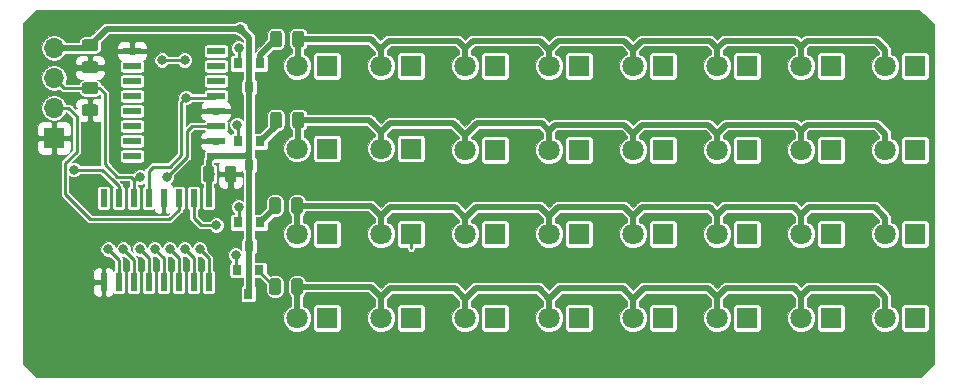
<source format=gbr>
G04 #@! TF.GenerationSoftware,KiCad,Pcbnew,5.0.2+dfsg1-1*
G04 #@! TF.CreationDate,2019-01-13T01:33:18+00:00*
G04 #@! TF.ProjectId,led_matrix_v1,6c65645f-6d61-4747-9269-785f76312e6b,rev?*
G04 #@! TF.SameCoordinates,Original*
G04 #@! TF.FileFunction,Copper,L2,Bot*
G04 #@! TF.FilePolarity,Positive*
%FSLAX46Y46*%
G04 Gerber Fmt 4.6, Leading zero omitted, Abs format (unit mm)*
G04 Created by KiCad (PCBNEW 5.0.2+dfsg1-1) date Sun 13 Jan 2019 01:33:18 GMT*
%MOMM*%
%LPD*%
G01*
G04 APERTURE LIST*
G04 #@! TA.AperFunction,ComponentPad*
%ADD10R,1.800000X1.800000*%
G04 #@! TD*
G04 #@! TA.AperFunction,ComponentPad*
%ADD11C,1.800000*%
G04 #@! TD*
G04 #@! TA.AperFunction,SMDPad,CuDef*
%ADD12R,0.800000X0.900000*%
G04 #@! TD*
G04 #@! TA.AperFunction,SMDPad,CuDef*
%ADD13R,1.500000X0.600000*%
G04 #@! TD*
G04 #@! TA.AperFunction,SMDPad,CuDef*
%ADD14R,0.600000X1.500000*%
G04 #@! TD*
G04 #@! TA.AperFunction,Conductor*
%ADD15C,0.100000*%
G04 #@! TD*
G04 #@! TA.AperFunction,SMDPad,CuDef*
%ADD16C,0.975000*%
G04 #@! TD*
G04 #@! TA.AperFunction,ComponentPad*
%ADD17R,1.700000X1.700000*%
G04 #@! TD*
G04 #@! TA.AperFunction,ComponentPad*
%ADD18O,1.700000X1.700000*%
G04 #@! TD*
G04 #@! TA.AperFunction,ViaPad*
%ADD19C,0.800000*%
G04 #@! TD*
G04 #@! TA.AperFunction,Conductor*
%ADD20C,0.250000*%
G04 #@! TD*
G04 #@! TA.AperFunction,Conductor*
%ADD21C,0.500000*%
G04 #@! TD*
G04 APERTURE END LIST*
D10*
G04 #@! TO.P,D11,1*
G04 #@! TO.N,Net-(D10-Pad1)*
X156464000Y-108966000D03*
D11*
G04 #@! TO.P,D11,2*
G04 #@! TO.N,Net-(D11-Pad2)*
X153924000Y-108966000D03*
G04 #@! TD*
G04 #@! TO.P,D7,2*
G04 #@! TO.N,Net-(D11-Pad2)*
X146812000Y-108966000D03*
D10*
G04 #@! TO.P,D7,1*
G04 #@! TO.N,Net-(D6-Pad1)*
X149352000Y-108966000D03*
G04 #@! TD*
D12*
G04 #@! TO.P,Q4,3*
G04 #@! TO.N,VCC*
X135570000Y-106902000D03*
G04 #@! TO.P,Q4,2*
G04 #@! TO.N,Net-(Q4-Pad2)*
X136520000Y-104902000D03*
G04 #@! TO.P,Q4,1*
G04 #@! TO.N,Net-(Q4-Pad1)*
X134620000Y-104902000D03*
G04 #@! TD*
D11*
G04 #@! TO.P,D2,2*
G04 #@! TO.N,Net-(D10-Pad2)*
X139700000Y-94615000D03*
D10*
G04 #@! TO.P,D2,1*
G04 #@! TO.N,Net-(D2-Pad1)*
X142240000Y-94615000D03*
G04 #@! TD*
D11*
G04 #@! TO.P,D10,2*
G04 #@! TO.N,Net-(D10-Pad2)*
X153924000Y-94742000D03*
D10*
G04 #@! TO.P,D10,1*
G04 #@! TO.N,Net-(D10-Pad1)*
X156464000Y-94742000D03*
G04 #@! TD*
D13*
G04 #@! TO.P,4022,1*
G04 #@! TO.N,Net-(U2-Pad1)*
X125730000Y-95250000D03*
G04 #@! TO.P,4022,2*
G04 #@! TO.N,Net-(U2-Pad2)*
X125730000Y-93980000D03*
G04 #@! TO.P,4022,3*
G04 #@! TO.N,Net-(U2-Pad3)*
X125730000Y-92710000D03*
G04 #@! TO.P,4022,4*
G04 #@! TO.N,Net-(U2-Pad4)*
X125730000Y-91440000D03*
G04 #@! TO.P,4022,5*
G04 #@! TO.N,Net-(U2-Pad5)*
X125730000Y-90170000D03*
G04 #@! TO.P,4022,6*
G04 #@! TO.N,N/C*
X125730000Y-88900000D03*
G04 #@! TO.P,4022,7*
G04 #@! TO.N,Net-(U2-Pad7)*
X125730000Y-87630000D03*
G04 #@! TO.P,4022,8*
G04 #@! TO.N,GND*
X125730000Y-86360000D03*
G04 #@! TO.P,4022,9*
G04 #@! TO.N,N/C*
X132830000Y-86360000D03*
G04 #@! TO.P,4022,10*
G04 #@! TO.N,Net-(U2-Pad10)*
X132830000Y-87630000D03*
G04 #@! TO.P,4022,11*
G04 #@! TO.N,Net-(U2-Pad11)*
X132830000Y-88900000D03*
G04 #@! TO.P,4022,12*
G04 #@! TO.N,D_CLK*
X132830000Y-90170000D03*
G04 #@! TO.P,4022,13*
G04 #@! TO.N,GND*
X132830000Y-91440000D03*
G04 #@! TO.P,4022,14*
G04 #@! TO.N,CLK*
X132830000Y-92710000D03*
G04 #@! TO.P,4022,15*
G04 #@! TO.N,GND*
X132830000Y-93980000D03*
G04 #@! TO.P,4022,16*
G04 #@! TO.N,VCC*
X132830000Y-95250000D03*
G04 #@! TD*
D14*
G04 #@! TO.P,HC595,16*
G04 #@! TO.N,VCC*
X132207000Y-98812000D03*
G04 #@! TO.P,HC595,15*
G04 #@! TO.N,Net-(U3-Pad15)*
X130937000Y-98812000D03*
G04 #@! TO.P,HC595,14*
G04 #@! TO.N,DATA*
X129667000Y-98812000D03*
G04 #@! TO.P,HC595,13*
G04 #@! TO.N,GND*
X128397000Y-98812000D03*
G04 #@! TO.P,HC595,12*
G04 #@! TO.N,D_CLK*
X127127000Y-98812000D03*
G04 #@! TO.P,HC595,11*
G04 #@! TO.N,CLK*
X125857000Y-98812000D03*
G04 #@! TO.P,HC595,10*
G04 #@! TO.N,VCC*
X124587000Y-98812000D03*
G04 #@! TO.P,HC595,9*
G04 #@! TO.N,Net-(U3-Pad9)*
X123317000Y-98812000D03*
G04 #@! TO.P,HC595,8*
G04 #@! TO.N,GND*
X123317000Y-105912000D03*
G04 #@! TO.P,HC595,7*
G04 #@! TO.N,Net-(U3-Pad7)*
X124587000Y-105912000D03*
G04 #@! TO.P,HC595,6*
G04 #@! TO.N,Net-(U3-Pad6)*
X125857000Y-105912000D03*
G04 #@! TO.P,HC595,5*
G04 #@! TO.N,Net-(U3-Pad5)*
X127127000Y-105912000D03*
G04 #@! TO.P,HC595,4*
G04 #@! TO.N,Net-(U3-Pad4)*
X128397000Y-105912000D03*
G04 #@! TO.P,HC595,3*
G04 #@! TO.N,Net-(U3-Pad3)*
X129667000Y-105912000D03*
G04 #@! TO.P,HC595,2*
G04 #@! TO.N,Net-(U3-Pad2)*
X130937000Y-105912000D03*
G04 #@! TO.P,HC595,1*
G04 #@! TO.N,Net-(U3-Pad1)*
X132207000Y-105912000D03*
G04 #@! TD*
D15*
G04 #@! TO.N,VCC*
G04 #@! TO.C,C2*
G36*
X122654142Y-85365674D02*
X122677803Y-85369184D01*
X122701007Y-85374996D01*
X122723529Y-85383054D01*
X122745153Y-85393282D01*
X122765670Y-85405579D01*
X122784883Y-85419829D01*
X122802607Y-85435893D01*
X122818671Y-85453617D01*
X122832921Y-85472830D01*
X122845218Y-85493347D01*
X122855446Y-85514971D01*
X122863504Y-85537493D01*
X122869316Y-85560697D01*
X122872826Y-85584358D01*
X122874000Y-85608250D01*
X122874000Y-86095750D01*
X122872826Y-86119642D01*
X122869316Y-86143303D01*
X122863504Y-86166507D01*
X122855446Y-86189029D01*
X122845218Y-86210653D01*
X122832921Y-86231170D01*
X122818671Y-86250383D01*
X122802607Y-86268107D01*
X122784883Y-86284171D01*
X122765670Y-86298421D01*
X122745153Y-86310718D01*
X122723529Y-86320946D01*
X122701007Y-86329004D01*
X122677803Y-86334816D01*
X122654142Y-86338326D01*
X122630250Y-86339500D01*
X121717750Y-86339500D01*
X121693858Y-86338326D01*
X121670197Y-86334816D01*
X121646993Y-86329004D01*
X121624471Y-86320946D01*
X121602847Y-86310718D01*
X121582330Y-86298421D01*
X121563117Y-86284171D01*
X121545393Y-86268107D01*
X121529329Y-86250383D01*
X121515079Y-86231170D01*
X121502782Y-86210653D01*
X121492554Y-86189029D01*
X121484496Y-86166507D01*
X121478684Y-86143303D01*
X121475174Y-86119642D01*
X121474000Y-86095750D01*
X121474000Y-85608250D01*
X121475174Y-85584358D01*
X121478684Y-85560697D01*
X121484496Y-85537493D01*
X121492554Y-85514971D01*
X121502782Y-85493347D01*
X121515079Y-85472830D01*
X121529329Y-85453617D01*
X121545393Y-85435893D01*
X121563117Y-85419829D01*
X121582330Y-85405579D01*
X121602847Y-85393282D01*
X121624471Y-85383054D01*
X121646993Y-85374996D01*
X121670197Y-85369184D01*
X121693858Y-85365674D01*
X121717750Y-85364500D01*
X122630250Y-85364500D01*
X122654142Y-85365674D01*
X122654142Y-85365674D01*
G37*
D16*
G04 #@! TD*
G04 #@! TO.P,C2,1*
G04 #@! TO.N,VCC*
X122174000Y-85852000D03*
D15*
G04 #@! TO.N,GND*
G04 #@! TO.C,C2*
G36*
X122654142Y-87240674D02*
X122677803Y-87244184D01*
X122701007Y-87249996D01*
X122723529Y-87258054D01*
X122745153Y-87268282D01*
X122765670Y-87280579D01*
X122784883Y-87294829D01*
X122802607Y-87310893D01*
X122818671Y-87328617D01*
X122832921Y-87347830D01*
X122845218Y-87368347D01*
X122855446Y-87389971D01*
X122863504Y-87412493D01*
X122869316Y-87435697D01*
X122872826Y-87459358D01*
X122874000Y-87483250D01*
X122874000Y-87970750D01*
X122872826Y-87994642D01*
X122869316Y-88018303D01*
X122863504Y-88041507D01*
X122855446Y-88064029D01*
X122845218Y-88085653D01*
X122832921Y-88106170D01*
X122818671Y-88125383D01*
X122802607Y-88143107D01*
X122784883Y-88159171D01*
X122765670Y-88173421D01*
X122745153Y-88185718D01*
X122723529Y-88195946D01*
X122701007Y-88204004D01*
X122677803Y-88209816D01*
X122654142Y-88213326D01*
X122630250Y-88214500D01*
X121717750Y-88214500D01*
X121693858Y-88213326D01*
X121670197Y-88209816D01*
X121646993Y-88204004D01*
X121624471Y-88195946D01*
X121602847Y-88185718D01*
X121582330Y-88173421D01*
X121563117Y-88159171D01*
X121545393Y-88143107D01*
X121529329Y-88125383D01*
X121515079Y-88106170D01*
X121502782Y-88085653D01*
X121492554Y-88064029D01*
X121484496Y-88041507D01*
X121478684Y-88018303D01*
X121475174Y-87994642D01*
X121474000Y-87970750D01*
X121474000Y-87483250D01*
X121475174Y-87459358D01*
X121478684Y-87435697D01*
X121484496Y-87412493D01*
X121492554Y-87389971D01*
X121502782Y-87368347D01*
X121515079Y-87347830D01*
X121529329Y-87328617D01*
X121545393Y-87310893D01*
X121563117Y-87294829D01*
X121582330Y-87280579D01*
X121602847Y-87268282D01*
X121624471Y-87258054D01*
X121646993Y-87249996D01*
X121670197Y-87244184D01*
X121693858Y-87240674D01*
X121717750Y-87239500D01*
X122630250Y-87239500D01*
X122654142Y-87240674D01*
X122654142Y-87240674D01*
G37*
D16*
G04 #@! TD*
G04 #@! TO.P,C2,2*
G04 #@! TO.N,GND*
X122174000Y-87727000D03*
D15*
G04 #@! TO.N,GND*
G04 #@! TO.C,C3*
G36*
X134349642Y-96075174D02*
X134373303Y-96078684D01*
X134396507Y-96084496D01*
X134419029Y-96092554D01*
X134440653Y-96102782D01*
X134461170Y-96115079D01*
X134480383Y-96129329D01*
X134498107Y-96145393D01*
X134514171Y-96163117D01*
X134528421Y-96182330D01*
X134540718Y-96202847D01*
X134550946Y-96224471D01*
X134559004Y-96246993D01*
X134564816Y-96270197D01*
X134568326Y-96293858D01*
X134569500Y-96317750D01*
X134569500Y-97230250D01*
X134568326Y-97254142D01*
X134564816Y-97277803D01*
X134559004Y-97301007D01*
X134550946Y-97323529D01*
X134540718Y-97345153D01*
X134528421Y-97365670D01*
X134514171Y-97384883D01*
X134498107Y-97402607D01*
X134480383Y-97418671D01*
X134461170Y-97432921D01*
X134440653Y-97445218D01*
X134419029Y-97455446D01*
X134396507Y-97463504D01*
X134373303Y-97469316D01*
X134349642Y-97472826D01*
X134325750Y-97474000D01*
X133838250Y-97474000D01*
X133814358Y-97472826D01*
X133790697Y-97469316D01*
X133767493Y-97463504D01*
X133744971Y-97455446D01*
X133723347Y-97445218D01*
X133702830Y-97432921D01*
X133683617Y-97418671D01*
X133665893Y-97402607D01*
X133649829Y-97384883D01*
X133635579Y-97365670D01*
X133623282Y-97345153D01*
X133613054Y-97323529D01*
X133604996Y-97301007D01*
X133599184Y-97277803D01*
X133595674Y-97254142D01*
X133594500Y-97230250D01*
X133594500Y-96317750D01*
X133595674Y-96293858D01*
X133599184Y-96270197D01*
X133604996Y-96246993D01*
X133613054Y-96224471D01*
X133623282Y-96202847D01*
X133635579Y-96182330D01*
X133649829Y-96163117D01*
X133665893Y-96145393D01*
X133683617Y-96129329D01*
X133702830Y-96115079D01*
X133723347Y-96102782D01*
X133744971Y-96092554D01*
X133767493Y-96084496D01*
X133790697Y-96078684D01*
X133814358Y-96075174D01*
X133838250Y-96074000D01*
X134325750Y-96074000D01*
X134349642Y-96075174D01*
X134349642Y-96075174D01*
G37*
D16*
G04 #@! TD*
G04 #@! TO.P,C3,2*
G04 #@! TO.N,GND*
X134082000Y-96774000D03*
D15*
G04 #@! TO.N,VCC*
G04 #@! TO.C,C3*
G36*
X132474642Y-96075174D02*
X132498303Y-96078684D01*
X132521507Y-96084496D01*
X132544029Y-96092554D01*
X132565653Y-96102782D01*
X132586170Y-96115079D01*
X132605383Y-96129329D01*
X132623107Y-96145393D01*
X132639171Y-96163117D01*
X132653421Y-96182330D01*
X132665718Y-96202847D01*
X132675946Y-96224471D01*
X132684004Y-96246993D01*
X132689816Y-96270197D01*
X132693326Y-96293858D01*
X132694500Y-96317750D01*
X132694500Y-97230250D01*
X132693326Y-97254142D01*
X132689816Y-97277803D01*
X132684004Y-97301007D01*
X132675946Y-97323529D01*
X132665718Y-97345153D01*
X132653421Y-97365670D01*
X132639171Y-97384883D01*
X132623107Y-97402607D01*
X132605383Y-97418671D01*
X132586170Y-97432921D01*
X132565653Y-97445218D01*
X132544029Y-97455446D01*
X132521507Y-97463504D01*
X132498303Y-97469316D01*
X132474642Y-97472826D01*
X132450750Y-97474000D01*
X131963250Y-97474000D01*
X131939358Y-97472826D01*
X131915697Y-97469316D01*
X131892493Y-97463504D01*
X131869971Y-97455446D01*
X131848347Y-97445218D01*
X131827830Y-97432921D01*
X131808617Y-97418671D01*
X131790893Y-97402607D01*
X131774829Y-97384883D01*
X131760579Y-97365670D01*
X131748282Y-97345153D01*
X131738054Y-97323529D01*
X131729996Y-97301007D01*
X131724184Y-97277803D01*
X131720674Y-97254142D01*
X131719500Y-97230250D01*
X131719500Y-96317750D01*
X131720674Y-96293858D01*
X131724184Y-96270197D01*
X131729996Y-96246993D01*
X131738054Y-96224471D01*
X131748282Y-96202847D01*
X131760579Y-96182330D01*
X131774829Y-96163117D01*
X131790893Y-96145393D01*
X131808617Y-96129329D01*
X131827830Y-96115079D01*
X131848347Y-96102782D01*
X131869971Y-96092554D01*
X131892493Y-96084496D01*
X131915697Y-96078684D01*
X131939358Y-96075174D01*
X131963250Y-96074000D01*
X132450750Y-96074000D01*
X132474642Y-96075174D01*
X132474642Y-96075174D01*
G37*
D16*
G04 #@! TD*
G04 #@! TO.P,C3,1*
G04 #@! TO.N,VCC*
X132207000Y-96774000D03*
D10*
G04 #@! TO.P,D3,1*
G04 #@! TO.N,Net-(D2-Pad1)*
X142240000Y-108966000D03*
D11*
G04 #@! TO.P,D3,2*
G04 #@! TO.N,Net-(D11-Pad2)*
X139700000Y-108966000D03*
G04 #@! TD*
G04 #@! TO.P,,2*
G04 #@! TO.N,Net-(D12-Pad2)*
X139700000Y-87630000D03*
D10*
G04 #@! TO.P,,1*
G04 #@! TO.N,Net-(D2-Pad1)*
X142240000Y-87630000D03*
G04 #@! TD*
G04 #@! TO.P,+,1*
G04 #@! TO.N,Net-(D2-Pad1)*
X142240000Y-101854000D03*
D11*
G04 #@! TO.P,+,2*
G04 #@! TO.N,Net-(D13-Pad2)*
X139700000Y-101854000D03*
G04 #@! TD*
D10*
G04 #@! TO.P,D6,1*
G04 #@! TO.N,Net-(D6-Pad1)*
X149352000Y-94615000D03*
D11*
G04 #@! TO.P,D6,2*
G04 #@! TO.N,Net-(D10-Pad2)*
X146812000Y-94615000D03*
G04 #@! TD*
D10*
G04 #@! TO.P,D8,1*
G04 #@! TO.N,Net-(D6-Pad1)*
X149352000Y-87630000D03*
D11*
G04 #@! TO.P,D8,2*
G04 #@! TO.N,Net-(D12-Pad2)*
X146812000Y-87630000D03*
G04 #@! TD*
D10*
G04 #@! TO.P,+,1*
G04 #@! TO.N,Net-(D6-Pad1)*
X149352000Y-101854000D03*
D11*
G04 #@! TO.P,+,2*
G04 #@! TO.N,Net-(D13-Pad2)*
X146812000Y-101854000D03*
G04 #@! TD*
G04 #@! TO.P,D12,2*
G04 #@! TO.N,Net-(D12-Pad2)*
X153924000Y-87630000D03*
D10*
G04 #@! TO.P,D12,1*
G04 #@! TO.N,Net-(D10-Pad1)*
X156464000Y-87630000D03*
G04 #@! TD*
D11*
G04 #@! TO.P,D13,2*
G04 #@! TO.N,Net-(D13-Pad2)*
X153924000Y-101854000D03*
D10*
G04 #@! TO.P,D13,1*
G04 #@! TO.N,Net-(D10-Pad1)*
X156464000Y-101854000D03*
G04 #@! TD*
G04 #@! TO.P,-,1*
G04 #@! TO.N,Net-(D14-Pad1)*
X163576000Y-94742000D03*
D11*
G04 #@! TO.P,-,2*
G04 #@! TO.N,Net-(D10-Pad2)*
X161036000Y-94742000D03*
G04 #@! TD*
G04 #@! TO.P,D15,2*
G04 #@! TO.N,Net-(D11-Pad2)*
X161036000Y-108966000D03*
D10*
G04 #@! TO.P,D15,1*
G04 #@! TO.N,Net-(D14-Pad1)*
X163576000Y-108966000D03*
G04 #@! TD*
G04 #@! TO.P,D16,1*
G04 #@! TO.N,Net-(D14-Pad1)*
X163576000Y-87630000D03*
D11*
G04 #@! TO.P,D16,2*
G04 #@! TO.N,Net-(D12-Pad2)*
X161036000Y-87630000D03*
G04 #@! TD*
G04 #@! TO.P,D17,2*
G04 #@! TO.N,Net-(D13-Pad2)*
X161036000Y-101854000D03*
D10*
G04 #@! TO.P,D17,1*
G04 #@! TO.N,Net-(D14-Pad1)*
X163576000Y-101854000D03*
G04 #@! TD*
D11*
G04 #@! TO.P,D18,2*
G04 #@! TO.N,Net-(D10-Pad2)*
X168148000Y-94742000D03*
D10*
G04 #@! TO.P,D18,1*
G04 #@! TO.N,Net-(D18-Pad1)*
X170688000Y-94742000D03*
G04 #@! TD*
G04 #@! TO.P,D19,1*
G04 #@! TO.N,Net-(D18-Pad1)*
X170688000Y-108966000D03*
D11*
G04 #@! TO.P,D19,2*
G04 #@! TO.N,Net-(D11-Pad2)*
X168148000Y-108966000D03*
G04 #@! TD*
G04 #@! TO.P,D20,2*
G04 #@! TO.N,Net-(D12-Pad2)*
X168148000Y-87630000D03*
D10*
G04 #@! TO.P,D20,1*
G04 #@! TO.N,Net-(D18-Pad1)*
X170688000Y-87630000D03*
G04 #@! TD*
G04 #@! TO.P,D21,1*
G04 #@! TO.N,Net-(D18-Pad1)*
X170688000Y-101854000D03*
D11*
G04 #@! TO.P,D21,2*
G04 #@! TO.N,Net-(D13-Pad2)*
X168148000Y-101854000D03*
G04 #@! TD*
D10*
G04 #@! TO.P,D22,1*
G04 #@! TO.N,Net-(D22-Pad1)*
X177800000Y-94742000D03*
D11*
G04 #@! TO.P,D22,2*
G04 #@! TO.N,Net-(D10-Pad2)*
X175260000Y-94742000D03*
G04 #@! TD*
G04 #@! TO.P,D23,2*
G04 #@! TO.N,Net-(D11-Pad2)*
X175260000Y-108966000D03*
D10*
G04 #@! TO.P,D23,1*
G04 #@! TO.N,Net-(D22-Pad1)*
X177800000Y-108966000D03*
G04 #@! TD*
G04 #@! TO.P,D24,1*
G04 #@! TO.N,Net-(D22-Pad1)*
X177800000Y-87630000D03*
D11*
G04 #@! TO.P,D24,2*
G04 #@! TO.N,Net-(D12-Pad2)*
X175260000Y-87630000D03*
G04 #@! TD*
G04 #@! TO.P,D25,2*
G04 #@! TO.N,Net-(D13-Pad2)*
X175260000Y-101854000D03*
D10*
G04 #@! TO.P,D25,1*
G04 #@! TO.N,Net-(D22-Pad1)*
X177800000Y-101854000D03*
G04 #@! TD*
D11*
G04 #@! TO.P,D26,2*
G04 #@! TO.N,Net-(D10-Pad2)*
X182372000Y-94742000D03*
D10*
G04 #@! TO.P,D26,1*
G04 #@! TO.N,Net-(D26-Pad1)*
X184912000Y-94742000D03*
G04 #@! TD*
G04 #@! TO.P,D27,1*
G04 #@! TO.N,Net-(D26-Pad1)*
X184912000Y-108966000D03*
D11*
G04 #@! TO.P,D27,2*
G04 #@! TO.N,Net-(D11-Pad2)*
X182372000Y-108966000D03*
G04 #@! TD*
G04 #@! TO.P,D28,2*
G04 #@! TO.N,Net-(D12-Pad2)*
X182372000Y-87630000D03*
D10*
G04 #@! TO.P,D28,1*
G04 #@! TO.N,Net-(D26-Pad1)*
X184912000Y-87630000D03*
G04 #@! TD*
G04 #@! TO.P,D29,1*
G04 #@! TO.N,Net-(D26-Pad1)*
X184912000Y-101854000D03*
D11*
G04 #@! TO.P,D29,2*
G04 #@! TO.N,Net-(D13-Pad2)*
X182372000Y-101854000D03*
G04 #@! TD*
D10*
G04 #@! TO.P,D30,1*
G04 #@! TO.N,Net-(D30-Pad1)*
X192024000Y-94742000D03*
D11*
G04 #@! TO.P,D30,2*
G04 #@! TO.N,Net-(D10-Pad2)*
X189484000Y-94742000D03*
G04 #@! TD*
G04 #@! TO.P,D31,2*
G04 #@! TO.N,Net-(D11-Pad2)*
X189484000Y-108966000D03*
D10*
G04 #@! TO.P,D31,1*
G04 #@! TO.N,Net-(D30-Pad1)*
X192024000Y-108966000D03*
G04 #@! TD*
G04 #@! TO.P,D32,1*
G04 #@! TO.N,Net-(D30-Pad1)*
X192024000Y-87630000D03*
D11*
G04 #@! TO.P,D32,2*
G04 #@! TO.N,Net-(D12-Pad2)*
X189484000Y-87630000D03*
G04 #@! TD*
G04 #@! TO.P,D33,2*
G04 #@! TO.N,Net-(D13-Pad2)*
X189484000Y-101854000D03*
D10*
G04 #@! TO.P,D33,1*
G04 #@! TO.N,Net-(D30-Pad1)*
X192024000Y-101854000D03*
G04 #@! TD*
D17*
G04 #@! TO.P,J1,1*
G04 #@! TO.N,GND*
X119126000Y-93726000D03*
D18*
G04 #@! TO.P,J1,2*
G04 #@! TO.N,DATA*
X119126000Y-91186000D03*
G04 #@! TO.P,J1,3*
G04 #@! TO.N,CLK*
X119126000Y-88646000D03*
G04 #@! TO.P,J1,4*
G04 #@! TO.N,VCC*
X119126000Y-86106000D03*
G04 #@! TD*
D12*
G04 #@! TO.P,Q1,3*
G04 #@! TO.N,VCC*
X135636000Y-89408000D03*
G04 #@! TO.P,Q1,2*
G04 #@! TO.N,Net-(Q1-Pad2)*
X136586000Y-87408000D03*
G04 #@! TO.P,Q1,1*
G04 #@! TO.N,Net-(Q1-Pad1)*
X134686000Y-87408000D03*
G04 #@! TD*
G04 #@! TO.P,Q2,1*
G04 #@! TO.N,Net-(Q2-Pad1)*
X134686000Y-94012000D03*
G04 #@! TO.P,Q2,2*
G04 #@! TO.N,Net-(Q2-Pad2)*
X136586000Y-94012000D03*
G04 #@! TO.P,Q2,3*
G04 #@! TO.N,VCC*
X135636000Y-96012000D03*
G04 #@! TD*
G04 #@! TO.P,Q3,1*
G04 #@! TO.N,Net-(Q3-Pad1)*
X134686000Y-100870000D03*
G04 #@! TO.P,Q3,2*
G04 #@! TO.N,Net-(Q3-Pad2)*
X136586000Y-100870000D03*
G04 #@! TO.P,Q3,3*
G04 #@! TO.N,VCC*
X135636000Y-102870000D03*
G04 #@! TD*
D15*
G04 #@! TO.N,CLK*
G04 #@! TO.C,R1*
G36*
X122654142Y-89000174D02*
X122677803Y-89003684D01*
X122701007Y-89009496D01*
X122723529Y-89017554D01*
X122745153Y-89027782D01*
X122765670Y-89040079D01*
X122784883Y-89054329D01*
X122802607Y-89070393D01*
X122818671Y-89088117D01*
X122832921Y-89107330D01*
X122845218Y-89127847D01*
X122855446Y-89149471D01*
X122863504Y-89171993D01*
X122869316Y-89195197D01*
X122872826Y-89218858D01*
X122874000Y-89242750D01*
X122874000Y-89730250D01*
X122872826Y-89754142D01*
X122869316Y-89777803D01*
X122863504Y-89801007D01*
X122855446Y-89823529D01*
X122845218Y-89845153D01*
X122832921Y-89865670D01*
X122818671Y-89884883D01*
X122802607Y-89902607D01*
X122784883Y-89918671D01*
X122765670Y-89932921D01*
X122745153Y-89945218D01*
X122723529Y-89955446D01*
X122701007Y-89963504D01*
X122677803Y-89969316D01*
X122654142Y-89972826D01*
X122630250Y-89974000D01*
X121717750Y-89974000D01*
X121693858Y-89972826D01*
X121670197Y-89969316D01*
X121646993Y-89963504D01*
X121624471Y-89955446D01*
X121602847Y-89945218D01*
X121582330Y-89932921D01*
X121563117Y-89918671D01*
X121545393Y-89902607D01*
X121529329Y-89884883D01*
X121515079Y-89865670D01*
X121502782Y-89845153D01*
X121492554Y-89823529D01*
X121484496Y-89801007D01*
X121478684Y-89777803D01*
X121475174Y-89754142D01*
X121474000Y-89730250D01*
X121474000Y-89242750D01*
X121475174Y-89218858D01*
X121478684Y-89195197D01*
X121484496Y-89171993D01*
X121492554Y-89149471D01*
X121502782Y-89127847D01*
X121515079Y-89107330D01*
X121529329Y-89088117D01*
X121545393Y-89070393D01*
X121563117Y-89054329D01*
X121582330Y-89040079D01*
X121602847Y-89027782D01*
X121624471Y-89017554D01*
X121646993Y-89009496D01*
X121670197Y-89003684D01*
X121693858Y-89000174D01*
X121717750Y-88999000D01*
X122630250Y-88999000D01*
X122654142Y-89000174D01*
X122654142Y-89000174D01*
G37*
D16*
G04 #@! TD*
G04 #@! TO.P,R1,2*
G04 #@! TO.N,CLK*
X122174000Y-89486500D03*
D15*
G04 #@! TO.N,GND*
G04 #@! TO.C,R1*
G36*
X122654142Y-90875174D02*
X122677803Y-90878684D01*
X122701007Y-90884496D01*
X122723529Y-90892554D01*
X122745153Y-90902782D01*
X122765670Y-90915079D01*
X122784883Y-90929329D01*
X122802607Y-90945393D01*
X122818671Y-90963117D01*
X122832921Y-90982330D01*
X122845218Y-91002847D01*
X122855446Y-91024471D01*
X122863504Y-91046993D01*
X122869316Y-91070197D01*
X122872826Y-91093858D01*
X122874000Y-91117750D01*
X122874000Y-91605250D01*
X122872826Y-91629142D01*
X122869316Y-91652803D01*
X122863504Y-91676007D01*
X122855446Y-91698529D01*
X122845218Y-91720153D01*
X122832921Y-91740670D01*
X122818671Y-91759883D01*
X122802607Y-91777607D01*
X122784883Y-91793671D01*
X122765670Y-91807921D01*
X122745153Y-91820218D01*
X122723529Y-91830446D01*
X122701007Y-91838504D01*
X122677803Y-91844316D01*
X122654142Y-91847826D01*
X122630250Y-91849000D01*
X121717750Y-91849000D01*
X121693858Y-91847826D01*
X121670197Y-91844316D01*
X121646993Y-91838504D01*
X121624471Y-91830446D01*
X121602847Y-91820218D01*
X121582330Y-91807921D01*
X121563117Y-91793671D01*
X121545393Y-91777607D01*
X121529329Y-91759883D01*
X121515079Y-91740670D01*
X121502782Y-91720153D01*
X121492554Y-91698529D01*
X121484496Y-91676007D01*
X121478684Y-91652803D01*
X121475174Y-91629142D01*
X121474000Y-91605250D01*
X121474000Y-91117750D01*
X121475174Y-91093858D01*
X121478684Y-91070197D01*
X121484496Y-91046993D01*
X121492554Y-91024471D01*
X121502782Y-91002847D01*
X121515079Y-90982330D01*
X121529329Y-90963117D01*
X121545393Y-90945393D01*
X121563117Y-90929329D01*
X121582330Y-90915079D01*
X121602847Y-90902782D01*
X121624471Y-90892554D01*
X121646993Y-90884496D01*
X121670197Y-90878684D01*
X121693858Y-90875174D01*
X121717750Y-90874000D01*
X122630250Y-90874000D01*
X122654142Y-90875174D01*
X122654142Y-90875174D01*
G37*
D16*
G04 #@! TD*
G04 #@! TO.P,R1,1*
G04 #@! TO.N,GND*
X122174000Y-91361500D03*
D15*
G04 #@! TO.N,Net-(D12-Pad2)*
G04 #@! TO.C,R5*
G36*
X140064642Y-84645174D02*
X140088303Y-84648684D01*
X140111507Y-84654496D01*
X140134029Y-84662554D01*
X140155653Y-84672782D01*
X140176170Y-84685079D01*
X140195383Y-84699329D01*
X140213107Y-84715393D01*
X140229171Y-84733117D01*
X140243421Y-84752330D01*
X140255718Y-84772847D01*
X140265946Y-84794471D01*
X140274004Y-84816993D01*
X140279816Y-84840197D01*
X140283326Y-84863858D01*
X140284500Y-84887750D01*
X140284500Y-85800250D01*
X140283326Y-85824142D01*
X140279816Y-85847803D01*
X140274004Y-85871007D01*
X140265946Y-85893529D01*
X140255718Y-85915153D01*
X140243421Y-85935670D01*
X140229171Y-85954883D01*
X140213107Y-85972607D01*
X140195383Y-85988671D01*
X140176170Y-86002921D01*
X140155653Y-86015218D01*
X140134029Y-86025446D01*
X140111507Y-86033504D01*
X140088303Y-86039316D01*
X140064642Y-86042826D01*
X140040750Y-86044000D01*
X139553250Y-86044000D01*
X139529358Y-86042826D01*
X139505697Y-86039316D01*
X139482493Y-86033504D01*
X139459971Y-86025446D01*
X139438347Y-86015218D01*
X139417830Y-86002921D01*
X139398617Y-85988671D01*
X139380893Y-85972607D01*
X139364829Y-85954883D01*
X139350579Y-85935670D01*
X139338282Y-85915153D01*
X139328054Y-85893529D01*
X139319996Y-85871007D01*
X139314184Y-85847803D01*
X139310674Y-85824142D01*
X139309500Y-85800250D01*
X139309500Y-84887750D01*
X139310674Y-84863858D01*
X139314184Y-84840197D01*
X139319996Y-84816993D01*
X139328054Y-84794471D01*
X139338282Y-84772847D01*
X139350579Y-84752330D01*
X139364829Y-84733117D01*
X139380893Y-84715393D01*
X139398617Y-84699329D01*
X139417830Y-84685079D01*
X139438347Y-84672782D01*
X139459971Y-84662554D01*
X139482493Y-84654496D01*
X139505697Y-84648684D01*
X139529358Y-84645174D01*
X139553250Y-84644000D01*
X140040750Y-84644000D01*
X140064642Y-84645174D01*
X140064642Y-84645174D01*
G37*
D16*
G04 #@! TD*
G04 #@! TO.P,R5,2*
G04 #@! TO.N,Net-(D12-Pad2)*
X139797000Y-85344000D03*
D15*
G04 #@! TO.N,Net-(Q1-Pad2)*
G04 #@! TO.C,R5*
G36*
X138189642Y-84645174D02*
X138213303Y-84648684D01*
X138236507Y-84654496D01*
X138259029Y-84662554D01*
X138280653Y-84672782D01*
X138301170Y-84685079D01*
X138320383Y-84699329D01*
X138338107Y-84715393D01*
X138354171Y-84733117D01*
X138368421Y-84752330D01*
X138380718Y-84772847D01*
X138390946Y-84794471D01*
X138399004Y-84816993D01*
X138404816Y-84840197D01*
X138408326Y-84863858D01*
X138409500Y-84887750D01*
X138409500Y-85800250D01*
X138408326Y-85824142D01*
X138404816Y-85847803D01*
X138399004Y-85871007D01*
X138390946Y-85893529D01*
X138380718Y-85915153D01*
X138368421Y-85935670D01*
X138354171Y-85954883D01*
X138338107Y-85972607D01*
X138320383Y-85988671D01*
X138301170Y-86002921D01*
X138280653Y-86015218D01*
X138259029Y-86025446D01*
X138236507Y-86033504D01*
X138213303Y-86039316D01*
X138189642Y-86042826D01*
X138165750Y-86044000D01*
X137678250Y-86044000D01*
X137654358Y-86042826D01*
X137630697Y-86039316D01*
X137607493Y-86033504D01*
X137584971Y-86025446D01*
X137563347Y-86015218D01*
X137542830Y-86002921D01*
X137523617Y-85988671D01*
X137505893Y-85972607D01*
X137489829Y-85954883D01*
X137475579Y-85935670D01*
X137463282Y-85915153D01*
X137453054Y-85893529D01*
X137444996Y-85871007D01*
X137439184Y-85847803D01*
X137435674Y-85824142D01*
X137434500Y-85800250D01*
X137434500Y-84887750D01*
X137435674Y-84863858D01*
X137439184Y-84840197D01*
X137444996Y-84816993D01*
X137453054Y-84794471D01*
X137463282Y-84772847D01*
X137475579Y-84752330D01*
X137489829Y-84733117D01*
X137505893Y-84715393D01*
X137523617Y-84699329D01*
X137542830Y-84685079D01*
X137563347Y-84672782D01*
X137584971Y-84662554D01*
X137607493Y-84654496D01*
X137630697Y-84648684D01*
X137654358Y-84645174D01*
X137678250Y-84644000D01*
X138165750Y-84644000D01*
X138189642Y-84645174D01*
X138189642Y-84645174D01*
G37*
D16*
G04 #@! TD*
G04 #@! TO.P,R5,1*
G04 #@! TO.N,Net-(Q1-Pad2)*
X137922000Y-85344000D03*
D15*
G04 #@! TO.N,Net-(Q4-Pad2)*
G04 #@! TO.C,R8*
G36*
X138092642Y-105600174D02*
X138116303Y-105603684D01*
X138139507Y-105609496D01*
X138162029Y-105617554D01*
X138183653Y-105627782D01*
X138204170Y-105640079D01*
X138223383Y-105654329D01*
X138241107Y-105670393D01*
X138257171Y-105688117D01*
X138271421Y-105707330D01*
X138283718Y-105727847D01*
X138293946Y-105749471D01*
X138302004Y-105771993D01*
X138307816Y-105795197D01*
X138311326Y-105818858D01*
X138312500Y-105842750D01*
X138312500Y-106755250D01*
X138311326Y-106779142D01*
X138307816Y-106802803D01*
X138302004Y-106826007D01*
X138293946Y-106848529D01*
X138283718Y-106870153D01*
X138271421Y-106890670D01*
X138257171Y-106909883D01*
X138241107Y-106927607D01*
X138223383Y-106943671D01*
X138204170Y-106957921D01*
X138183653Y-106970218D01*
X138162029Y-106980446D01*
X138139507Y-106988504D01*
X138116303Y-106994316D01*
X138092642Y-106997826D01*
X138068750Y-106999000D01*
X137581250Y-106999000D01*
X137557358Y-106997826D01*
X137533697Y-106994316D01*
X137510493Y-106988504D01*
X137487971Y-106980446D01*
X137466347Y-106970218D01*
X137445830Y-106957921D01*
X137426617Y-106943671D01*
X137408893Y-106927607D01*
X137392829Y-106909883D01*
X137378579Y-106890670D01*
X137366282Y-106870153D01*
X137356054Y-106848529D01*
X137347996Y-106826007D01*
X137342184Y-106802803D01*
X137338674Y-106779142D01*
X137337500Y-106755250D01*
X137337500Y-105842750D01*
X137338674Y-105818858D01*
X137342184Y-105795197D01*
X137347996Y-105771993D01*
X137356054Y-105749471D01*
X137366282Y-105727847D01*
X137378579Y-105707330D01*
X137392829Y-105688117D01*
X137408893Y-105670393D01*
X137426617Y-105654329D01*
X137445830Y-105640079D01*
X137466347Y-105627782D01*
X137487971Y-105617554D01*
X137510493Y-105609496D01*
X137533697Y-105603684D01*
X137557358Y-105600174D01*
X137581250Y-105599000D01*
X138068750Y-105599000D01*
X138092642Y-105600174D01*
X138092642Y-105600174D01*
G37*
D16*
G04 #@! TD*
G04 #@! TO.P,R8,1*
G04 #@! TO.N,Net-(Q4-Pad2)*
X137825000Y-106299000D03*
D15*
G04 #@! TO.N,Net-(D11-Pad2)*
G04 #@! TO.C,R8*
G36*
X139967642Y-105600174D02*
X139991303Y-105603684D01*
X140014507Y-105609496D01*
X140037029Y-105617554D01*
X140058653Y-105627782D01*
X140079170Y-105640079D01*
X140098383Y-105654329D01*
X140116107Y-105670393D01*
X140132171Y-105688117D01*
X140146421Y-105707330D01*
X140158718Y-105727847D01*
X140168946Y-105749471D01*
X140177004Y-105771993D01*
X140182816Y-105795197D01*
X140186326Y-105818858D01*
X140187500Y-105842750D01*
X140187500Y-106755250D01*
X140186326Y-106779142D01*
X140182816Y-106802803D01*
X140177004Y-106826007D01*
X140168946Y-106848529D01*
X140158718Y-106870153D01*
X140146421Y-106890670D01*
X140132171Y-106909883D01*
X140116107Y-106927607D01*
X140098383Y-106943671D01*
X140079170Y-106957921D01*
X140058653Y-106970218D01*
X140037029Y-106980446D01*
X140014507Y-106988504D01*
X139991303Y-106994316D01*
X139967642Y-106997826D01*
X139943750Y-106999000D01*
X139456250Y-106999000D01*
X139432358Y-106997826D01*
X139408697Y-106994316D01*
X139385493Y-106988504D01*
X139362971Y-106980446D01*
X139341347Y-106970218D01*
X139320830Y-106957921D01*
X139301617Y-106943671D01*
X139283893Y-106927607D01*
X139267829Y-106909883D01*
X139253579Y-106890670D01*
X139241282Y-106870153D01*
X139231054Y-106848529D01*
X139222996Y-106826007D01*
X139217184Y-106802803D01*
X139213674Y-106779142D01*
X139212500Y-106755250D01*
X139212500Y-105842750D01*
X139213674Y-105818858D01*
X139217184Y-105795197D01*
X139222996Y-105771993D01*
X139231054Y-105749471D01*
X139241282Y-105727847D01*
X139253579Y-105707330D01*
X139267829Y-105688117D01*
X139283893Y-105670393D01*
X139301617Y-105654329D01*
X139320830Y-105640079D01*
X139341347Y-105627782D01*
X139362971Y-105617554D01*
X139385493Y-105609496D01*
X139408697Y-105603684D01*
X139432358Y-105600174D01*
X139456250Y-105599000D01*
X139943750Y-105599000D01*
X139967642Y-105600174D01*
X139967642Y-105600174D01*
G37*
D16*
G04 #@! TD*
G04 #@! TO.P,R8,2*
G04 #@! TO.N,Net-(D11-Pad2)*
X139700000Y-106299000D03*
D15*
G04 #@! TO.N,Net-(Q3-Pad2)*
G04 #@! TO.C,R7*
G36*
X138092642Y-98742174D02*
X138116303Y-98745684D01*
X138139507Y-98751496D01*
X138162029Y-98759554D01*
X138183653Y-98769782D01*
X138204170Y-98782079D01*
X138223383Y-98796329D01*
X138241107Y-98812393D01*
X138257171Y-98830117D01*
X138271421Y-98849330D01*
X138283718Y-98869847D01*
X138293946Y-98891471D01*
X138302004Y-98913993D01*
X138307816Y-98937197D01*
X138311326Y-98960858D01*
X138312500Y-98984750D01*
X138312500Y-99897250D01*
X138311326Y-99921142D01*
X138307816Y-99944803D01*
X138302004Y-99968007D01*
X138293946Y-99990529D01*
X138283718Y-100012153D01*
X138271421Y-100032670D01*
X138257171Y-100051883D01*
X138241107Y-100069607D01*
X138223383Y-100085671D01*
X138204170Y-100099921D01*
X138183653Y-100112218D01*
X138162029Y-100122446D01*
X138139507Y-100130504D01*
X138116303Y-100136316D01*
X138092642Y-100139826D01*
X138068750Y-100141000D01*
X137581250Y-100141000D01*
X137557358Y-100139826D01*
X137533697Y-100136316D01*
X137510493Y-100130504D01*
X137487971Y-100122446D01*
X137466347Y-100112218D01*
X137445830Y-100099921D01*
X137426617Y-100085671D01*
X137408893Y-100069607D01*
X137392829Y-100051883D01*
X137378579Y-100032670D01*
X137366282Y-100012153D01*
X137356054Y-99990529D01*
X137347996Y-99968007D01*
X137342184Y-99944803D01*
X137338674Y-99921142D01*
X137337500Y-99897250D01*
X137337500Y-98984750D01*
X137338674Y-98960858D01*
X137342184Y-98937197D01*
X137347996Y-98913993D01*
X137356054Y-98891471D01*
X137366282Y-98869847D01*
X137378579Y-98849330D01*
X137392829Y-98830117D01*
X137408893Y-98812393D01*
X137426617Y-98796329D01*
X137445830Y-98782079D01*
X137466347Y-98769782D01*
X137487971Y-98759554D01*
X137510493Y-98751496D01*
X137533697Y-98745684D01*
X137557358Y-98742174D01*
X137581250Y-98741000D01*
X138068750Y-98741000D01*
X138092642Y-98742174D01*
X138092642Y-98742174D01*
G37*
D16*
G04 #@! TD*
G04 #@! TO.P,R7,1*
G04 #@! TO.N,Net-(Q3-Pad2)*
X137825000Y-99441000D03*
D15*
G04 #@! TO.N,Net-(D13-Pad2)*
G04 #@! TO.C,R7*
G36*
X139967642Y-98742174D02*
X139991303Y-98745684D01*
X140014507Y-98751496D01*
X140037029Y-98759554D01*
X140058653Y-98769782D01*
X140079170Y-98782079D01*
X140098383Y-98796329D01*
X140116107Y-98812393D01*
X140132171Y-98830117D01*
X140146421Y-98849330D01*
X140158718Y-98869847D01*
X140168946Y-98891471D01*
X140177004Y-98913993D01*
X140182816Y-98937197D01*
X140186326Y-98960858D01*
X140187500Y-98984750D01*
X140187500Y-99897250D01*
X140186326Y-99921142D01*
X140182816Y-99944803D01*
X140177004Y-99968007D01*
X140168946Y-99990529D01*
X140158718Y-100012153D01*
X140146421Y-100032670D01*
X140132171Y-100051883D01*
X140116107Y-100069607D01*
X140098383Y-100085671D01*
X140079170Y-100099921D01*
X140058653Y-100112218D01*
X140037029Y-100122446D01*
X140014507Y-100130504D01*
X139991303Y-100136316D01*
X139967642Y-100139826D01*
X139943750Y-100141000D01*
X139456250Y-100141000D01*
X139432358Y-100139826D01*
X139408697Y-100136316D01*
X139385493Y-100130504D01*
X139362971Y-100122446D01*
X139341347Y-100112218D01*
X139320830Y-100099921D01*
X139301617Y-100085671D01*
X139283893Y-100069607D01*
X139267829Y-100051883D01*
X139253579Y-100032670D01*
X139241282Y-100012153D01*
X139231054Y-99990529D01*
X139222996Y-99968007D01*
X139217184Y-99944803D01*
X139213674Y-99921142D01*
X139212500Y-99897250D01*
X139212500Y-98984750D01*
X139213674Y-98960858D01*
X139217184Y-98937197D01*
X139222996Y-98913993D01*
X139231054Y-98891471D01*
X139241282Y-98869847D01*
X139253579Y-98849330D01*
X139267829Y-98830117D01*
X139283893Y-98812393D01*
X139301617Y-98796329D01*
X139320830Y-98782079D01*
X139341347Y-98769782D01*
X139362971Y-98759554D01*
X139385493Y-98751496D01*
X139408697Y-98745684D01*
X139432358Y-98742174D01*
X139456250Y-98741000D01*
X139943750Y-98741000D01*
X139967642Y-98742174D01*
X139967642Y-98742174D01*
G37*
D16*
G04 #@! TD*
G04 #@! TO.P,R7,2*
G04 #@! TO.N,Net-(D13-Pad2)*
X139700000Y-99441000D03*
D15*
G04 #@! TO.N,Net-(D10-Pad2)*
G04 #@! TO.C,R6*
G36*
X140064642Y-91503174D02*
X140088303Y-91506684D01*
X140111507Y-91512496D01*
X140134029Y-91520554D01*
X140155653Y-91530782D01*
X140176170Y-91543079D01*
X140195383Y-91557329D01*
X140213107Y-91573393D01*
X140229171Y-91591117D01*
X140243421Y-91610330D01*
X140255718Y-91630847D01*
X140265946Y-91652471D01*
X140274004Y-91674993D01*
X140279816Y-91698197D01*
X140283326Y-91721858D01*
X140284500Y-91745750D01*
X140284500Y-92658250D01*
X140283326Y-92682142D01*
X140279816Y-92705803D01*
X140274004Y-92729007D01*
X140265946Y-92751529D01*
X140255718Y-92773153D01*
X140243421Y-92793670D01*
X140229171Y-92812883D01*
X140213107Y-92830607D01*
X140195383Y-92846671D01*
X140176170Y-92860921D01*
X140155653Y-92873218D01*
X140134029Y-92883446D01*
X140111507Y-92891504D01*
X140088303Y-92897316D01*
X140064642Y-92900826D01*
X140040750Y-92902000D01*
X139553250Y-92902000D01*
X139529358Y-92900826D01*
X139505697Y-92897316D01*
X139482493Y-92891504D01*
X139459971Y-92883446D01*
X139438347Y-92873218D01*
X139417830Y-92860921D01*
X139398617Y-92846671D01*
X139380893Y-92830607D01*
X139364829Y-92812883D01*
X139350579Y-92793670D01*
X139338282Y-92773153D01*
X139328054Y-92751529D01*
X139319996Y-92729007D01*
X139314184Y-92705803D01*
X139310674Y-92682142D01*
X139309500Y-92658250D01*
X139309500Y-91745750D01*
X139310674Y-91721858D01*
X139314184Y-91698197D01*
X139319996Y-91674993D01*
X139328054Y-91652471D01*
X139338282Y-91630847D01*
X139350579Y-91610330D01*
X139364829Y-91591117D01*
X139380893Y-91573393D01*
X139398617Y-91557329D01*
X139417830Y-91543079D01*
X139438347Y-91530782D01*
X139459971Y-91520554D01*
X139482493Y-91512496D01*
X139505697Y-91506684D01*
X139529358Y-91503174D01*
X139553250Y-91502000D01*
X140040750Y-91502000D01*
X140064642Y-91503174D01*
X140064642Y-91503174D01*
G37*
D16*
G04 #@! TD*
G04 #@! TO.P,R6,2*
G04 #@! TO.N,Net-(D10-Pad2)*
X139797000Y-92202000D03*
D15*
G04 #@! TO.N,Net-(Q2-Pad2)*
G04 #@! TO.C,R6*
G36*
X138189642Y-91503174D02*
X138213303Y-91506684D01*
X138236507Y-91512496D01*
X138259029Y-91520554D01*
X138280653Y-91530782D01*
X138301170Y-91543079D01*
X138320383Y-91557329D01*
X138338107Y-91573393D01*
X138354171Y-91591117D01*
X138368421Y-91610330D01*
X138380718Y-91630847D01*
X138390946Y-91652471D01*
X138399004Y-91674993D01*
X138404816Y-91698197D01*
X138408326Y-91721858D01*
X138409500Y-91745750D01*
X138409500Y-92658250D01*
X138408326Y-92682142D01*
X138404816Y-92705803D01*
X138399004Y-92729007D01*
X138390946Y-92751529D01*
X138380718Y-92773153D01*
X138368421Y-92793670D01*
X138354171Y-92812883D01*
X138338107Y-92830607D01*
X138320383Y-92846671D01*
X138301170Y-92860921D01*
X138280653Y-92873218D01*
X138259029Y-92883446D01*
X138236507Y-92891504D01*
X138213303Y-92897316D01*
X138189642Y-92900826D01*
X138165750Y-92902000D01*
X137678250Y-92902000D01*
X137654358Y-92900826D01*
X137630697Y-92897316D01*
X137607493Y-92891504D01*
X137584971Y-92883446D01*
X137563347Y-92873218D01*
X137542830Y-92860921D01*
X137523617Y-92846671D01*
X137505893Y-92830607D01*
X137489829Y-92812883D01*
X137475579Y-92793670D01*
X137463282Y-92773153D01*
X137453054Y-92751529D01*
X137444996Y-92729007D01*
X137439184Y-92705803D01*
X137435674Y-92682142D01*
X137434500Y-92658250D01*
X137434500Y-91745750D01*
X137435674Y-91721858D01*
X137439184Y-91698197D01*
X137444996Y-91674993D01*
X137453054Y-91652471D01*
X137463282Y-91630847D01*
X137475579Y-91610330D01*
X137489829Y-91591117D01*
X137505893Y-91573393D01*
X137523617Y-91557329D01*
X137542830Y-91543079D01*
X137563347Y-91530782D01*
X137584971Y-91520554D01*
X137607493Y-91512496D01*
X137630697Y-91506684D01*
X137654358Y-91503174D01*
X137678250Y-91502000D01*
X138165750Y-91502000D01*
X138189642Y-91503174D01*
X138189642Y-91503174D01*
G37*
D16*
G04 #@! TD*
G04 #@! TO.P,R6,1*
G04 #@! TO.N,Net-(Q2-Pad2)*
X137922000Y-92202000D03*
D19*
G04 #@! TO.N,GND*
X131191000Y-91059000D03*
X121793000Y-97663000D03*
G04 #@! TO.N,VCC*
X134874000Y-84455000D03*
X120777000Y-96393000D03*
G04 #@! TO.N,CLK*
X128652410Y-97028000D03*
X126402000Y-97028000D03*
G04 #@! TO.N,Net-(Q1-Pad1)*
X134747000Y-86106000D03*
G04 #@! TO.N,Net-(Q2-Pad1)*
X134620000Y-92583000D03*
G04 #@! TO.N,Net-(Q3-Pad1)*
X134747000Y-99568000D03*
G04 #@! TO.N,Net-(Q4-Pad1)*
X134493000Y-103632000D03*
G04 #@! TO.N,Net-(R2-Pad1)*
X130175000Y-87122000D03*
X128270000Y-87122000D03*
G04 #@! TO.N,D_CLK*
X130302000Y-90297000D03*
G04 #@! TO.N,Net-(U3-Pad15)*
X132842000Y-101092000D03*
G04 #@! TO.N,Net-(U3-Pad7)*
X123698000Y-103124000D03*
G04 #@! TO.N,Net-(U3-Pad6)*
X124968000Y-103124000D03*
G04 #@! TO.N,Net-(U3-Pad5)*
X126365000Y-103124000D03*
G04 #@! TO.N,Net-(U3-Pad4)*
X127635000Y-103124000D03*
G04 #@! TO.N,Net-(U3-Pad3)*
X128905000Y-103124000D03*
G04 #@! TO.N,Net-(U3-Pad2)*
X130175000Y-103124000D03*
G04 #@! TO.N,Net-(U3-Pad1)*
X131445000Y-103124000D03*
G04 #@! TD*
D20*
G04 #@! TO.N,VCC*
X132207000Y-99262000D02*
X132207000Y-98812000D01*
X132334000Y-95250000D02*
X132830000Y-95250000D01*
D21*
X121920000Y-86106000D02*
X122174000Y-85852000D01*
X119126000Y-86106000D02*
X121920000Y-86106000D01*
X135636000Y-89408000D02*
X135636000Y-90358000D01*
X132830000Y-95250000D02*
X132842000Y-95250000D01*
X135636000Y-96012000D02*
X135636000Y-102870000D01*
X132207000Y-97409000D02*
X132207000Y-98812000D01*
X123063000Y-84963000D02*
X122174000Y-85852000D01*
X123571000Y-84455000D02*
X123063000Y-84963000D01*
X135636000Y-89408000D02*
X135636000Y-85217000D01*
X134874000Y-84455000D02*
X134874000Y-84455000D01*
X135636000Y-85217000D02*
X134874000Y-84455000D01*
X134874000Y-84455000D02*
X123571000Y-84455000D01*
X135636000Y-106836000D02*
X135570000Y-106902000D01*
X135636000Y-102870000D02*
X135636000Y-106836000D01*
D20*
X124587000Y-98812000D02*
X124587000Y-97812000D01*
X123168000Y-96393000D02*
X124079000Y-97304000D01*
X120777000Y-96393000D02*
X123168000Y-96393000D01*
X124587000Y-97812000D02*
X124079000Y-97304000D01*
X124079000Y-97304000D02*
X123930000Y-97155000D01*
D21*
X132830000Y-95250000D02*
X132588000Y-95250000D01*
X132207000Y-95631000D02*
X132207000Y-96774000D01*
X132588000Y-95250000D02*
X132207000Y-95631000D01*
X132830000Y-95250000D02*
X135382000Y-95250000D01*
X135382000Y-95250000D02*
X135636000Y-94996000D01*
X135636000Y-90358000D02*
X135636000Y-94996000D01*
X135636000Y-94996000D02*
X135636000Y-96012000D01*
G04 #@! TO.N,Net-(D10-Pad2)*
X139797000Y-94518000D02*
X139700000Y-94615000D01*
X139797000Y-92202000D02*
X139797000Y-94518000D01*
X139797000Y-92202000D02*
X145796000Y-92202000D01*
X146812000Y-93218000D02*
X146812000Y-94615000D01*
X145796000Y-92202000D02*
X146812000Y-93218000D01*
X153924000Y-93472000D02*
X153924000Y-94742000D01*
X152908000Y-92456000D02*
X153924000Y-93472000D01*
X146812000Y-93218000D02*
X147574000Y-92456000D01*
X147574000Y-92456000D02*
X152908000Y-92456000D01*
X161036000Y-93091000D02*
X161036000Y-94742000D01*
X160401000Y-92456000D02*
X161036000Y-93091000D01*
X153924000Y-93472000D02*
X154940000Y-92456000D01*
X154940000Y-92456000D02*
X160401000Y-92456000D01*
X168148000Y-93345000D02*
X168148000Y-94742000D01*
X167386000Y-92583000D02*
X168148000Y-93345000D01*
X161036000Y-93091000D02*
X161544000Y-92583000D01*
X161544000Y-92583000D02*
X167386000Y-92583000D01*
X175260000Y-93345000D02*
X175260000Y-94742000D01*
X168148000Y-93345000D02*
X168910000Y-92583000D01*
X174498000Y-92583000D02*
X175260000Y-93345000D01*
X168910000Y-92583000D02*
X174498000Y-92583000D01*
X182372000Y-93091000D02*
X182372000Y-94742000D01*
X181864000Y-92583000D02*
X182372000Y-93091000D01*
X175260000Y-93345000D02*
X176022000Y-92583000D01*
X176022000Y-92583000D02*
X181864000Y-92583000D01*
X189484000Y-93345000D02*
X189484000Y-94742000D01*
X188722000Y-92583000D02*
X189484000Y-93345000D01*
X182372000Y-93091000D02*
X182880000Y-92583000D01*
X182880000Y-92583000D02*
X188722000Y-92583000D01*
G04 #@! TO.N,Net-(D11-Pad2)*
X139700000Y-106299000D02*
X139700000Y-108966000D01*
X146812000Y-107188000D02*
X146812000Y-108966000D01*
X139700000Y-106299000D02*
X145923000Y-106299000D01*
X145923000Y-106299000D02*
X146812000Y-107188000D01*
X153924000Y-107315000D02*
X153924000Y-108966000D01*
X153035000Y-106426000D02*
X153924000Y-107315000D01*
X146812000Y-107188000D02*
X147574000Y-106426000D01*
X147574000Y-106426000D02*
X153035000Y-106426000D01*
X153924000Y-107315000D02*
X154813000Y-106426000D01*
X154813000Y-106426000D02*
X160147000Y-106426000D01*
X160147000Y-106426000D02*
X161036000Y-107315000D01*
X161036000Y-107315000D02*
X161036000Y-108966000D01*
X168148000Y-107315000D02*
X168148000Y-108966000D01*
X167259000Y-106426000D02*
X168148000Y-107315000D01*
X161036000Y-107315000D02*
X161925000Y-106426000D01*
X161925000Y-106426000D02*
X167259000Y-106426000D01*
X168148000Y-107315000D02*
X169037000Y-106426000D01*
X169037000Y-106426000D02*
X174498000Y-106426000D01*
X174498000Y-106426000D02*
X175260000Y-107188000D01*
X175260000Y-107188000D02*
X175260000Y-108966000D01*
X182372000Y-107061000D02*
X182372000Y-108966000D01*
X181737000Y-106426000D02*
X182372000Y-107061000D01*
X175260000Y-107188000D02*
X176022000Y-106426000D01*
X176022000Y-106426000D02*
X181737000Y-106426000D01*
X188722000Y-106426000D02*
X189484000Y-107188000D01*
X189484000Y-107188000D02*
X189484000Y-108966000D01*
X182372000Y-107061000D02*
X183007000Y-106426000D01*
X183007000Y-106426000D02*
X188722000Y-106426000D01*
G04 #@! TO.N,Net-(D12-Pad2)*
X139797000Y-87533000D02*
X139700000Y-87630000D01*
X139797000Y-85344000D02*
X139797000Y-87533000D01*
X139797000Y-85344000D02*
X145923000Y-85344000D01*
X146812000Y-86233000D02*
X146812000Y-87630000D01*
X145923000Y-85344000D02*
X146812000Y-86233000D01*
X146812000Y-86233000D02*
X146812000Y-86106000D01*
X146812000Y-86106000D02*
X147447000Y-85471000D01*
X147447000Y-85471000D02*
X153289000Y-85471000D01*
X153924000Y-86106000D02*
X153924000Y-87630000D01*
X153289000Y-85471000D02*
X153924000Y-86106000D01*
X161036000Y-86233000D02*
X161036000Y-87630000D01*
X160274000Y-85471000D02*
X161036000Y-86233000D01*
X153924000Y-86106000D02*
X154559000Y-85471000D01*
X154559000Y-85471000D02*
X160274000Y-85471000D01*
X167386000Y-85471000D02*
X168148000Y-86233000D01*
X161036000Y-86233000D02*
X161798000Y-85471000D01*
X168148000Y-86233000D02*
X168148000Y-87630000D01*
X161798000Y-85471000D02*
X167386000Y-85471000D01*
X168148000Y-86233000D02*
X168910000Y-85471000D01*
X168910000Y-85471000D02*
X174625000Y-85471000D01*
X174625000Y-85471000D02*
X175260000Y-86106000D01*
X175260000Y-86106000D02*
X175260000Y-87630000D01*
X182372000Y-85979000D02*
X182372000Y-87630000D01*
X181864000Y-85471000D02*
X182372000Y-85979000D01*
X175260000Y-86106000D02*
X175895000Y-85471000D01*
X175895000Y-85471000D02*
X181864000Y-85471000D01*
X188722000Y-85471000D02*
X189484000Y-86233000D01*
X189484000Y-86233000D02*
X189484000Y-87630000D01*
X182372000Y-85979000D02*
X182880000Y-85471000D01*
X182880000Y-85471000D02*
X188722000Y-85471000D01*
G04 #@! TO.N,Net-(D13-Pad2)*
X139700000Y-99441000D02*
X139700000Y-101854000D01*
X139700000Y-99441000D02*
X145923000Y-99441000D01*
X146812000Y-100330000D02*
X146812000Y-101854000D01*
X145923000Y-99441000D02*
X146812000Y-100330000D01*
X153924000Y-100457000D02*
X153924000Y-101854000D01*
X153035000Y-99568000D02*
X153924000Y-100457000D01*
X146812000Y-100330000D02*
X147574000Y-99568000D01*
X147574000Y-99568000D02*
X153035000Y-99568000D01*
X153924000Y-100457000D02*
X154813000Y-99568000D01*
X154813000Y-99568000D02*
X160274000Y-99568000D01*
X160274000Y-99568000D02*
X161036000Y-100330000D01*
X161036000Y-100330000D02*
X161036000Y-101854000D01*
X161036000Y-100330000D02*
X161798000Y-99568000D01*
X161798000Y-99568000D02*
X167386000Y-99568000D01*
X167386000Y-99568000D02*
X168148000Y-100330000D01*
X168148000Y-100330000D02*
X168148000Y-101854000D01*
X175260000Y-100203000D02*
X175260000Y-101854000D01*
X174625000Y-99568000D02*
X175260000Y-100203000D01*
X168148000Y-100330000D02*
X168910000Y-99568000D01*
X168910000Y-99568000D02*
X174625000Y-99568000D01*
X175260000Y-100203000D02*
X175895000Y-99568000D01*
X175895000Y-99568000D02*
X181737000Y-99568000D01*
X182372000Y-100203000D02*
X182372000Y-101854000D01*
X181737000Y-99568000D02*
X182372000Y-100203000D01*
D20*
X182372000Y-100203000D02*
X182372000Y-100076000D01*
D21*
X182372000Y-100203000D02*
X183007000Y-99568000D01*
X183007000Y-99568000D02*
X188595000Y-99568000D01*
X188595000Y-99568000D02*
X189484000Y-100457000D01*
X189484000Y-100457000D02*
X189484000Y-101854000D01*
D20*
G04 #@! TO.N,Net-(D6-Pad1)*
X149352000Y-101854000D02*
X149352000Y-103004000D01*
G04 #@! TO.N,DATA*
X129667000Y-98812000D02*
X129667000Y-99812000D01*
X122301000Y-100584000D02*
X122682000Y-100584000D01*
X122428000Y-100584000D02*
X122682000Y-100584000D01*
X129667000Y-99812000D02*
X128895000Y-100584000D01*
X120328081Y-91186000D02*
X121031000Y-91888919D01*
X119126000Y-91186000D02*
X120328081Y-91186000D01*
X121031000Y-91888919D02*
X121031000Y-94869000D01*
X120051999Y-95848001D02*
X120051999Y-98461999D01*
X121031000Y-94869000D02*
X120051999Y-95848001D01*
X122174000Y-100584000D02*
X122809000Y-100584000D01*
X120051999Y-98461999D02*
X122174000Y-100584000D01*
X122682000Y-100584000D02*
X122809000Y-100584000D01*
X122809000Y-100584000D02*
X128895000Y-100584000D01*
G04 #@! TO.N,CLK*
X125857000Y-98812000D02*
X125857000Y-97282000D01*
X119975999Y-89495999D02*
X120816001Y-89495999D01*
X119126000Y-88646000D02*
X119975999Y-89495999D01*
X120825500Y-89486500D02*
X122174000Y-89486500D01*
X120816001Y-89495999D02*
X120825500Y-89486500D01*
X122974000Y-89486500D02*
X123403500Y-89916000D01*
X122174000Y-89486500D02*
X122974000Y-89486500D01*
X123403500Y-95949502D02*
X124481998Y-97028000D01*
X123403500Y-89916000D02*
X123403500Y-95949502D01*
X125603000Y-97028000D02*
X125857000Y-97282000D01*
X124481998Y-97028000D02*
X125603000Y-97028000D01*
X132830000Y-92710000D02*
X130810000Y-92710000D01*
X130352010Y-95328400D02*
X128652410Y-97028000D01*
X130810000Y-92710000D02*
X130352011Y-93167989D01*
X130352011Y-93167989D02*
X130352010Y-95328400D01*
X126111000Y-97028000D02*
X125857000Y-97282000D01*
X126402000Y-97028000D02*
X126111000Y-97028000D01*
D21*
G04 #@! TO.N,Net-(Q1-Pad2)*
X136586000Y-86680000D02*
X137922000Y-85344000D01*
X136586000Y-87408000D02*
X136586000Y-86680000D01*
D20*
G04 #@! TO.N,Net-(Q1-Pad1)*
X134874000Y-87220000D02*
X134686000Y-87408000D01*
X134620000Y-87342000D02*
X134686000Y-87408000D01*
X134786000Y-87308000D02*
X134686000Y-87408000D01*
X134786000Y-86741000D02*
X134786000Y-87308000D01*
X134747000Y-86702000D02*
X134747000Y-85979000D01*
X134786000Y-86741000D02*
X134747000Y-86702000D01*
G04 #@! TO.N,Net-(Q2-Pad1)*
X134686000Y-92649000D02*
X134620000Y-92583000D01*
X134686000Y-94012000D02*
X134686000Y-92649000D01*
D21*
G04 #@! TO.N,Net-(Q2-Pad2)*
X137922000Y-92676000D02*
X136586000Y-94012000D01*
X137922000Y-92202000D02*
X137922000Y-92676000D01*
D20*
G04 #@! TO.N,Net-(Q3-Pad1)*
X134747000Y-100809000D02*
X134686000Y-100870000D01*
X134747000Y-99568000D02*
X134747000Y-100809000D01*
D21*
G04 #@! TO.N,Net-(Q3-Pad2)*
X137825000Y-99631000D02*
X136586000Y-100870000D01*
X137825000Y-99441000D02*
X137825000Y-99631000D01*
G04 #@! TO.N,Net-(Q4-Pad2)*
X137825000Y-106299000D02*
X137825000Y-106743000D01*
D20*
X137790000Y-106299000D02*
X136393000Y-104902000D01*
X137825000Y-106299000D02*
X137790000Y-106299000D01*
G04 #@! TO.N,Net-(Q4-Pad1)*
X134493000Y-104775000D02*
X134620000Y-104902000D01*
X134493000Y-103632000D02*
X134493000Y-104775000D01*
G04 #@! TO.N,Net-(R2-Pad1)*
X130175000Y-87122000D02*
X128270000Y-87122000D01*
G04 #@! TO.N,D_CLK*
X129902001Y-90696999D02*
X129902001Y-95141999D01*
X130302000Y-90297000D02*
X129902001Y-90696999D01*
X129902001Y-95141999D02*
X128905000Y-96139000D01*
X128905000Y-96139000D02*
X127508000Y-96139000D01*
X127127000Y-96520000D02*
X127127000Y-98812000D01*
X127508000Y-96139000D02*
X127127000Y-96520000D01*
X132703000Y-90297000D02*
X132830000Y-90170000D01*
X130302000Y-90297000D02*
X132703000Y-90297000D01*
G04 #@! TO.N,Net-(U3-Pad15)*
X130937000Y-100457000D02*
X130937000Y-98812000D01*
X131572000Y-101092000D02*
X130937000Y-100457000D01*
X132842000Y-101092000D02*
X131572000Y-101092000D01*
G04 #@! TO.N,Net-(U3-Pad7)*
X124587000Y-104013000D02*
X123698000Y-103124000D01*
X124587000Y-105912000D02*
X124587000Y-104013000D01*
G04 #@! TO.N,Net-(U3-Pad6)*
X125857000Y-104013000D02*
X125857000Y-105912000D01*
X124968000Y-103124000D02*
X125857000Y-104013000D01*
G04 #@! TO.N,Net-(U3-Pad5)*
X127127000Y-105912000D02*
X127127000Y-103886000D01*
X127127000Y-103886000D02*
X126365000Y-103124000D01*
G04 #@! TO.N,Net-(U3-Pad4)*
X128397000Y-105912000D02*
X128397000Y-104912000D01*
X128397000Y-104912000D02*
X128397000Y-103886000D01*
X128397000Y-103886000D02*
X127508000Y-102997000D01*
G04 #@! TO.N,Net-(U3-Pad3)*
X129667000Y-105912000D02*
X129667000Y-103886000D01*
X129667000Y-103886000D02*
X128905000Y-103124000D01*
G04 #@! TO.N,Net-(U3-Pad2)*
X130937000Y-105912000D02*
X130937000Y-104912000D01*
X130937000Y-104912000D02*
X130937000Y-103886000D01*
X130937000Y-103886000D02*
X130175000Y-103124000D01*
G04 #@! TO.N,Net-(U3-Pad1)*
X132207000Y-105912000D02*
X132207000Y-103886000D01*
X132207000Y-103886000D02*
X131445000Y-103124000D01*
G04 #@! TD*
D15*
G04 #@! TO.N,GND*
G36*
X193604000Y-84081620D02*
X193604001Y-112895379D01*
X192524382Y-113975000D01*
X117609620Y-113975000D01*
X116530000Y-112895382D01*
X116530000Y-108737251D01*
X138550000Y-108737251D01*
X138550000Y-109194749D01*
X138725077Y-109617423D01*
X139048577Y-109940923D01*
X139471251Y-110116000D01*
X139928749Y-110116000D01*
X140351423Y-109940923D01*
X140674923Y-109617423D01*
X140850000Y-109194749D01*
X140850000Y-108737251D01*
X140674923Y-108314577D01*
X140426346Y-108066000D01*
X141085103Y-108066000D01*
X141085103Y-109866000D01*
X141104506Y-109963545D01*
X141159761Y-110046239D01*
X141242455Y-110101494D01*
X141340000Y-110120897D01*
X143140000Y-110120897D01*
X143237545Y-110101494D01*
X143320239Y-110046239D01*
X143375494Y-109963545D01*
X143394897Y-109866000D01*
X143394897Y-108066000D01*
X143375494Y-107968455D01*
X143320239Y-107885761D01*
X143237545Y-107830506D01*
X143140000Y-107811103D01*
X141340000Y-107811103D01*
X141242455Y-107830506D01*
X141159761Y-107885761D01*
X141104506Y-107968455D01*
X141085103Y-108066000D01*
X140426346Y-108066000D01*
X140351423Y-107991077D01*
X140200000Y-107928356D01*
X140200000Y-107172224D01*
X140296347Y-107107847D01*
X140404440Y-106946074D01*
X140433695Y-106799000D01*
X145715894Y-106799000D01*
X146312000Y-107395107D01*
X146312000Y-107928355D01*
X146160577Y-107991077D01*
X145837077Y-108314577D01*
X145662000Y-108737251D01*
X145662000Y-109194749D01*
X145837077Y-109617423D01*
X146160577Y-109940923D01*
X146583251Y-110116000D01*
X147040749Y-110116000D01*
X147463423Y-109940923D01*
X147786923Y-109617423D01*
X147962000Y-109194749D01*
X147962000Y-108737251D01*
X147786923Y-108314577D01*
X147538346Y-108066000D01*
X148197103Y-108066000D01*
X148197103Y-109866000D01*
X148216506Y-109963545D01*
X148271761Y-110046239D01*
X148354455Y-110101494D01*
X148452000Y-110120897D01*
X150252000Y-110120897D01*
X150349545Y-110101494D01*
X150432239Y-110046239D01*
X150487494Y-109963545D01*
X150506897Y-109866000D01*
X150506897Y-108066000D01*
X150487494Y-107968455D01*
X150432239Y-107885761D01*
X150349545Y-107830506D01*
X150252000Y-107811103D01*
X148452000Y-107811103D01*
X148354455Y-107830506D01*
X148271761Y-107885761D01*
X148216506Y-107968455D01*
X148197103Y-108066000D01*
X147538346Y-108066000D01*
X147463423Y-107991077D01*
X147312000Y-107928356D01*
X147312000Y-107395106D01*
X147781107Y-106926000D01*
X152827894Y-106926000D01*
X153424000Y-107522107D01*
X153424000Y-107928355D01*
X153272577Y-107991077D01*
X152949077Y-108314577D01*
X152774000Y-108737251D01*
X152774000Y-109194749D01*
X152949077Y-109617423D01*
X153272577Y-109940923D01*
X153695251Y-110116000D01*
X154152749Y-110116000D01*
X154575423Y-109940923D01*
X154898923Y-109617423D01*
X155074000Y-109194749D01*
X155074000Y-108737251D01*
X154898923Y-108314577D01*
X154650346Y-108066000D01*
X155309103Y-108066000D01*
X155309103Y-109866000D01*
X155328506Y-109963545D01*
X155383761Y-110046239D01*
X155466455Y-110101494D01*
X155564000Y-110120897D01*
X157364000Y-110120897D01*
X157461545Y-110101494D01*
X157544239Y-110046239D01*
X157599494Y-109963545D01*
X157618897Y-109866000D01*
X157618897Y-108066000D01*
X157599494Y-107968455D01*
X157544239Y-107885761D01*
X157461545Y-107830506D01*
X157364000Y-107811103D01*
X155564000Y-107811103D01*
X155466455Y-107830506D01*
X155383761Y-107885761D01*
X155328506Y-107968455D01*
X155309103Y-108066000D01*
X154650346Y-108066000D01*
X154575423Y-107991077D01*
X154424000Y-107928356D01*
X154424000Y-107522106D01*
X155020107Y-106926000D01*
X159939894Y-106926000D01*
X160536000Y-107522107D01*
X160536000Y-107928355D01*
X160384577Y-107991077D01*
X160061077Y-108314577D01*
X159886000Y-108737251D01*
X159886000Y-109194749D01*
X160061077Y-109617423D01*
X160384577Y-109940923D01*
X160807251Y-110116000D01*
X161264749Y-110116000D01*
X161687423Y-109940923D01*
X162010923Y-109617423D01*
X162186000Y-109194749D01*
X162186000Y-108737251D01*
X162010923Y-108314577D01*
X161762346Y-108066000D01*
X162421103Y-108066000D01*
X162421103Y-109866000D01*
X162440506Y-109963545D01*
X162495761Y-110046239D01*
X162578455Y-110101494D01*
X162676000Y-110120897D01*
X164476000Y-110120897D01*
X164573545Y-110101494D01*
X164656239Y-110046239D01*
X164711494Y-109963545D01*
X164730897Y-109866000D01*
X164730897Y-108066000D01*
X164711494Y-107968455D01*
X164656239Y-107885761D01*
X164573545Y-107830506D01*
X164476000Y-107811103D01*
X162676000Y-107811103D01*
X162578455Y-107830506D01*
X162495761Y-107885761D01*
X162440506Y-107968455D01*
X162421103Y-108066000D01*
X161762346Y-108066000D01*
X161687423Y-107991077D01*
X161536000Y-107928356D01*
X161536000Y-107522106D01*
X162132107Y-106926000D01*
X167051894Y-106926000D01*
X167648000Y-107522107D01*
X167648000Y-107928355D01*
X167496577Y-107991077D01*
X167173077Y-108314577D01*
X166998000Y-108737251D01*
X166998000Y-109194749D01*
X167173077Y-109617423D01*
X167496577Y-109940923D01*
X167919251Y-110116000D01*
X168376749Y-110116000D01*
X168799423Y-109940923D01*
X169122923Y-109617423D01*
X169298000Y-109194749D01*
X169298000Y-108737251D01*
X169122923Y-108314577D01*
X168874346Y-108066000D01*
X169533103Y-108066000D01*
X169533103Y-109866000D01*
X169552506Y-109963545D01*
X169607761Y-110046239D01*
X169690455Y-110101494D01*
X169788000Y-110120897D01*
X171588000Y-110120897D01*
X171685545Y-110101494D01*
X171768239Y-110046239D01*
X171823494Y-109963545D01*
X171842897Y-109866000D01*
X171842897Y-108066000D01*
X171823494Y-107968455D01*
X171768239Y-107885761D01*
X171685545Y-107830506D01*
X171588000Y-107811103D01*
X169788000Y-107811103D01*
X169690455Y-107830506D01*
X169607761Y-107885761D01*
X169552506Y-107968455D01*
X169533103Y-108066000D01*
X168874346Y-108066000D01*
X168799423Y-107991077D01*
X168648000Y-107928356D01*
X168648000Y-107522106D01*
X169244107Y-106926000D01*
X174290894Y-106926000D01*
X174760000Y-107395107D01*
X174760000Y-107928355D01*
X174608577Y-107991077D01*
X174285077Y-108314577D01*
X174110000Y-108737251D01*
X174110000Y-109194749D01*
X174285077Y-109617423D01*
X174608577Y-109940923D01*
X175031251Y-110116000D01*
X175488749Y-110116000D01*
X175911423Y-109940923D01*
X176234923Y-109617423D01*
X176410000Y-109194749D01*
X176410000Y-108737251D01*
X176234923Y-108314577D01*
X175986346Y-108066000D01*
X176645103Y-108066000D01*
X176645103Y-109866000D01*
X176664506Y-109963545D01*
X176719761Y-110046239D01*
X176802455Y-110101494D01*
X176900000Y-110120897D01*
X178700000Y-110120897D01*
X178797545Y-110101494D01*
X178880239Y-110046239D01*
X178935494Y-109963545D01*
X178954897Y-109866000D01*
X178954897Y-108066000D01*
X178935494Y-107968455D01*
X178880239Y-107885761D01*
X178797545Y-107830506D01*
X178700000Y-107811103D01*
X176900000Y-107811103D01*
X176802455Y-107830506D01*
X176719761Y-107885761D01*
X176664506Y-107968455D01*
X176645103Y-108066000D01*
X175986346Y-108066000D01*
X175911423Y-107991077D01*
X175760000Y-107928356D01*
X175760000Y-107395106D01*
X176229107Y-106926000D01*
X181529894Y-106926000D01*
X181872000Y-107268107D01*
X181872000Y-107928355D01*
X181720577Y-107991077D01*
X181397077Y-108314577D01*
X181222000Y-108737251D01*
X181222000Y-109194749D01*
X181397077Y-109617423D01*
X181720577Y-109940923D01*
X182143251Y-110116000D01*
X182600749Y-110116000D01*
X183023423Y-109940923D01*
X183346923Y-109617423D01*
X183522000Y-109194749D01*
X183522000Y-108737251D01*
X183346923Y-108314577D01*
X183098346Y-108066000D01*
X183757103Y-108066000D01*
X183757103Y-109866000D01*
X183776506Y-109963545D01*
X183831761Y-110046239D01*
X183914455Y-110101494D01*
X184012000Y-110120897D01*
X185812000Y-110120897D01*
X185909545Y-110101494D01*
X185992239Y-110046239D01*
X186047494Y-109963545D01*
X186066897Y-109866000D01*
X186066897Y-108066000D01*
X186047494Y-107968455D01*
X185992239Y-107885761D01*
X185909545Y-107830506D01*
X185812000Y-107811103D01*
X184012000Y-107811103D01*
X183914455Y-107830506D01*
X183831761Y-107885761D01*
X183776506Y-107968455D01*
X183757103Y-108066000D01*
X183098346Y-108066000D01*
X183023423Y-107991077D01*
X182872000Y-107928356D01*
X182872000Y-107268106D01*
X183214107Y-106926000D01*
X188514894Y-106926000D01*
X188984000Y-107395107D01*
X188984000Y-107928355D01*
X188832577Y-107991077D01*
X188509077Y-108314577D01*
X188334000Y-108737251D01*
X188334000Y-109194749D01*
X188509077Y-109617423D01*
X188832577Y-109940923D01*
X189255251Y-110116000D01*
X189712749Y-110116000D01*
X190135423Y-109940923D01*
X190458923Y-109617423D01*
X190634000Y-109194749D01*
X190634000Y-108737251D01*
X190458923Y-108314577D01*
X190210346Y-108066000D01*
X190869103Y-108066000D01*
X190869103Y-109866000D01*
X190888506Y-109963545D01*
X190943761Y-110046239D01*
X191026455Y-110101494D01*
X191124000Y-110120897D01*
X192924000Y-110120897D01*
X193021545Y-110101494D01*
X193104239Y-110046239D01*
X193159494Y-109963545D01*
X193178897Y-109866000D01*
X193178897Y-108066000D01*
X193159494Y-107968455D01*
X193104239Y-107885761D01*
X193021545Y-107830506D01*
X192924000Y-107811103D01*
X191124000Y-107811103D01*
X191026455Y-107830506D01*
X190943761Y-107885761D01*
X190888506Y-107968455D01*
X190869103Y-108066000D01*
X190210346Y-108066000D01*
X190135423Y-107991077D01*
X189984000Y-107928356D01*
X189984000Y-107237243D01*
X189993795Y-107188000D01*
X189954989Y-106992910D01*
X189918360Y-106938090D01*
X189844480Y-106827520D01*
X189802733Y-106799626D01*
X189110376Y-106107270D01*
X189082480Y-106065520D01*
X188917090Y-105955011D01*
X188771243Y-105926000D01*
X188771241Y-105926000D01*
X188722000Y-105916205D01*
X188672759Y-105926000D01*
X183056243Y-105926000D01*
X183007000Y-105916205D01*
X182957757Y-105926000D01*
X182811910Y-105955011D01*
X182646520Y-106065520D01*
X182618625Y-106107268D01*
X182372000Y-106353893D01*
X182125376Y-106107270D01*
X182097480Y-106065520D01*
X181932090Y-105955011D01*
X181786243Y-105926000D01*
X181786241Y-105926000D01*
X181737000Y-105916205D01*
X181687759Y-105926000D01*
X176071243Y-105926000D01*
X176022000Y-105916205D01*
X175972757Y-105926000D01*
X175826910Y-105955011D01*
X175661520Y-106065520D01*
X175633625Y-106107268D01*
X175260000Y-106480893D01*
X174886376Y-106107270D01*
X174858480Y-106065520D01*
X174693090Y-105955011D01*
X174547243Y-105926000D01*
X174547241Y-105926000D01*
X174498000Y-105916205D01*
X174448759Y-105926000D01*
X169086243Y-105926000D01*
X169037000Y-105916205D01*
X168987757Y-105926000D01*
X168841910Y-105955011D01*
X168676520Y-106065520D01*
X168648625Y-106107268D01*
X168148000Y-106607893D01*
X167647376Y-106107270D01*
X167619480Y-106065520D01*
X167454090Y-105955011D01*
X167308243Y-105926000D01*
X167308241Y-105926000D01*
X167259000Y-105916205D01*
X167209759Y-105926000D01*
X161974243Y-105926000D01*
X161925000Y-105916205D01*
X161875757Y-105926000D01*
X161729910Y-105955011D01*
X161564520Y-106065520D01*
X161536625Y-106107268D01*
X161036000Y-106607893D01*
X160535376Y-106107270D01*
X160507480Y-106065520D01*
X160342090Y-105955011D01*
X160196243Y-105926000D01*
X160196241Y-105926000D01*
X160147000Y-105916205D01*
X160097759Y-105926000D01*
X154862243Y-105926000D01*
X154813000Y-105916205D01*
X154763757Y-105926000D01*
X154617910Y-105955011D01*
X154452520Y-106065520D01*
X154424625Y-106107268D01*
X153924000Y-106607893D01*
X153423376Y-106107270D01*
X153395480Y-106065520D01*
X153230090Y-105955011D01*
X153084243Y-105926000D01*
X153084241Y-105926000D01*
X153035000Y-105916205D01*
X152985759Y-105926000D01*
X147623243Y-105926000D01*
X147574000Y-105916205D01*
X147524757Y-105926000D01*
X147378910Y-105955011D01*
X147213520Y-106065520D01*
X147185625Y-106107268D01*
X146812000Y-106480893D01*
X146311376Y-105980270D01*
X146283480Y-105938520D01*
X146118090Y-105828011D01*
X145972243Y-105799000D01*
X145972241Y-105799000D01*
X145923000Y-105789205D01*
X145873759Y-105799000D01*
X140433695Y-105799000D01*
X140404440Y-105651926D01*
X140296347Y-105490153D01*
X140134574Y-105382060D01*
X139943750Y-105344103D01*
X139456250Y-105344103D01*
X139265426Y-105382060D01*
X139103653Y-105490153D01*
X138995560Y-105651926D01*
X138957603Y-105842750D01*
X138957603Y-106755250D01*
X138995560Y-106946074D01*
X139103653Y-107107847D01*
X139200000Y-107172224D01*
X139200001Y-107928355D01*
X139048577Y-107991077D01*
X138725077Y-108314577D01*
X138550000Y-108737251D01*
X116530000Y-108737251D01*
X116530000Y-106255500D01*
X122459000Y-106255500D01*
X122459000Y-106772993D01*
X122543950Y-106978082D01*
X122700918Y-107135049D01*
X122906007Y-107220000D01*
X123027500Y-107220000D01*
X123167000Y-107080500D01*
X123167000Y-106116000D01*
X122598500Y-106116000D01*
X122459000Y-106255500D01*
X116530000Y-106255500D01*
X116530000Y-105051007D01*
X122459000Y-105051007D01*
X122459000Y-105568500D01*
X122598500Y-105708000D01*
X123167000Y-105708000D01*
X123167000Y-104743500D01*
X123027500Y-104604000D01*
X122906007Y-104604000D01*
X122700918Y-104688951D01*
X122543950Y-104845918D01*
X122459000Y-105051007D01*
X116530000Y-105051007D01*
X116530000Y-102994707D01*
X123048000Y-102994707D01*
X123048000Y-103253293D01*
X123146957Y-103492195D01*
X123329805Y-103675043D01*
X123568707Y-103774000D01*
X123817671Y-103774000D01*
X124212001Y-104168331D01*
X124212001Y-104922021D01*
X124189455Y-104926506D01*
X124137743Y-104961059D01*
X124090050Y-104845918D01*
X123933082Y-104688951D01*
X123727993Y-104604000D01*
X123606500Y-104604000D01*
X123467000Y-104743500D01*
X123467000Y-105708000D01*
X123541000Y-105708000D01*
X123541000Y-106116000D01*
X123467000Y-106116000D01*
X123467000Y-107080500D01*
X123606500Y-107220000D01*
X123727993Y-107220000D01*
X123933082Y-107135049D01*
X124090050Y-106978082D01*
X124137743Y-106862941D01*
X124189455Y-106897494D01*
X124287000Y-106916897D01*
X124887000Y-106916897D01*
X124984545Y-106897494D01*
X125067239Y-106842239D01*
X125122494Y-106759545D01*
X125141897Y-106662000D01*
X125141897Y-105162000D01*
X125122494Y-105064455D01*
X125067239Y-104981761D01*
X124984545Y-104926506D01*
X124962000Y-104922021D01*
X124962000Y-104049926D01*
X124969345Y-104013000D01*
X124962000Y-103976074D01*
X124962000Y-103976069D01*
X124940242Y-103866683D01*
X124878313Y-103774000D01*
X125087671Y-103774000D01*
X125482000Y-104168330D01*
X125482000Y-104922021D01*
X125459455Y-104926506D01*
X125376761Y-104981761D01*
X125321506Y-105064455D01*
X125302103Y-105162000D01*
X125302103Y-106662000D01*
X125321506Y-106759545D01*
X125376761Y-106842239D01*
X125459455Y-106897494D01*
X125557000Y-106916897D01*
X126157000Y-106916897D01*
X126254545Y-106897494D01*
X126337239Y-106842239D01*
X126392494Y-106759545D01*
X126411897Y-106662000D01*
X126411897Y-105162000D01*
X126392494Y-105064455D01*
X126337239Y-104981761D01*
X126254545Y-104926506D01*
X126232000Y-104922021D01*
X126232000Y-104049926D01*
X126239345Y-104013000D01*
X126232000Y-103976074D01*
X126232000Y-103976069D01*
X126210242Y-103866683D01*
X126127359Y-103742641D01*
X126096053Y-103721723D01*
X126086544Y-103712214D01*
X126235707Y-103774000D01*
X126484670Y-103774000D01*
X126752001Y-104041331D01*
X126752000Y-104922021D01*
X126729455Y-104926506D01*
X126646761Y-104981761D01*
X126591506Y-105064455D01*
X126572103Y-105162000D01*
X126572103Y-106662000D01*
X126591506Y-106759545D01*
X126646761Y-106842239D01*
X126729455Y-106897494D01*
X126827000Y-106916897D01*
X127427000Y-106916897D01*
X127524545Y-106897494D01*
X127607239Y-106842239D01*
X127662494Y-106759545D01*
X127681897Y-106662000D01*
X127681897Y-105162000D01*
X127662494Y-105064455D01*
X127607239Y-104981761D01*
X127524545Y-104926506D01*
X127502000Y-104922021D01*
X127502000Y-103922926D01*
X127509345Y-103886000D01*
X127502000Y-103849074D01*
X127502000Y-103849069D01*
X127485394Y-103765586D01*
X127505707Y-103774000D01*
X127754670Y-103774000D01*
X128022001Y-104041331D01*
X128022000Y-104922021D01*
X127999455Y-104926506D01*
X127916761Y-104981761D01*
X127861506Y-105064455D01*
X127842103Y-105162000D01*
X127842103Y-106662000D01*
X127861506Y-106759545D01*
X127916761Y-106842239D01*
X127999455Y-106897494D01*
X128097000Y-106916897D01*
X128697000Y-106916897D01*
X128794545Y-106897494D01*
X128877239Y-106842239D01*
X128932494Y-106759545D01*
X128951897Y-106662000D01*
X128951897Y-105162000D01*
X128932494Y-105064455D01*
X128877239Y-104981761D01*
X128794545Y-104926506D01*
X128772000Y-104922021D01*
X128772000Y-103922926D01*
X128779345Y-103886000D01*
X128772000Y-103849074D01*
X128772000Y-103849069D01*
X128755394Y-103765586D01*
X128775707Y-103774000D01*
X129024670Y-103774000D01*
X129292001Y-104041331D01*
X129292000Y-104922021D01*
X129269455Y-104926506D01*
X129186761Y-104981761D01*
X129131506Y-105064455D01*
X129112103Y-105162000D01*
X129112103Y-106662000D01*
X129131506Y-106759545D01*
X129186761Y-106842239D01*
X129269455Y-106897494D01*
X129367000Y-106916897D01*
X129967000Y-106916897D01*
X130064545Y-106897494D01*
X130147239Y-106842239D01*
X130202494Y-106759545D01*
X130221897Y-106662000D01*
X130221897Y-105162000D01*
X130202494Y-105064455D01*
X130147239Y-104981761D01*
X130064545Y-104926506D01*
X130042000Y-104922021D01*
X130042000Y-103922926D01*
X130049345Y-103886000D01*
X130042000Y-103849074D01*
X130042000Y-103849069D01*
X130025394Y-103765586D01*
X130045707Y-103774000D01*
X130294670Y-103774000D01*
X130562001Y-104041331D01*
X130562000Y-104922021D01*
X130539455Y-104926506D01*
X130456761Y-104981761D01*
X130401506Y-105064455D01*
X130382103Y-105162000D01*
X130382103Y-106662000D01*
X130401506Y-106759545D01*
X130456761Y-106842239D01*
X130539455Y-106897494D01*
X130637000Y-106916897D01*
X131237000Y-106916897D01*
X131334545Y-106897494D01*
X131417239Y-106842239D01*
X131472494Y-106759545D01*
X131491897Y-106662000D01*
X131491897Y-105162000D01*
X131472494Y-105064455D01*
X131417239Y-104981761D01*
X131334545Y-104926506D01*
X131312000Y-104922021D01*
X131312000Y-103922926D01*
X131319345Y-103886000D01*
X131312000Y-103849074D01*
X131312000Y-103849069D01*
X131295394Y-103765586D01*
X131315707Y-103774000D01*
X131564670Y-103774000D01*
X131832001Y-104041331D01*
X131832000Y-104922021D01*
X131809455Y-104926506D01*
X131726761Y-104981761D01*
X131671506Y-105064455D01*
X131652103Y-105162000D01*
X131652103Y-106662000D01*
X131671506Y-106759545D01*
X131726761Y-106842239D01*
X131809455Y-106897494D01*
X131907000Y-106916897D01*
X132507000Y-106916897D01*
X132604545Y-106897494D01*
X132687239Y-106842239D01*
X132742494Y-106759545D01*
X132761897Y-106662000D01*
X132761897Y-105162000D01*
X132742494Y-105064455D01*
X132687239Y-104981761D01*
X132604545Y-104926506D01*
X132582000Y-104922021D01*
X132582000Y-103922926D01*
X132589345Y-103886000D01*
X132582000Y-103849074D01*
X132582000Y-103849069D01*
X132560242Y-103739683D01*
X132517051Y-103675043D01*
X132498279Y-103646949D01*
X132498278Y-103646948D01*
X132477359Y-103615641D01*
X132446052Y-103594722D01*
X132095000Y-103243670D01*
X132095000Y-102994707D01*
X131996043Y-102755805D01*
X131813195Y-102572957D01*
X131574293Y-102474000D01*
X131315707Y-102474000D01*
X131076805Y-102572957D01*
X130893957Y-102755805D01*
X130810000Y-102958494D01*
X130726043Y-102755805D01*
X130543195Y-102572957D01*
X130304293Y-102474000D01*
X130045707Y-102474000D01*
X129806805Y-102572957D01*
X129623957Y-102755805D01*
X129540000Y-102958494D01*
X129456043Y-102755805D01*
X129273195Y-102572957D01*
X129034293Y-102474000D01*
X128775707Y-102474000D01*
X128536805Y-102572957D01*
X128353957Y-102755805D01*
X128270000Y-102958494D01*
X128186043Y-102755805D01*
X128003195Y-102572957D01*
X127764293Y-102474000D01*
X127505707Y-102474000D01*
X127266805Y-102572957D01*
X127083957Y-102755805D01*
X127000000Y-102958494D01*
X126916043Y-102755805D01*
X126733195Y-102572957D01*
X126494293Y-102474000D01*
X126235707Y-102474000D01*
X125996805Y-102572957D01*
X125813957Y-102755805D01*
X125715000Y-102994707D01*
X125715000Y-103253293D01*
X125776786Y-103402456D01*
X125618000Y-103243671D01*
X125618000Y-102994707D01*
X125519043Y-102755805D01*
X125336195Y-102572957D01*
X125097293Y-102474000D01*
X124838707Y-102474000D01*
X124599805Y-102572957D01*
X124416957Y-102755805D01*
X124333000Y-102958494D01*
X124249043Y-102755805D01*
X124066195Y-102572957D01*
X123827293Y-102474000D01*
X123568707Y-102474000D01*
X123329805Y-102572957D01*
X123146957Y-102755805D01*
X123048000Y-102994707D01*
X116530000Y-102994707D01*
X116530000Y-94069500D01*
X117718000Y-94069500D01*
X117718000Y-94686993D01*
X117802951Y-94892082D01*
X117959918Y-95049050D01*
X118165007Y-95134000D01*
X118782500Y-95134000D01*
X118922000Y-94994500D01*
X118922000Y-93930000D01*
X119330000Y-93930000D01*
X119330000Y-94994500D01*
X119469500Y-95134000D01*
X120086993Y-95134000D01*
X120292082Y-95049050D01*
X120449049Y-94892082D01*
X120534000Y-94686993D01*
X120534000Y-94069500D01*
X120394500Y-93930000D01*
X119330000Y-93930000D01*
X118922000Y-93930000D01*
X117857500Y-93930000D01*
X117718000Y-94069500D01*
X116530000Y-94069500D01*
X116530000Y-92765007D01*
X117718000Y-92765007D01*
X117718000Y-93382500D01*
X117857500Y-93522000D01*
X118922000Y-93522000D01*
X118922000Y-92457500D01*
X119330000Y-92457500D01*
X119330000Y-93522000D01*
X120394500Y-93522000D01*
X120534000Y-93382500D01*
X120534000Y-92765007D01*
X120449049Y-92559918D01*
X120292082Y-92402950D01*
X120086993Y-92318000D01*
X119469500Y-92318000D01*
X119330000Y-92457500D01*
X118922000Y-92457500D01*
X118782500Y-92318000D01*
X118165007Y-92318000D01*
X117959918Y-92402950D01*
X117802951Y-92559918D01*
X117718000Y-92765007D01*
X116530000Y-92765007D01*
X116530000Y-86106000D01*
X118004450Y-86106000D01*
X118089823Y-86535199D01*
X118332944Y-86899056D01*
X118696801Y-87142177D01*
X119017661Y-87206000D01*
X119234339Y-87206000D01*
X119555199Y-87142177D01*
X119575657Y-87128507D01*
X120916000Y-87128507D01*
X120916000Y-87383500D01*
X121055500Y-87523000D01*
X121970000Y-87523000D01*
X121970000Y-86821000D01*
X122378000Y-86821000D01*
X122378000Y-87523000D01*
X123292500Y-87523000D01*
X123432000Y-87383500D01*
X123432000Y-87128507D01*
X123347050Y-86923418D01*
X123190082Y-86766451D01*
X122984993Y-86681500D01*
X122517500Y-86681500D01*
X122378000Y-86821000D01*
X121970000Y-86821000D01*
X121830500Y-86681500D01*
X121363007Y-86681500D01*
X121157918Y-86766451D01*
X121000950Y-86923418D01*
X120916000Y-87128507D01*
X119575657Y-87128507D01*
X119919056Y-86899056D01*
X120085803Y-86649500D01*
X124422000Y-86649500D01*
X124422000Y-86770993D01*
X124506951Y-86976082D01*
X124663918Y-87133050D01*
X124779059Y-87180743D01*
X124744506Y-87232455D01*
X124725103Y-87330000D01*
X124725103Y-87930000D01*
X124744506Y-88027545D01*
X124799761Y-88110239D01*
X124882455Y-88165494D01*
X124980000Y-88184897D01*
X126480000Y-88184897D01*
X126577545Y-88165494D01*
X126660239Y-88110239D01*
X126715494Y-88027545D01*
X126734897Y-87930000D01*
X126734897Y-87330000D01*
X126715494Y-87232455D01*
X126680941Y-87180743D01*
X126796082Y-87133050D01*
X126936424Y-86992707D01*
X127620000Y-86992707D01*
X127620000Y-87251293D01*
X127718957Y-87490195D01*
X127901805Y-87673043D01*
X128140707Y-87772000D01*
X128399293Y-87772000D01*
X128638195Y-87673043D01*
X128814238Y-87497000D01*
X129630762Y-87497000D01*
X129806805Y-87673043D01*
X130045707Y-87772000D01*
X130304293Y-87772000D01*
X130543195Y-87673043D01*
X130726043Y-87490195D01*
X130792398Y-87330000D01*
X131825103Y-87330000D01*
X131825103Y-87930000D01*
X131844506Y-88027545D01*
X131899761Y-88110239D01*
X131982455Y-88165494D01*
X132080000Y-88184897D01*
X133580000Y-88184897D01*
X133677545Y-88165494D01*
X133760239Y-88110239D01*
X133815494Y-88027545D01*
X133834897Y-87930000D01*
X133834897Y-87330000D01*
X133815494Y-87232455D01*
X133760239Y-87149761D01*
X133677545Y-87094506D01*
X133580000Y-87075103D01*
X132080000Y-87075103D01*
X131982455Y-87094506D01*
X131899761Y-87149761D01*
X131844506Y-87232455D01*
X131825103Y-87330000D01*
X130792398Y-87330000D01*
X130825000Y-87251293D01*
X130825000Y-86992707D01*
X130726043Y-86753805D01*
X130543195Y-86570957D01*
X130304293Y-86472000D01*
X130045707Y-86472000D01*
X129806805Y-86570957D01*
X129630762Y-86747000D01*
X128814238Y-86747000D01*
X128638195Y-86570957D01*
X128399293Y-86472000D01*
X128140707Y-86472000D01*
X127901805Y-86570957D01*
X127718957Y-86753805D01*
X127620000Y-86992707D01*
X126936424Y-86992707D01*
X126953049Y-86976082D01*
X127038000Y-86770993D01*
X127038000Y-86649500D01*
X126898500Y-86510000D01*
X125934000Y-86510000D01*
X125934000Y-86584000D01*
X125526000Y-86584000D01*
X125526000Y-86510000D01*
X124561500Y-86510000D01*
X124422000Y-86649500D01*
X120085803Y-86649500D01*
X120114869Y-86606000D01*
X121870759Y-86606000D01*
X121920000Y-86615795D01*
X121969241Y-86606000D01*
X121969243Y-86606000D01*
X122027575Y-86594397D01*
X122630250Y-86594397D01*
X122821074Y-86556440D01*
X122982847Y-86448347D01*
X123090940Y-86286574D01*
X123128897Y-86095750D01*
X123128897Y-85949007D01*
X124422000Y-85949007D01*
X124422000Y-86070500D01*
X124561500Y-86210000D01*
X125526000Y-86210000D01*
X125526000Y-85641500D01*
X125934000Y-85641500D01*
X125934000Y-86210000D01*
X126898500Y-86210000D01*
X127038000Y-86070500D01*
X127038000Y-86060000D01*
X131825103Y-86060000D01*
X131825103Y-86660000D01*
X131844506Y-86757545D01*
X131899761Y-86840239D01*
X131982455Y-86895494D01*
X132080000Y-86914897D01*
X133580000Y-86914897D01*
X133677545Y-86895494D01*
X133760239Y-86840239D01*
X133815494Y-86757545D01*
X133834897Y-86660000D01*
X133834897Y-86060000D01*
X133815494Y-85962455D01*
X133760239Y-85879761D01*
X133677545Y-85824506D01*
X133580000Y-85805103D01*
X132080000Y-85805103D01*
X131982455Y-85824506D01*
X131899761Y-85879761D01*
X131844506Y-85962455D01*
X131825103Y-86060000D01*
X127038000Y-86060000D01*
X127038000Y-85949007D01*
X126953049Y-85743918D01*
X126796082Y-85586950D01*
X126590993Y-85502000D01*
X126073500Y-85502000D01*
X125934000Y-85641500D01*
X125526000Y-85641500D01*
X125386500Y-85502000D01*
X124869007Y-85502000D01*
X124663918Y-85586950D01*
X124506951Y-85743918D01*
X124422000Y-85949007D01*
X123128897Y-85949007D01*
X123128897Y-85608250D01*
X123128227Y-85604880D01*
X123451373Y-85281734D01*
X123451375Y-85281731D01*
X123778107Y-84955000D01*
X134454762Y-84955000D01*
X134505805Y-85006043D01*
X134744707Y-85105000D01*
X134816894Y-85105000D01*
X135136001Y-85424108D01*
X135136001Y-85575763D01*
X135115195Y-85554957D01*
X134876293Y-85456000D01*
X134617707Y-85456000D01*
X134378805Y-85554957D01*
X134195957Y-85737805D01*
X134097000Y-85976707D01*
X134097000Y-86235293D01*
X134195957Y-86474195D01*
X134372000Y-86650238D01*
X134372000Y-86665073D01*
X134364655Y-86702000D01*
X134364874Y-86703103D01*
X134286000Y-86703103D01*
X134188455Y-86722506D01*
X134105761Y-86777761D01*
X134050506Y-86860455D01*
X134031103Y-86958000D01*
X134031103Y-87858000D01*
X134050506Y-87955545D01*
X134105761Y-88038239D01*
X134188455Y-88093494D01*
X134286000Y-88112897D01*
X135086000Y-88112897D01*
X135136000Y-88102951D01*
X135136000Y-88724146D01*
X135055761Y-88777761D01*
X135000506Y-88860455D01*
X134981103Y-88958000D01*
X134981103Y-89858000D01*
X135000506Y-89955545D01*
X135055761Y-90038239D01*
X135136001Y-90091854D01*
X135136001Y-90308753D01*
X135136000Y-90308758D01*
X135136000Y-92179762D01*
X134988195Y-92031957D01*
X134749293Y-91933000D01*
X134490707Y-91933000D01*
X134251805Y-92031957D01*
X134068957Y-92214805D01*
X133970000Y-92453707D01*
X133970000Y-92712293D01*
X134068957Y-92951195D01*
X134251805Y-93134043D01*
X134311001Y-93158563D01*
X134311001Y-93307103D01*
X134286000Y-93307103D01*
X134188455Y-93326506D01*
X134105761Y-93381761D01*
X134077783Y-93423632D01*
X134053049Y-93363918D01*
X133896082Y-93206950D01*
X133780941Y-93159257D01*
X133815494Y-93107545D01*
X133834897Y-93010000D01*
X133834897Y-92410000D01*
X133815494Y-92312455D01*
X133780941Y-92260743D01*
X133896082Y-92213050D01*
X134053049Y-92056082D01*
X134138000Y-91850993D01*
X134138000Y-91729500D01*
X133998500Y-91590000D01*
X133034000Y-91590000D01*
X133034000Y-91664000D01*
X132626000Y-91664000D01*
X132626000Y-91590000D01*
X131661500Y-91590000D01*
X131522000Y-91729500D01*
X131522000Y-91850993D01*
X131606951Y-92056082D01*
X131763918Y-92213050D01*
X131879059Y-92260743D01*
X131844506Y-92312455D01*
X131840021Y-92335000D01*
X130846925Y-92335000D01*
X130809999Y-92327655D01*
X130773073Y-92335000D01*
X130773069Y-92335000D01*
X130663683Y-92356758D01*
X130663682Y-92356759D01*
X130663681Y-92356759D01*
X130570948Y-92418721D01*
X130570945Y-92418724D01*
X130539641Y-92439641D01*
X130518724Y-92470945D01*
X130277001Y-92712669D01*
X130277001Y-90947000D01*
X130431293Y-90947000D01*
X130670195Y-90848043D01*
X130846238Y-90672000D01*
X131758868Y-90672000D01*
X131606951Y-90823918D01*
X131522000Y-91029007D01*
X131522000Y-91150500D01*
X131661500Y-91290000D01*
X132626000Y-91290000D01*
X132626000Y-91216000D01*
X133034000Y-91216000D01*
X133034000Y-91290000D01*
X133998500Y-91290000D01*
X134138000Y-91150500D01*
X134138000Y-91029007D01*
X134053049Y-90823918D01*
X133896082Y-90666950D01*
X133780941Y-90619257D01*
X133815494Y-90567545D01*
X133834897Y-90470000D01*
X133834897Y-89870000D01*
X133815494Y-89772455D01*
X133760239Y-89689761D01*
X133677545Y-89634506D01*
X133580000Y-89615103D01*
X132080000Y-89615103D01*
X131982455Y-89634506D01*
X131899761Y-89689761D01*
X131844506Y-89772455D01*
X131825103Y-89870000D01*
X131825103Y-89922000D01*
X130846238Y-89922000D01*
X130670195Y-89745957D01*
X130431293Y-89647000D01*
X130172707Y-89647000D01*
X129933805Y-89745957D01*
X129750957Y-89928805D01*
X129652000Y-90167707D01*
X129652000Y-90413037D01*
X129631642Y-90426640D01*
X129548759Y-90550683D01*
X129527001Y-90660069D01*
X129527001Y-90660073D01*
X129519656Y-90696999D01*
X129527001Y-90733925D01*
X129527002Y-94986668D01*
X128749671Y-95764000D01*
X127544925Y-95764000D01*
X127507999Y-95756655D01*
X127471073Y-95764000D01*
X127471069Y-95764000D01*
X127361683Y-95785758D01*
X127361682Y-95785759D01*
X127361681Y-95785759D01*
X127311779Y-95819103D01*
X127237641Y-95868641D01*
X127216722Y-95899948D01*
X126887950Y-96228721D01*
X126856641Y-96249641D01*
X126773758Y-96373684D01*
X126754508Y-96470459D01*
X126531293Y-96378000D01*
X126272707Y-96378000D01*
X126033805Y-96476957D01*
X125850957Y-96659805D01*
X125824073Y-96724709D01*
X125749317Y-96674758D01*
X125639931Y-96653000D01*
X125639926Y-96653000D01*
X125603000Y-96645655D01*
X125566074Y-96653000D01*
X124637328Y-96653000D01*
X123778500Y-95794173D01*
X123778500Y-94950000D01*
X124725103Y-94950000D01*
X124725103Y-95550000D01*
X124744506Y-95647545D01*
X124799761Y-95730239D01*
X124882455Y-95785494D01*
X124980000Y-95804897D01*
X126480000Y-95804897D01*
X126577545Y-95785494D01*
X126660239Y-95730239D01*
X126715494Y-95647545D01*
X126734897Y-95550000D01*
X126734897Y-94950000D01*
X126715494Y-94852455D01*
X126660239Y-94769761D01*
X126577545Y-94714506D01*
X126480000Y-94695103D01*
X124980000Y-94695103D01*
X124882455Y-94714506D01*
X124799761Y-94769761D01*
X124744506Y-94852455D01*
X124725103Y-94950000D01*
X123778500Y-94950000D01*
X123778500Y-93680000D01*
X124725103Y-93680000D01*
X124725103Y-94280000D01*
X124744506Y-94377545D01*
X124799761Y-94460239D01*
X124882455Y-94515494D01*
X124980000Y-94534897D01*
X126480000Y-94534897D01*
X126577545Y-94515494D01*
X126660239Y-94460239D01*
X126715494Y-94377545D01*
X126734897Y-94280000D01*
X126734897Y-93680000D01*
X126715494Y-93582455D01*
X126660239Y-93499761D01*
X126577545Y-93444506D01*
X126480000Y-93425103D01*
X124980000Y-93425103D01*
X124882455Y-93444506D01*
X124799761Y-93499761D01*
X124744506Y-93582455D01*
X124725103Y-93680000D01*
X123778500Y-93680000D01*
X123778500Y-92410000D01*
X124725103Y-92410000D01*
X124725103Y-93010000D01*
X124744506Y-93107545D01*
X124799761Y-93190239D01*
X124882455Y-93245494D01*
X124980000Y-93264897D01*
X126480000Y-93264897D01*
X126577545Y-93245494D01*
X126660239Y-93190239D01*
X126715494Y-93107545D01*
X126734897Y-93010000D01*
X126734897Y-92410000D01*
X126715494Y-92312455D01*
X126660239Y-92229761D01*
X126577545Y-92174506D01*
X126480000Y-92155103D01*
X124980000Y-92155103D01*
X124882455Y-92174506D01*
X124799761Y-92229761D01*
X124744506Y-92312455D01*
X124725103Y-92410000D01*
X123778500Y-92410000D01*
X123778500Y-91140000D01*
X124725103Y-91140000D01*
X124725103Y-91740000D01*
X124744506Y-91837545D01*
X124799761Y-91920239D01*
X124882455Y-91975494D01*
X124980000Y-91994897D01*
X126480000Y-91994897D01*
X126577545Y-91975494D01*
X126660239Y-91920239D01*
X126715494Y-91837545D01*
X126734897Y-91740000D01*
X126734897Y-91140000D01*
X126715494Y-91042455D01*
X126660239Y-90959761D01*
X126577545Y-90904506D01*
X126480000Y-90885103D01*
X124980000Y-90885103D01*
X124882455Y-90904506D01*
X124799761Y-90959761D01*
X124744506Y-91042455D01*
X124725103Y-91140000D01*
X123778500Y-91140000D01*
X123778500Y-89952926D01*
X123785845Y-89916000D01*
X123778500Y-89879074D01*
X123778500Y-89879069D01*
X123776697Y-89870000D01*
X124725103Y-89870000D01*
X124725103Y-90470000D01*
X124744506Y-90567545D01*
X124799761Y-90650239D01*
X124882455Y-90705494D01*
X124980000Y-90724897D01*
X126480000Y-90724897D01*
X126577545Y-90705494D01*
X126660239Y-90650239D01*
X126715494Y-90567545D01*
X126734897Y-90470000D01*
X126734897Y-89870000D01*
X126715494Y-89772455D01*
X126660239Y-89689761D01*
X126577545Y-89634506D01*
X126480000Y-89615103D01*
X124980000Y-89615103D01*
X124882455Y-89634506D01*
X124799761Y-89689761D01*
X124744506Y-89772455D01*
X124725103Y-89870000D01*
X123776697Y-89870000D01*
X123756742Y-89769683D01*
X123727253Y-89725550D01*
X123694779Y-89676949D01*
X123694778Y-89676948D01*
X123673859Y-89645641D01*
X123642553Y-89624723D01*
X123265279Y-89247450D01*
X123244359Y-89216141D01*
X123120317Y-89133258D01*
X123106574Y-89130524D01*
X123090940Y-89051926D01*
X122982847Y-88890153D01*
X122821074Y-88782060D01*
X122773012Y-88772500D01*
X122984993Y-88772500D01*
X123190082Y-88687549D01*
X123277631Y-88600000D01*
X124725103Y-88600000D01*
X124725103Y-89200000D01*
X124744506Y-89297545D01*
X124799761Y-89380239D01*
X124882455Y-89435494D01*
X124980000Y-89454897D01*
X126480000Y-89454897D01*
X126577545Y-89435494D01*
X126660239Y-89380239D01*
X126715494Y-89297545D01*
X126734897Y-89200000D01*
X126734897Y-88600000D01*
X131825103Y-88600000D01*
X131825103Y-89200000D01*
X131844506Y-89297545D01*
X131899761Y-89380239D01*
X131982455Y-89435494D01*
X132080000Y-89454897D01*
X133580000Y-89454897D01*
X133677545Y-89435494D01*
X133760239Y-89380239D01*
X133815494Y-89297545D01*
X133834897Y-89200000D01*
X133834897Y-88600000D01*
X133815494Y-88502455D01*
X133760239Y-88419761D01*
X133677545Y-88364506D01*
X133580000Y-88345103D01*
X132080000Y-88345103D01*
X131982455Y-88364506D01*
X131899761Y-88419761D01*
X131844506Y-88502455D01*
X131825103Y-88600000D01*
X126734897Y-88600000D01*
X126715494Y-88502455D01*
X126660239Y-88419761D01*
X126577545Y-88364506D01*
X126480000Y-88345103D01*
X124980000Y-88345103D01*
X124882455Y-88364506D01*
X124799761Y-88419761D01*
X124744506Y-88502455D01*
X124725103Y-88600000D01*
X123277631Y-88600000D01*
X123347050Y-88530582D01*
X123432000Y-88325493D01*
X123432000Y-88070500D01*
X123292500Y-87931000D01*
X122378000Y-87931000D01*
X122378000Y-87951000D01*
X121970000Y-87951000D01*
X121970000Y-87931000D01*
X121055500Y-87931000D01*
X120916000Y-88070500D01*
X120916000Y-88325493D01*
X121000950Y-88530582D01*
X121157918Y-88687549D01*
X121363007Y-88772500D01*
X121574988Y-88772500D01*
X121526926Y-88782060D01*
X121365153Y-88890153D01*
X121257060Y-89051926D01*
X121245210Y-89111500D01*
X120862426Y-89111500D01*
X120825500Y-89104155D01*
X120788574Y-89111500D01*
X120788569Y-89111500D01*
X120740814Y-89120999D01*
X120131574Y-89120999D01*
X120162177Y-89075199D01*
X120247550Y-88646000D01*
X120162177Y-88216801D01*
X119919056Y-87852944D01*
X119555199Y-87609823D01*
X119234339Y-87546000D01*
X119017661Y-87546000D01*
X118696801Y-87609823D01*
X118332944Y-87852944D01*
X118089823Y-88216801D01*
X118004450Y-88646000D01*
X118089823Y-89075199D01*
X118332944Y-89439056D01*
X118696801Y-89682177D01*
X119017661Y-89746000D01*
X119234339Y-89746000D01*
X119555199Y-89682177D01*
X119601146Y-89651476D01*
X119684721Y-89735051D01*
X119705640Y-89766358D01*
X119736947Y-89787277D01*
X119736948Y-89787278D01*
X119829680Y-89849240D01*
X119829681Y-89849240D01*
X119829682Y-89849241D01*
X119939068Y-89870999D01*
X119939072Y-89870999D01*
X119975998Y-89878344D01*
X120012924Y-89870999D01*
X120779075Y-89870999D01*
X120816001Y-89878344D01*
X120852927Y-89870999D01*
X120852932Y-89870999D01*
X120900687Y-89861500D01*
X121245210Y-89861500D01*
X121257060Y-89921074D01*
X121365153Y-90082847D01*
X121526926Y-90190940D01*
X121717750Y-90228897D01*
X122630250Y-90228897D01*
X122821074Y-90190940D01*
X122982847Y-90082847D01*
X123005746Y-90048576D01*
X123028500Y-90071330D01*
X123028500Y-90334021D01*
X122984993Y-90316000D01*
X122517500Y-90316000D01*
X122378000Y-90455500D01*
X122378000Y-91157500D01*
X122398000Y-91157500D01*
X122398000Y-91565500D01*
X122378000Y-91565500D01*
X122378000Y-92267500D01*
X122517500Y-92407000D01*
X122984993Y-92407000D01*
X123028500Y-92388979D01*
X123028501Y-95912571D01*
X123021155Y-95949502D01*
X123034780Y-96018000D01*
X121321238Y-96018000D01*
X121145195Y-95841957D01*
X120906293Y-95743000D01*
X120687329Y-95743000D01*
X121270052Y-95160278D01*
X121301359Y-95139359D01*
X121337021Y-95085988D01*
X121384241Y-95015319D01*
X121384241Y-95015318D01*
X121384242Y-95015317D01*
X121406000Y-94905931D01*
X121406000Y-94905927D01*
X121413345Y-94869001D01*
X121406000Y-94832075D01*
X121406000Y-92407000D01*
X121830500Y-92407000D01*
X121970000Y-92267500D01*
X121970000Y-91565500D01*
X121950000Y-91565500D01*
X121950000Y-91157500D01*
X121970000Y-91157500D01*
X121970000Y-90455500D01*
X121830500Y-90316000D01*
X121363007Y-90316000D01*
X121157918Y-90400951D01*
X121000950Y-90557918D01*
X120916000Y-90763007D01*
X120916000Y-91018000D01*
X121055498Y-91157498D01*
X120916000Y-91157498D01*
X120916000Y-91243590D01*
X120619360Y-90946950D01*
X120598440Y-90915641D01*
X120474398Y-90832758D01*
X120365012Y-90811000D01*
X120365007Y-90811000D01*
X120328081Y-90803655D01*
X120291155Y-90811000D01*
X120172958Y-90811000D01*
X120162177Y-90756801D01*
X119919056Y-90392944D01*
X119555199Y-90149823D01*
X119234339Y-90086000D01*
X119017661Y-90086000D01*
X118696801Y-90149823D01*
X118332944Y-90392944D01*
X118089823Y-90756801D01*
X118004450Y-91186000D01*
X118089823Y-91615199D01*
X118332944Y-91979056D01*
X118696801Y-92222177D01*
X119017661Y-92286000D01*
X119234339Y-92286000D01*
X119555199Y-92222177D01*
X119919056Y-91979056D01*
X120162177Y-91615199D01*
X120172924Y-91561172D01*
X120656000Y-92044249D01*
X120656001Y-94713669D01*
X119812949Y-95556721D01*
X119781640Y-95577642D01*
X119698757Y-95701685D01*
X119676999Y-95811071D01*
X119676999Y-95811075D01*
X119669654Y-95848001D01*
X119676999Y-95884928D01*
X119677000Y-98425068D01*
X119669654Y-98461999D01*
X119698758Y-98608317D01*
X119760720Y-98701049D01*
X119760722Y-98701051D01*
X119781641Y-98732358D01*
X119812948Y-98753277D01*
X121882722Y-100823052D01*
X121903641Y-100854359D01*
X121934948Y-100875278D01*
X121934949Y-100875279D01*
X121989064Y-100911437D01*
X122027683Y-100937242D01*
X122137069Y-100959000D01*
X122137074Y-100959000D01*
X122174000Y-100966345D01*
X122210926Y-100959000D01*
X128858074Y-100959000D01*
X128895000Y-100966345D01*
X128931926Y-100959000D01*
X128931931Y-100959000D01*
X129041317Y-100937242D01*
X129165359Y-100854359D01*
X129186279Y-100823050D01*
X129906052Y-100103278D01*
X129937359Y-100082359D01*
X129966339Y-100038989D01*
X130020241Y-99958318D01*
X130020242Y-99958317D01*
X130042000Y-99848931D01*
X130042000Y-99848926D01*
X130049345Y-99812000D01*
X130047148Y-99800955D01*
X130064545Y-99797494D01*
X130147239Y-99742239D01*
X130202494Y-99659545D01*
X130221897Y-99562000D01*
X130221897Y-98062000D01*
X130382103Y-98062000D01*
X130382103Y-99562000D01*
X130401506Y-99659545D01*
X130456761Y-99742239D01*
X130539455Y-99797494D01*
X130562000Y-99801979D01*
X130562000Y-100420073D01*
X130554655Y-100457000D01*
X130562000Y-100493926D01*
X130562000Y-100493930D01*
X130583758Y-100603316D01*
X130666641Y-100727359D01*
X130697950Y-100748279D01*
X131280722Y-101331052D01*
X131301641Y-101362359D01*
X131332948Y-101383278D01*
X131332949Y-101383279D01*
X131384232Y-101417545D01*
X131425683Y-101445242D01*
X131535069Y-101467000D01*
X131535074Y-101467000D01*
X131572000Y-101474345D01*
X131608926Y-101467000D01*
X132297762Y-101467000D01*
X132473805Y-101643043D01*
X132712707Y-101742000D01*
X132971293Y-101742000D01*
X133210195Y-101643043D01*
X133393043Y-101460195D01*
X133492000Y-101221293D01*
X133492000Y-100962707D01*
X133393043Y-100723805D01*
X133210195Y-100540957D01*
X132971293Y-100442000D01*
X132712707Y-100442000D01*
X132473805Y-100540957D01*
X132297762Y-100717000D01*
X131727330Y-100717000D01*
X131312000Y-100301671D01*
X131312000Y-99801979D01*
X131334545Y-99797494D01*
X131417239Y-99742239D01*
X131472494Y-99659545D01*
X131491897Y-99562000D01*
X131491897Y-98062000D01*
X131472494Y-97964455D01*
X131417239Y-97881761D01*
X131334545Y-97826506D01*
X131237000Y-97807103D01*
X130637000Y-97807103D01*
X130539455Y-97826506D01*
X130456761Y-97881761D01*
X130401506Y-97964455D01*
X130382103Y-98062000D01*
X130221897Y-98062000D01*
X130202494Y-97964455D01*
X130147239Y-97881761D01*
X130064545Y-97826506D01*
X129967000Y-97807103D01*
X129367000Y-97807103D01*
X129269455Y-97826506D01*
X129217743Y-97861059D01*
X129170050Y-97745918D01*
X129013082Y-97588951D01*
X129004884Y-97585555D01*
X129020605Y-97579043D01*
X129203453Y-97396195D01*
X129302410Y-97157293D01*
X129302410Y-96908329D01*
X130591064Y-95619676D01*
X130622368Y-95598759D01*
X130643285Y-95567455D01*
X130643288Y-95567452D01*
X130705251Y-95474719D01*
X130734355Y-95328401D01*
X130727009Y-95291470D01*
X130727011Y-93323319D01*
X130965330Y-93085000D01*
X131840021Y-93085000D01*
X131844506Y-93107545D01*
X131879059Y-93159257D01*
X131763918Y-93206950D01*
X131606951Y-93363918D01*
X131522000Y-93569007D01*
X131522000Y-93690500D01*
X131661500Y-93830000D01*
X132626000Y-93830000D01*
X132626000Y-93756000D01*
X133034000Y-93756000D01*
X133034000Y-93830000D01*
X133054000Y-93830000D01*
X133054000Y-94130000D01*
X133034000Y-94130000D01*
X133034000Y-94204000D01*
X132626000Y-94204000D01*
X132626000Y-94130000D01*
X131661500Y-94130000D01*
X131522000Y-94269500D01*
X131522000Y-94390993D01*
X131606951Y-94596082D01*
X131763918Y-94753050D01*
X131879059Y-94800743D01*
X131844506Y-94852455D01*
X131825103Y-94950000D01*
X131825103Y-95302573D01*
X131736011Y-95435911D01*
X131709846Y-95567452D01*
X131697205Y-95631000D01*
X131707000Y-95680242D01*
X131707000Y-95900776D01*
X131610653Y-95965153D01*
X131502560Y-96126926D01*
X131464603Y-96317750D01*
X131464603Y-97230250D01*
X131502560Y-97421074D01*
X131610653Y-97582847D01*
X131707000Y-97647224D01*
X131707000Y-97911335D01*
X131671506Y-97964455D01*
X131652103Y-98062000D01*
X131652103Y-99562000D01*
X131671506Y-99659545D01*
X131726761Y-99742239D01*
X131809455Y-99797494D01*
X131907000Y-99816897D01*
X132507000Y-99816897D01*
X132604545Y-99797494D01*
X132687239Y-99742239D01*
X132742494Y-99659545D01*
X132761897Y-99562000D01*
X132761897Y-98062000D01*
X132742494Y-97964455D01*
X132707000Y-97911335D01*
X132707000Y-97647224D01*
X132803347Y-97582847D01*
X132911440Y-97421074D01*
X132949397Y-97230250D01*
X132949397Y-97117500D01*
X133036500Y-97117500D01*
X133036500Y-97584993D01*
X133121451Y-97790082D01*
X133278418Y-97947050D01*
X133483507Y-98032000D01*
X133738500Y-98032000D01*
X133878000Y-97892500D01*
X133878000Y-96978000D01*
X134286000Y-96978000D01*
X134286000Y-97892500D01*
X134425500Y-98032000D01*
X134680493Y-98032000D01*
X134885582Y-97947050D01*
X135042549Y-97790082D01*
X135127500Y-97584993D01*
X135127500Y-97117500D01*
X134988000Y-96978000D01*
X134286000Y-96978000D01*
X133878000Y-96978000D01*
X133176000Y-96978000D01*
X133036500Y-97117500D01*
X132949397Y-97117500D01*
X132949397Y-96317750D01*
X132911440Y-96126926D01*
X132803347Y-95965153D01*
X132707000Y-95900776D01*
X132707000Y-95838106D01*
X132740209Y-95804897D01*
X133101992Y-95804897D01*
X133036500Y-95963007D01*
X133036500Y-96430500D01*
X133176000Y-96570000D01*
X133878000Y-96570000D01*
X133878000Y-96550000D01*
X134286000Y-96550000D01*
X134286000Y-96570000D01*
X134988000Y-96570000D01*
X135000166Y-96557834D01*
X135000506Y-96559545D01*
X135055761Y-96642239D01*
X135136000Y-96695854D01*
X135136000Y-99037762D01*
X135115195Y-99016957D01*
X134876293Y-98918000D01*
X134617707Y-98918000D01*
X134378805Y-99016957D01*
X134195957Y-99199805D01*
X134097000Y-99438707D01*
X134097000Y-99697293D01*
X134195957Y-99936195D01*
X134372000Y-100112238D01*
X134372000Y-100165103D01*
X134286000Y-100165103D01*
X134188455Y-100184506D01*
X134105761Y-100239761D01*
X134050506Y-100322455D01*
X134031103Y-100420000D01*
X134031103Y-101320000D01*
X134050506Y-101417545D01*
X134105761Y-101500239D01*
X134188455Y-101555494D01*
X134286000Y-101574897D01*
X135086000Y-101574897D01*
X135136001Y-101564951D01*
X135136001Y-102186146D01*
X135055761Y-102239761D01*
X135000506Y-102322455D01*
X134981103Y-102420000D01*
X134981103Y-103200865D01*
X134861195Y-103080957D01*
X134622293Y-102982000D01*
X134363707Y-102982000D01*
X134124805Y-103080957D01*
X133941957Y-103263805D01*
X133843000Y-103502707D01*
X133843000Y-103761293D01*
X133941957Y-104000195D01*
X134118000Y-104176238D01*
X134118001Y-104219482D01*
X134039761Y-104271761D01*
X133984506Y-104354455D01*
X133965103Y-104452000D01*
X133965103Y-105352000D01*
X133984506Y-105449545D01*
X134039761Y-105532239D01*
X134122455Y-105587494D01*
X134220000Y-105606897D01*
X135020000Y-105606897D01*
X135117545Y-105587494D01*
X135136001Y-105575162D01*
X135136001Y-106203866D01*
X135072455Y-106216506D01*
X134989761Y-106271761D01*
X134934506Y-106354455D01*
X134915103Y-106452000D01*
X134915103Y-107352000D01*
X134934506Y-107449545D01*
X134989761Y-107532239D01*
X135072455Y-107587494D01*
X135170000Y-107606897D01*
X135970000Y-107606897D01*
X136067545Y-107587494D01*
X136150239Y-107532239D01*
X136205494Y-107449545D01*
X136224897Y-107352000D01*
X136224897Y-106452000D01*
X136205494Y-106354455D01*
X136150239Y-106271761D01*
X136136000Y-106262247D01*
X136136000Y-105606897D01*
X136567568Y-105606897D01*
X137082603Y-106121933D01*
X137082603Y-106755250D01*
X137120560Y-106946074D01*
X137228653Y-107107847D01*
X137390426Y-107215940D01*
X137581250Y-107253897D01*
X138068750Y-107253897D01*
X138259574Y-107215940D01*
X138421347Y-107107847D01*
X138529440Y-106946074D01*
X138567397Y-106755250D01*
X138567397Y-105842750D01*
X138529440Y-105651926D01*
X138421347Y-105490153D01*
X138259574Y-105382060D01*
X138068750Y-105344103D01*
X137581250Y-105344103D01*
X137401239Y-105379909D01*
X137174897Y-105153568D01*
X137174897Y-104452000D01*
X137155494Y-104354455D01*
X137100239Y-104271761D01*
X137017545Y-104216506D01*
X136920000Y-104197103D01*
X136136000Y-104197103D01*
X136136000Y-103553854D01*
X136216239Y-103500239D01*
X136271494Y-103417545D01*
X136290897Y-103320000D01*
X136290897Y-102420000D01*
X136271494Y-102322455D01*
X136216239Y-102239761D01*
X136136000Y-102186146D01*
X136136000Y-101625251D01*
X138550000Y-101625251D01*
X138550000Y-102082749D01*
X138725077Y-102505423D01*
X139048577Y-102828923D01*
X139471251Y-103004000D01*
X139928749Y-103004000D01*
X140351423Y-102828923D01*
X140674923Y-102505423D01*
X140850000Y-102082749D01*
X140850000Y-101625251D01*
X140674923Y-101202577D01*
X140426346Y-100954000D01*
X141085103Y-100954000D01*
X141085103Y-102754000D01*
X141104506Y-102851545D01*
X141159761Y-102934239D01*
X141242455Y-102989494D01*
X141340000Y-103008897D01*
X143140000Y-103008897D01*
X143237545Y-102989494D01*
X143320239Y-102934239D01*
X143375494Y-102851545D01*
X143394897Y-102754000D01*
X143394897Y-100954000D01*
X143375494Y-100856455D01*
X143320239Y-100773761D01*
X143237545Y-100718506D01*
X143140000Y-100699103D01*
X141340000Y-100699103D01*
X141242455Y-100718506D01*
X141159761Y-100773761D01*
X141104506Y-100856455D01*
X141085103Y-100954000D01*
X140426346Y-100954000D01*
X140351423Y-100879077D01*
X140200000Y-100816356D01*
X140200000Y-100314224D01*
X140296347Y-100249847D01*
X140404440Y-100088074D01*
X140433695Y-99941000D01*
X145715894Y-99941000D01*
X146312000Y-100537107D01*
X146312000Y-100816356D01*
X146160577Y-100879077D01*
X145837077Y-101202577D01*
X145662000Y-101625251D01*
X145662000Y-102082749D01*
X145837077Y-102505423D01*
X146160577Y-102828923D01*
X146583251Y-103004000D01*
X147040749Y-103004000D01*
X147463423Y-102828923D01*
X147786923Y-102505423D01*
X147962000Y-102082749D01*
X147962000Y-101625251D01*
X147786923Y-101202577D01*
X147538346Y-100954000D01*
X148197103Y-100954000D01*
X148197103Y-102754000D01*
X148216506Y-102851545D01*
X148271761Y-102934239D01*
X148354455Y-102989494D01*
X148452000Y-103008897D01*
X148977001Y-103008897D01*
X148977001Y-103040931D01*
X148998759Y-103150317D01*
X149081642Y-103274359D01*
X149205684Y-103357242D01*
X149352000Y-103386346D01*
X149498317Y-103357242D01*
X149622359Y-103274359D01*
X149705242Y-103150317D01*
X149727000Y-103040931D01*
X149727000Y-103008897D01*
X150252000Y-103008897D01*
X150349545Y-102989494D01*
X150432239Y-102934239D01*
X150487494Y-102851545D01*
X150506897Y-102754000D01*
X150506897Y-100954000D01*
X150487494Y-100856455D01*
X150432239Y-100773761D01*
X150349545Y-100718506D01*
X150252000Y-100699103D01*
X148452000Y-100699103D01*
X148354455Y-100718506D01*
X148271761Y-100773761D01*
X148216506Y-100856455D01*
X148197103Y-100954000D01*
X147538346Y-100954000D01*
X147463423Y-100879077D01*
X147312000Y-100816356D01*
X147312000Y-100537106D01*
X147781107Y-100068000D01*
X152827894Y-100068000D01*
X153424000Y-100664107D01*
X153424000Y-100816356D01*
X153272577Y-100879077D01*
X152949077Y-101202577D01*
X152774000Y-101625251D01*
X152774000Y-102082749D01*
X152949077Y-102505423D01*
X153272577Y-102828923D01*
X153695251Y-103004000D01*
X154152749Y-103004000D01*
X154575423Y-102828923D01*
X154898923Y-102505423D01*
X155074000Y-102082749D01*
X155074000Y-101625251D01*
X154898923Y-101202577D01*
X154650346Y-100954000D01*
X155309103Y-100954000D01*
X155309103Y-102754000D01*
X155328506Y-102851545D01*
X155383761Y-102934239D01*
X155466455Y-102989494D01*
X155564000Y-103008897D01*
X157364000Y-103008897D01*
X157461545Y-102989494D01*
X157544239Y-102934239D01*
X157599494Y-102851545D01*
X157618897Y-102754000D01*
X157618897Y-100954000D01*
X157599494Y-100856455D01*
X157544239Y-100773761D01*
X157461545Y-100718506D01*
X157364000Y-100699103D01*
X155564000Y-100699103D01*
X155466455Y-100718506D01*
X155383761Y-100773761D01*
X155328506Y-100856455D01*
X155309103Y-100954000D01*
X154650346Y-100954000D01*
X154575423Y-100879077D01*
X154424000Y-100816356D01*
X154424000Y-100664106D01*
X155020107Y-100068000D01*
X160066894Y-100068000D01*
X160536000Y-100537107D01*
X160536000Y-100816356D01*
X160384577Y-100879077D01*
X160061077Y-101202577D01*
X159886000Y-101625251D01*
X159886000Y-102082749D01*
X160061077Y-102505423D01*
X160384577Y-102828923D01*
X160807251Y-103004000D01*
X161264749Y-103004000D01*
X161687423Y-102828923D01*
X162010923Y-102505423D01*
X162186000Y-102082749D01*
X162186000Y-101625251D01*
X162010923Y-101202577D01*
X161762346Y-100954000D01*
X162421103Y-100954000D01*
X162421103Y-102754000D01*
X162440506Y-102851545D01*
X162495761Y-102934239D01*
X162578455Y-102989494D01*
X162676000Y-103008897D01*
X164476000Y-103008897D01*
X164573545Y-102989494D01*
X164656239Y-102934239D01*
X164711494Y-102851545D01*
X164730897Y-102754000D01*
X164730897Y-100954000D01*
X164711494Y-100856455D01*
X164656239Y-100773761D01*
X164573545Y-100718506D01*
X164476000Y-100699103D01*
X162676000Y-100699103D01*
X162578455Y-100718506D01*
X162495761Y-100773761D01*
X162440506Y-100856455D01*
X162421103Y-100954000D01*
X161762346Y-100954000D01*
X161687423Y-100879077D01*
X161536000Y-100816356D01*
X161536000Y-100537106D01*
X162005107Y-100068000D01*
X167178894Y-100068000D01*
X167648000Y-100537107D01*
X167648000Y-100816356D01*
X167496577Y-100879077D01*
X167173077Y-101202577D01*
X166998000Y-101625251D01*
X166998000Y-102082749D01*
X167173077Y-102505423D01*
X167496577Y-102828923D01*
X167919251Y-103004000D01*
X168376749Y-103004000D01*
X168799423Y-102828923D01*
X169122923Y-102505423D01*
X169298000Y-102082749D01*
X169298000Y-101625251D01*
X169122923Y-101202577D01*
X168874346Y-100954000D01*
X169533103Y-100954000D01*
X169533103Y-102754000D01*
X169552506Y-102851545D01*
X169607761Y-102934239D01*
X169690455Y-102989494D01*
X169788000Y-103008897D01*
X171588000Y-103008897D01*
X171685545Y-102989494D01*
X171768239Y-102934239D01*
X171823494Y-102851545D01*
X171842897Y-102754000D01*
X171842897Y-100954000D01*
X171823494Y-100856455D01*
X171768239Y-100773761D01*
X171685545Y-100718506D01*
X171588000Y-100699103D01*
X169788000Y-100699103D01*
X169690455Y-100718506D01*
X169607761Y-100773761D01*
X169552506Y-100856455D01*
X169533103Y-100954000D01*
X168874346Y-100954000D01*
X168799423Y-100879077D01*
X168648000Y-100816356D01*
X168648000Y-100537106D01*
X169117107Y-100068000D01*
X174417894Y-100068000D01*
X174760000Y-100410107D01*
X174760000Y-100816355D01*
X174608577Y-100879077D01*
X174285077Y-101202577D01*
X174110000Y-101625251D01*
X174110000Y-102082749D01*
X174285077Y-102505423D01*
X174608577Y-102828923D01*
X175031251Y-103004000D01*
X175488749Y-103004000D01*
X175911423Y-102828923D01*
X176234923Y-102505423D01*
X176410000Y-102082749D01*
X176410000Y-101625251D01*
X176234923Y-101202577D01*
X175986346Y-100954000D01*
X176645103Y-100954000D01*
X176645103Y-102754000D01*
X176664506Y-102851545D01*
X176719761Y-102934239D01*
X176802455Y-102989494D01*
X176900000Y-103008897D01*
X178700000Y-103008897D01*
X178797545Y-102989494D01*
X178880239Y-102934239D01*
X178935494Y-102851545D01*
X178954897Y-102754000D01*
X178954897Y-100954000D01*
X178935494Y-100856455D01*
X178880239Y-100773761D01*
X178797545Y-100718506D01*
X178700000Y-100699103D01*
X176900000Y-100699103D01*
X176802455Y-100718506D01*
X176719761Y-100773761D01*
X176664506Y-100856455D01*
X176645103Y-100954000D01*
X175986346Y-100954000D01*
X175911423Y-100879077D01*
X175760000Y-100816356D01*
X175760000Y-100410106D01*
X176102107Y-100068000D01*
X181529894Y-100068000D01*
X181872000Y-100410107D01*
X181872000Y-100816355D01*
X181720577Y-100879077D01*
X181397077Y-101202577D01*
X181222000Y-101625251D01*
X181222000Y-102082749D01*
X181397077Y-102505423D01*
X181720577Y-102828923D01*
X182143251Y-103004000D01*
X182600749Y-103004000D01*
X183023423Y-102828923D01*
X183346923Y-102505423D01*
X183522000Y-102082749D01*
X183522000Y-101625251D01*
X183346923Y-101202577D01*
X183098346Y-100954000D01*
X183757103Y-100954000D01*
X183757103Y-102754000D01*
X183776506Y-102851545D01*
X183831761Y-102934239D01*
X183914455Y-102989494D01*
X184012000Y-103008897D01*
X185812000Y-103008897D01*
X185909545Y-102989494D01*
X185992239Y-102934239D01*
X186047494Y-102851545D01*
X186066897Y-102754000D01*
X186066897Y-100954000D01*
X186047494Y-100856455D01*
X185992239Y-100773761D01*
X185909545Y-100718506D01*
X185812000Y-100699103D01*
X184012000Y-100699103D01*
X183914455Y-100718506D01*
X183831761Y-100773761D01*
X183776506Y-100856455D01*
X183757103Y-100954000D01*
X183098346Y-100954000D01*
X183023423Y-100879077D01*
X182872000Y-100816356D01*
X182872000Y-100410106D01*
X183214107Y-100068000D01*
X188387894Y-100068000D01*
X188984000Y-100664107D01*
X188984000Y-100816356D01*
X188832577Y-100879077D01*
X188509077Y-101202577D01*
X188334000Y-101625251D01*
X188334000Y-102082749D01*
X188509077Y-102505423D01*
X188832577Y-102828923D01*
X189255251Y-103004000D01*
X189712749Y-103004000D01*
X190135423Y-102828923D01*
X190458923Y-102505423D01*
X190634000Y-102082749D01*
X190634000Y-101625251D01*
X190458923Y-101202577D01*
X190210346Y-100954000D01*
X190869103Y-100954000D01*
X190869103Y-102754000D01*
X190888506Y-102851545D01*
X190943761Y-102934239D01*
X191026455Y-102989494D01*
X191124000Y-103008897D01*
X192924000Y-103008897D01*
X193021545Y-102989494D01*
X193104239Y-102934239D01*
X193159494Y-102851545D01*
X193178897Y-102754000D01*
X193178897Y-100954000D01*
X193159494Y-100856455D01*
X193104239Y-100773761D01*
X193021545Y-100718506D01*
X192924000Y-100699103D01*
X191124000Y-100699103D01*
X191026455Y-100718506D01*
X190943761Y-100773761D01*
X190888506Y-100856455D01*
X190869103Y-100954000D01*
X190210346Y-100954000D01*
X190135423Y-100879077D01*
X189984000Y-100816356D01*
X189984000Y-100506243D01*
X189993795Y-100457000D01*
X189954989Y-100261910D01*
X189940303Y-100239931D01*
X189844480Y-100096520D01*
X189802733Y-100068626D01*
X188983376Y-99249270D01*
X188955480Y-99207520D01*
X188790090Y-99097011D01*
X188644243Y-99068000D01*
X188644241Y-99068000D01*
X188595000Y-99058205D01*
X188545759Y-99068000D01*
X183056243Y-99068000D01*
X183007000Y-99058205D01*
X182957757Y-99068000D01*
X182811910Y-99097011D01*
X182646520Y-99207520D01*
X182618625Y-99249268D01*
X182372000Y-99495893D01*
X182125376Y-99249270D01*
X182097480Y-99207520D01*
X181932090Y-99097011D01*
X181786243Y-99068000D01*
X181786241Y-99068000D01*
X181737000Y-99058205D01*
X181687759Y-99068000D01*
X175944243Y-99068000D01*
X175895000Y-99058205D01*
X175845757Y-99068000D01*
X175699910Y-99097011D01*
X175534520Y-99207520D01*
X175506625Y-99249268D01*
X175260000Y-99495893D01*
X175013376Y-99249270D01*
X174985480Y-99207520D01*
X174820090Y-99097011D01*
X174674243Y-99068000D01*
X174674241Y-99068000D01*
X174625000Y-99058205D01*
X174575759Y-99068000D01*
X168959243Y-99068000D01*
X168910000Y-99058205D01*
X168860757Y-99068000D01*
X168714910Y-99097011D01*
X168549520Y-99207520D01*
X168521625Y-99249268D01*
X168148000Y-99622893D01*
X167774376Y-99249270D01*
X167746480Y-99207520D01*
X167581090Y-99097011D01*
X167435243Y-99068000D01*
X167435241Y-99068000D01*
X167386000Y-99058205D01*
X167336759Y-99068000D01*
X161847243Y-99068000D01*
X161798000Y-99058205D01*
X161748757Y-99068000D01*
X161602910Y-99097011D01*
X161437520Y-99207520D01*
X161409625Y-99249268D01*
X161036000Y-99622893D01*
X160662376Y-99249270D01*
X160634480Y-99207520D01*
X160469090Y-99097011D01*
X160323243Y-99068000D01*
X160323241Y-99068000D01*
X160274000Y-99058205D01*
X160224759Y-99068000D01*
X154862243Y-99068000D01*
X154813000Y-99058205D01*
X154763757Y-99068000D01*
X154617910Y-99097011D01*
X154452520Y-99207520D01*
X154424625Y-99249268D01*
X153924000Y-99749893D01*
X153423376Y-99249270D01*
X153395480Y-99207520D01*
X153230090Y-99097011D01*
X153084243Y-99068000D01*
X153084241Y-99068000D01*
X153035000Y-99058205D01*
X152985759Y-99068000D01*
X147623243Y-99068000D01*
X147574000Y-99058205D01*
X147524757Y-99068000D01*
X147378910Y-99097011D01*
X147213520Y-99207520D01*
X147185625Y-99249268D01*
X146812000Y-99622893D01*
X146311376Y-99122270D01*
X146283480Y-99080520D01*
X146118090Y-98970011D01*
X145972243Y-98941000D01*
X145972241Y-98941000D01*
X145923000Y-98931205D01*
X145873759Y-98941000D01*
X140433695Y-98941000D01*
X140404440Y-98793926D01*
X140296347Y-98632153D01*
X140134574Y-98524060D01*
X139943750Y-98486103D01*
X139456250Y-98486103D01*
X139265426Y-98524060D01*
X139103653Y-98632153D01*
X138995560Y-98793926D01*
X138957603Y-98984750D01*
X138957603Y-99897250D01*
X138995560Y-100088074D01*
X139103653Y-100249847D01*
X139200000Y-100314224D01*
X139200001Y-100816355D01*
X139048577Y-100879077D01*
X138725077Y-101202577D01*
X138550000Y-101625251D01*
X136136000Y-101625251D01*
X136136000Y-101564951D01*
X136186000Y-101574897D01*
X136986000Y-101574897D01*
X137083545Y-101555494D01*
X137166239Y-101500239D01*
X137221494Y-101417545D01*
X137240897Y-101320000D01*
X137240897Y-100922209D01*
X137767210Y-100395897D01*
X138068750Y-100395897D01*
X138259574Y-100357940D01*
X138421347Y-100249847D01*
X138529440Y-100088074D01*
X138567397Y-99897250D01*
X138567397Y-98984750D01*
X138529440Y-98793926D01*
X138421347Y-98632153D01*
X138259574Y-98524060D01*
X138068750Y-98486103D01*
X137581250Y-98486103D01*
X137390426Y-98524060D01*
X137228653Y-98632153D01*
X137120560Y-98793926D01*
X137082603Y-98984750D01*
X137082603Y-99666290D01*
X136583791Y-100165103D01*
X136186000Y-100165103D01*
X136136000Y-100175049D01*
X136136000Y-96695854D01*
X136216239Y-96642239D01*
X136271494Y-96559545D01*
X136290897Y-96462000D01*
X136290897Y-95562000D01*
X136271494Y-95464455D01*
X136216239Y-95381761D01*
X136136000Y-95328146D01*
X136136000Y-95045242D01*
X136145795Y-94996001D01*
X136136000Y-94946758D01*
X136136000Y-94706951D01*
X136186000Y-94716897D01*
X136986000Y-94716897D01*
X137083545Y-94697494D01*
X137166239Y-94642239D01*
X137221494Y-94559545D01*
X137240897Y-94462000D01*
X137240897Y-94386251D01*
X138550000Y-94386251D01*
X138550000Y-94843749D01*
X138725077Y-95266423D01*
X139048577Y-95589923D01*
X139471251Y-95765000D01*
X139928749Y-95765000D01*
X140351423Y-95589923D01*
X140674923Y-95266423D01*
X140850000Y-94843749D01*
X140850000Y-94386251D01*
X140674923Y-93963577D01*
X140426346Y-93715000D01*
X141085103Y-93715000D01*
X141085103Y-95515000D01*
X141104506Y-95612545D01*
X141159761Y-95695239D01*
X141242455Y-95750494D01*
X141340000Y-95769897D01*
X143140000Y-95769897D01*
X143237545Y-95750494D01*
X143320239Y-95695239D01*
X143375494Y-95612545D01*
X143394897Y-95515000D01*
X143394897Y-93715000D01*
X143375494Y-93617455D01*
X143320239Y-93534761D01*
X143237545Y-93479506D01*
X143140000Y-93460103D01*
X141340000Y-93460103D01*
X141242455Y-93479506D01*
X141159761Y-93534761D01*
X141104506Y-93617455D01*
X141085103Y-93715000D01*
X140426346Y-93715000D01*
X140351423Y-93640077D01*
X140297000Y-93617534D01*
X140297000Y-93075224D01*
X140393347Y-93010847D01*
X140501440Y-92849074D01*
X140530695Y-92702000D01*
X145588894Y-92702000D01*
X146312000Y-93425107D01*
X146312000Y-93577356D01*
X146160577Y-93640077D01*
X145837077Y-93963577D01*
X145662000Y-94386251D01*
X145662000Y-94843749D01*
X145837077Y-95266423D01*
X146160577Y-95589923D01*
X146583251Y-95765000D01*
X147040749Y-95765000D01*
X147463423Y-95589923D01*
X147786923Y-95266423D01*
X147962000Y-94843749D01*
X147962000Y-94386251D01*
X147786923Y-93963577D01*
X147538346Y-93715000D01*
X148197103Y-93715000D01*
X148197103Y-95515000D01*
X148216506Y-95612545D01*
X148271761Y-95695239D01*
X148354455Y-95750494D01*
X148452000Y-95769897D01*
X150252000Y-95769897D01*
X150349545Y-95750494D01*
X150432239Y-95695239D01*
X150487494Y-95612545D01*
X150506897Y-95515000D01*
X150506897Y-93715000D01*
X150487494Y-93617455D01*
X150432239Y-93534761D01*
X150349545Y-93479506D01*
X150252000Y-93460103D01*
X148452000Y-93460103D01*
X148354455Y-93479506D01*
X148271761Y-93534761D01*
X148216506Y-93617455D01*
X148197103Y-93715000D01*
X147538346Y-93715000D01*
X147463423Y-93640077D01*
X147312000Y-93577356D01*
X147312000Y-93425106D01*
X147781107Y-92956000D01*
X152700894Y-92956000D01*
X153424000Y-93679107D01*
X153424000Y-93704356D01*
X153272577Y-93767077D01*
X152949077Y-94090577D01*
X152774000Y-94513251D01*
X152774000Y-94970749D01*
X152949077Y-95393423D01*
X153272577Y-95716923D01*
X153695251Y-95892000D01*
X154152749Y-95892000D01*
X154575423Y-95716923D01*
X154898923Y-95393423D01*
X155074000Y-94970749D01*
X155074000Y-94513251D01*
X154898923Y-94090577D01*
X154650346Y-93842000D01*
X155309103Y-93842000D01*
X155309103Y-95642000D01*
X155328506Y-95739545D01*
X155383761Y-95822239D01*
X155466455Y-95877494D01*
X155564000Y-95896897D01*
X157364000Y-95896897D01*
X157461545Y-95877494D01*
X157544239Y-95822239D01*
X157599494Y-95739545D01*
X157618897Y-95642000D01*
X157618897Y-93842000D01*
X157599494Y-93744455D01*
X157544239Y-93661761D01*
X157461545Y-93606506D01*
X157364000Y-93587103D01*
X155564000Y-93587103D01*
X155466455Y-93606506D01*
X155383761Y-93661761D01*
X155328506Y-93744455D01*
X155309103Y-93842000D01*
X154650346Y-93842000D01*
X154575423Y-93767077D01*
X154424000Y-93704356D01*
X154424000Y-93679106D01*
X155147107Y-92956000D01*
X160193894Y-92956000D01*
X160536000Y-93298107D01*
X160536000Y-93704355D01*
X160384577Y-93767077D01*
X160061077Y-94090577D01*
X159886000Y-94513251D01*
X159886000Y-94970749D01*
X160061077Y-95393423D01*
X160384577Y-95716923D01*
X160807251Y-95892000D01*
X161264749Y-95892000D01*
X161687423Y-95716923D01*
X162010923Y-95393423D01*
X162186000Y-94970749D01*
X162186000Y-94513251D01*
X162010923Y-94090577D01*
X161762346Y-93842000D01*
X162421103Y-93842000D01*
X162421103Y-95642000D01*
X162440506Y-95739545D01*
X162495761Y-95822239D01*
X162578455Y-95877494D01*
X162676000Y-95896897D01*
X164476000Y-95896897D01*
X164573545Y-95877494D01*
X164656239Y-95822239D01*
X164711494Y-95739545D01*
X164730897Y-95642000D01*
X164730897Y-93842000D01*
X164711494Y-93744455D01*
X164656239Y-93661761D01*
X164573545Y-93606506D01*
X164476000Y-93587103D01*
X162676000Y-93587103D01*
X162578455Y-93606506D01*
X162495761Y-93661761D01*
X162440506Y-93744455D01*
X162421103Y-93842000D01*
X161762346Y-93842000D01*
X161687423Y-93767077D01*
X161536000Y-93704356D01*
X161536000Y-93298106D01*
X161751107Y-93083000D01*
X167178894Y-93083000D01*
X167648000Y-93552107D01*
X167648000Y-93704356D01*
X167496577Y-93767077D01*
X167173077Y-94090577D01*
X166998000Y-94513251D01*
X166998000Y-94970749D01*
X167173077Y-95393423D01*
X167496577Y-95716923D01*
X167919251Y-95892000D01*
X168376749Y-95892000D01*
X168799423Y-95716923D01*
X169122923Y-95393423D01*
X169298000Y-94970749D01*
X169298000Y-94513251D01*
X169122923Y-94090577D01*
X168874346Y-93842000D01*
X169533103Y-93842000D01*
X169533103Y-95642000D01*
X169552506Y-95739545D01*
X169607761Y-95822239D01*
X169690455Y-95877494D01*
X169788000Y-95896897D01*
X171588000Y-95896897D01*
X171685545Y-95877494D01*
X171768239Y-95822239D01*
X171823494Y-95739545D01*
X171842897Y-95642000D01*
X171842897Y-93842000D01*
X171823494Y-93744455D01*
X171768239Y-93661761D01*
X171685545Y-93606506D01*
X171588000Y-93587103D01*
X169788000Y-93587103D01*
X169690455Y-93606506D01*
X169607761Y-93661761D01*
X169552506Y-93744455D01*
X169533103Y-93842000D01*
X168874346Y-93842000D01*
X168799423Y-93767077D01*
X168648000Y-93704356D01*
X168648000Y-93552106D01*
X169117107Y-93083000D01*
X174290894Y-93083000D01*
X174760000Y-93552107D01*
X174760000Y-93704356D01*
X174608577Y-93767077D01*
X174285077Y-94090577D01*
X174110000Y-94513251D01*
X174110000Y-94970749D01*
X174285077Y-95393423D01*
X174608577Y-95716923D01*
X175031251Y-95892000D01*
X175488749Y-95892000D01*
X175911423Y-95716923D01*
X176234923Y-95393423D01*
X176410000Y-94970749D01*
X176410000Y-94513251D01*
X176234923Y-94090577D01*
X175986346Y-93842000D01*
X176645103Y-93842000D01*
X176645103Y-95642000D01*
X176664506Y-95739545D01*
X176719761Y-95822239D01*
X176802455Y-95877494D01*
X176900000Y-95896897D01*
X178700000Y-95896897D01*
X178797545Y-95877494D01*
X178880239Y-95822239D01*
X178935494Y-95739545D01*
X178954897Y-95642000D01*
X178954897Y-93842000D01*
X178935494Y-93744455D01*
X178880239Y-93661761D01*
X178797545Y-93606506D01*
X178700000Y-93587103D01*
X176900000Y-93587103D01*
X176802455Y-93606506D01*
X176719761Y-93661761D01*
X176664506Y-93744455D01*
X176645103Y-93842000D01*
X175986346Y-93842000D01*
X175911423Y-93767077D01*
X175760000Y-93704356D01*
X175760000Y-93552106D01*
X176229107Y-93083000D01*
X181656894Y-93083000D01*
X181872000Y-93298107D01*
X181872000Y-93704355D01*
X181720577Y-93767077D01*
X181397077Y-94090577D01*
X181222000Y-94513251D01*
X181222000Y-94970749D01*
X181397077Y-95393423D01*
X181720577Y-95716923D01*
X182143251Y-95892000D01*
X182600749Y-95892000D01*
X183023423Y-95716923D01*
X183346923Y-95393423D01*
X183522000Y-94970749D01*
X183522000Y-94513251D01*
X183346923Y-94090577D01*
X183098346Y-93842000D01*
X183757103Y-93842000D01*
X183757103Y-95642000D01*
X183776506Y-95739545D01*
X183831761Y-95822239D01*
X183914455Y-95877494D01*
X184012000Y-95896897D01*
X185812000Y-95896897D01*
X185909545Y-95877494D01*
X185992239Y-95822239D01*
X186047494Y-95739545D01*
X186066897Y-95642000D01*
X186066897Y-93842000D01*
X186047494Y-93744455D01*
X185992239Y-93661761D01*
X185909545Y-93606506D01*
X185812000Y-93587103D01*
X184012000Y-93587103D01*
X183914455Y-93606506D01*
X183831761Y-93661761D01*
X183776506Y-93744455D01*
X183757103Y-93842000D01*
X183098346Y-93842000D01*
X183023423Y-93767077D01*
X182872000Y-93704356D01*
X182872000Y-93298106D01*
X183087107Y-93083000D01*
X188514894Y-93083000D01*
X188984000Y-93552107D01*
X188984000Y-93704356D01*
X188832577Y-93767077D01*
X188509077Y-94090577D01*
X188334000Y-94513251D01*
X188334000Y-94970749D01*
X188509077Y-95393423D01*
X188832577Y-95716923D01*
X189255251Y-95892000D01*
X189712749Y-95892000D01*
X190135423Y-95716923D01*
X190458923Y-95393423D01*
X190634000Y-94970749D01*
X190634000Y-94513251D01*
X190458923Y-94090577D01*
X190210346Y-93842000D01*
X190869103Y-93842000D01*
X190869103Y-95642000D01*
X190888506Y-95739545D01*
X190943761Y-95822239D01*
X191026455Y-95877494D01*
X191124000Y-95896897D01*
X192924000Y-95896897D01*
X193021545Y-95877494D01*
X193104239Y-95822239D01*
X193159494Y-95739545D01*
X193178897Y-95642000D01*
X193178897Y-93842000D01*
X193159494Y-93744455D01*
X193104239Y-93661761D01*
X193021545Y-93606506D01*
X192924000Y-93587103D01*
X191124000Y-93587103D01*
X191026455Y-93606506D01*
X190943761Y-93661761D01*
X190888506Y-93744455D01*
X190869103Y-93842000D01*
X190210346Y-93842000D01*
X190135423Y-93767077D01*
X189984000Y-93704356D01*
X189984000Y-93394243D01*
X189993795Y-93345000D01*
X189977862Y-93264897D01*
X189954989Y-93149910D01*
X189844480Y-92984520D01*
X189802733Y-92956626D01*
X189110376Y-92264270D01*
X189082480Y-92222520D01*
X188917090Y-92112011D01*
X188771243Y-92083000D01*
X188771241Y-92083000D01*
X188722000Y-92073205D01*
X188672759Y-92083000D01*
X182929240Y-92083000D01*
X182879999Y-92073205D01*
X182830758Y-92083000D01*
X182830757Y-92083000D01*
X182684910Y-92112011D01*
X182519520Y-92222520D01*
X182491625Y-92264268D01*
X182372000Y-92383893D01*
X182252376Y-92264270D01*
X182224480Y-92222520D01*
X182059090Y-92112011D01*
X181913243Y-92083000D01*
X181913241Y-92083000D01*
X181864000Y-92073205D01*
X181814759Y-92083000D01*
X176071243Y-92083000D01*
X176022000Y-92073205D01*
X175972757Y-92083000D01*
X175826910Y-92112011D01*
X175661520Y-92222520D01*
X175633625Y-92264268D01*
X175260000Y-92637893D01*
X174886376Y-92264270D01*
X174858480Y-92222520D01*
X174693090Y-92112011D01*
X174547243Y-92083000D01*
X174547241Y-92083000D01*
X174498000Y-92073205D01*
X174448759Y-92083000D01*
X168959243Y-92083000D01*
X168910000Y-92073205D01*
X168860757Y-92083000D01*
X168714910Y-92112011D01*
X168549520Y-92222520D01*
X168521625Y-92264268D01*
X168148000Y-92637893D01*
X167774376Y-92264270D01*
X167746480Y-92222520D01*
X167581090Y-92112011D01*
X167435243Y-92083000D01*
X167435241Y-92083000D01*
X167386000Y-92073205D01*
X167336759Y-92083000D01*
X161593240Y-92083000D01*
X161543999Y-92073205D01*
X161494758Y-92083000D01*
X161494757Y-92083000D01*
X161348910Y-92112011D01*
X161183520Y-92222520D01*
X161155625Y-92264268D01*
X161036000Y-92383893D01*
X160789376Y-92137270D01*
X160761480Y-92095520D01*
X160596090Y-91985011D01*
X160450243Y-91956000D01*
X160450241Y-91956000D01*
X160401000Y-91946205D01*
X160351759Y-91956000D01*
X154989241Y-91956000D01*
X154940000Y-91946205D01*
X154890758Y-91956000D01*
X154890757Y-91956000D01*
X154744910Y-91985011D01*
X154579520Y-92095520D01*
X154551625Y-92137268D01*
X153924000Y-92764893D01*
X153296376Y-92137270D01*
X153268480Y-92095520D01*
X153103090Y-91985011D01*
X152957243Y-91956000D01*
X152957241Y-91956000D01*
X152908000Y-91946205D01*
X152858759Y-91956000D01*
X147623243Y-91956000D01*
X147574000Y-91946205D01*
X147524757Y-91956000D01*
X147378910Y-91985011D01*
X147213520Y-92095520D01*
X147185625Y-92137268D01*
X146812000Y-92510893D01*
X146184376Y-91883270D01*
X146156480Y-91841520D01*
X145991090Y-91731011D01*
X145845243Y-91702000D01*
X145845241Y-91702000D01*
X145796000Y-91692205D01*
X145746759Y-91702000D01*
X140530695Y-91702000D01*
X140501440Y-91554926D01*
X140393347Y-91393153D01*
X140231574Y-91285060D01*
X140040750Y-91247103D01*
X139553250Y-91247103D01*
X139362426Y-91285060D01*
X139200653Y-91393153D01*
X139092560Y-91554926D01*
X139054603Y-91745750D01*
X139054603Y-92658250D01*
X139092560Y-92849074D01*
X139200653Y-93010847D01*
X139297000Y-93075224D01*
X139297001Y-93537177D01*
X139048577Y-93640077D01*
X138725077Y-93963577D01*
X138550000Y-94386251D01*
X137240897Y-94386251D01*
X137240897Y-94064209D01*
X138148210Y-93156897D01*
X138165750Y-93156897D01*
X138356574Y-93118940D01*
X138518347Y-93010847D01*
X138626440Y-92849074D01*
X138664397Y-92658250D01*
X138664397Y-91745750D01*
X138626440Y-91554926D01*
X138518347Y-91393153D01*
X138356574Y-91285060D01*
X138165750Y-91247103D01*
X137678250Y-91247103D01*
X137487426Y-91285060D01*
X137325653Y-91393153D01*
X137217560Y-91554926D01*
X137179603Y-91745750D01*
X137179603Y-92658250D01*
X137188403Y-92702490D01*
X136583791Y-93307103D01*
X136186000Y-93307103D01*
X136136000Y-93317049D01*
X136136000Y-90091854D01*
X136216239Y-90038239D01*
X136271494Y-89955545D01*
X136290897Y-89858000D01*
X136290897Y-88958000D01*
X136271494Y-88860455D01*
X136216239Y-88777761D01*
X136136000Y-88724146D01*
X136136000Y-88102951D01*
X136186000Y-88112897D01*
X136986000Y-88112897D01*
X137083545Y-88093494D01*
X137166239Y-88038239D01*
X137221494Y-87955545D01*
X137240897Y-87858000D01*
X137240897Y-87401251D01*
X138550000Y-87401251D01*
X138550000Y-87858749D01*
X138725077Y-88281423D01*
X139048577Y-88604923D01*
X139471251Y-88780000D01*
X139928749Y-88780000D01*
X140351423Y-88604923D01*
X140674923Y-88281423D01*
X140850000Y-87858749D01*
X140850000Y-87401251D01*
X140674923Y-86978577D01*
X140426346Y-86730000D01*
X141085103Y-86730000D01*
X141085103Y-88530000D01*
X141104506Y-88627545D01*
X141159761Y-88710239D01*
X141242455Y-88765494D01*
X141340000Y-88784897D01*
X143140000Y-88784897D01*
X143237545Y-88765494D01*
X143320239Y-88710239D01*
X143375494Y-88627545D01*
X143394897Y-88530000D01*
X143394897Y-86730000D01*
X143375494Y-86632455D01*
X143320239Y-86549761D01*
X143237545Y-86494506D01*
X143140000Y-86475103D01*
X141340000Y-86475103D01*
X141242455Y-86494506D01*
X141159761Y-86549761D01*
X141104506Y-86632455D01*
X141085103Y-86730000D01*
X140426346Y-86730000D01*
X140351423Y-86655077D01*
X140297000Y-86632534D01*
X140297000Y-86217224D01*
X140393347Y-86152847D01*
X140501440Y-85991074D01*
X140530695Y-85844000D01*
X145715894Y-85844000D01*
X146312000Y-86440107D01*
X146312000Y-86592356D01*
X146160577Y-86655077D01*
X145837077Y-86978577D01*
X145662000Y-87401251D01*
X145662000Y-87858749D01*
X145837077Y-88281423D01*
X146160577Y-88604923D01*
X146583251Y-88780000D01*
X147040749Y-88780000D01*
X147463423Y-88604923D01*
X147786923Y-88281423D01*
X147962000Y-87858749D01*
X147962000Y-87401251D01*
X147786923Y-86978577D01*
X147538346Y-86730000D01*
X148197103Y-86730000D01*
X148197103Y-88530000D01*
X148216506Y-88627545D01*
X148271761Y-88710239D01*
X148354455Y-88765494D01*
X148452000Y-88784897D01*
X150252000Y-88784897D01*
X150349545Y-88765494D01*
X150432239Y-88710239D01*
X150487494Y-88627545D01*
X150506897Y-88530000D01*
X150506897Y-86730000D01*
X150487494Y-86632455D01*
X150432239Y-86549761D01*
X150349545Y-86494506D01*
X150252000Y-86475103D01*
X148452000Y-86475103D01*
X148354455Y-86494506D01*
X148271761Y-86549761D01*
X148216506Y-86632455D01*
X148197103Y-86730000D01*
X147538346Y-86730000D01*
X147463423Y-86655077D01*
X147312000Y-86592356D01*
X147312000Y-86313106D01*
X147654107Y-85971000D01*
X153081894Y-85971000D01*
X153424000Y-86313107D01*
X153424000Y-86592356D01*
X153272577Y-86655077D01*
X152949077Y-86978577D01*
X152774000Y-87401251D01*
X152774000Y-87858749D01*
X152949077Y-88281423D01*
X153272577Y-88604923D01*
X153695251Y-88780000D01*
X154152749Y-88780000D01*
X154575423Y-88604923D01*
X154898923Y-88281423D01*
X155074000Y-87858749D01*
X155074000Y-87401251D01*
X154898923Y-86978577D01*
X154650346Y-86730000D01*
X155309103Y-86730000D01*
X155309103Y-88530000D01*
X155328506Y-88627545D01*
X155383761Y-88710239D01*
X155466455Y-88765494D01*
X155564000Y-88784897D01*
X157364000Y-88784897D01*
X157461545Y-88765494D01*
X157544239Y-88710239D01*
X157599494Y-88627545D01*
X157618897Y-88530000D01*
X157618897Y-86730000D01*
X157599494Y-86632455D01*
X157544239Y-86549761D01*
X157461545Y-86494506D01*
X157364000Y-86475103D01*
X155564000Y-86475103D01*
X155466455Y-86494506D01*
X155383761Y-86549761D01*
X155328506Y-86632455D01*
X155309103Y-86730000D01*
X154650346Y-86730000D01*
X154575423Y-86655077D01*
X154424000Y-86592356D01*
X154424000Y-86313106D01*
X154766107Y-85971000D01*
X160066894Y-85971000D01*
X160536000Y-86440107D01*
X160536000Y-86592356D01*
X160384577Y-86655077D01*
X160061077Y-86978577D01*
X159886000Y-87401251D01*
X159886000Y-87858749D01*
X160061077Y-88281423D01*
X160384577Y-88604923D01*
X160807251Y-88780000D01*
X161264749Y-88780000D01*
X161687423Y-88604923D01*
X162010923Y-88281423D01*
X162186000Y-87858749D01*
X162186000Y-87401251D01*
X162010923Y-86978577D01*
X161762346Y-86730000D01*
X162421103Y-86730000D01*
X162421103Y-88530000D01*
X162440506Y-88627545D01*
X162495761Y-88710239D01*
X162578455Y-88765494D01*
X162676000Y-88784897D01*
X164476000Y-88784897D01*
X164573545Y-88765494D01*
X164656239Y-88710239D01*
X164711494Y-88627545D01*
X164730897Y-88530000D01*
X164730897Y-86730000D01*
X164711494Y-86632455D01*
X164656239Y-86549761D01*
X164573545Y-86494506D01*
X164476000Y-86475103D01*
X162676000Y-86475103D01*
X162578455Y-86494506D01*
X162495761Y-86549761D01*
X162440506Y-86632455D01*
X162421103Y-86730000D01*
X161762346Y-86730000D01*
X161687423Y-86655077D01*
X161536000Y-86592356D01*
X161536000Y-86440106D01*
X162005107Y-85971000D01*
X167178894Y-85971000D01*
X167648000Y-86440107D01*
X167648000Y-86592356D01*
X167496577Y-86655077D01*
X167173077Y-86978577D01*
X166998000Y-87401251D01*
X166998000Y-87858749D01*
X167173077Y-88281423D01*
X167496577Y-88604923D01*
X167919251Y-88780000D01*
X168376749Y-88780000D01*
X168799423Y-88604923D01*
X169122923Y-88281423D01*
X169298000Y-87858749D01*
X169298000Y-87401251D01*
X169122923Y-86978577D01*
X168874346Y-86730000D01*
X169533103Y-86730000D01*
X169533103Y-88530000D01*
X169552506Y-88627545D01*
X169607761Y-88710239D01*
X169690455Y-88765494D01*
X169788000Y-88784897D01*
X171588000Y-88784897D01*
X171685545Y-88765494D01*
X171768239Y-88710239D01*
X171823494Y-88627545D01*
X171842897Y-88530000D01*
X171842897Y-86730000D01*
X171823494Y-86632455D01*
X171768239Y-86549761D01*
X171685545Y-86494506D01*
X171588000Y-86475103D01*
X169788000Y-86475103D01*
X169690455Y-86494506D01*
X169607761Y-86549761D01*
X169552506Y-86632455D01*
X169533103Y-86730000D01*
X168874346Y-86730000D01*
X168799423Y-86655077D01*
X168648000Y-86592356D01*
X168648000Y-86440106D01*
X169117107Y-85971000D01*
X174417894Y-85971000D01*
X174760000Y-86313107D01*
X174760000Y-86592356D01*
X174608577Y-86655077D01*
X174285077Y-86978577D01*
X174110000Y-87401251D01*
X174110000Y-87858749D01*
X174285077Y-88281423D01*
X174608577Y-88604923D01*
X175031251Y-88780000D01*
X175488749Y-88780000D01*
X175911423Y-88604923D01*
X176234923Y-88281423D01*
X176410000Y-87858749D01*
X176410000Y-87401251D01*
X176234923Y-86978577D01*
X175986346Y-86730000D01*
X176645103Y-86730000D01*
X176645103Y-88530000D01*
X176664506Y-88627545D01*
X176719761Y-88710239D01*
X176802455Y-88765494D01*
X176900000Y-88784897D01*
X178700000Y-88784897D01*
X178797545Y-88765494D01*
X178880239Y-88710239D01*
X178935494Y-88627545D01*
X178954897Y-88530000D01*
X178954897Y-86730000D01*
X178935494Y-86632455D01*
X178880239Y-86549761D01*
X178797545Y-86494506D01*
X178700000Y-86475103D01*
X176900000Y-86475103D01*
X176802455Y-86494506D01*
X176719761Y-86549761D01*
X176664506Y-86632455D01*
X176645103Y-86730000D01*
X175986346Y-86730000D01*
X175911423Y-86655077D01*
X175760000Y-86592356D01*
X175760000Y-86313106D01*
X176102107Y-85971000D01*
X181656894Y-85971000D01*
X181872000Y-86186107D01*
X181872000Y-86592355D01*
X181720577Y-86655077D01*
X181397077Y-86978577D01*
X181222000Y-87401251D01*
X181222000Y-87858749D01*
X181397077Y-88281423D01*
X181720577Y-88604923D01*
X182143251Y-88780000D01*
X182600749Y-88780000D01*
X183023423Y-88604923D01*
X183346923Y-88281423D01*
X183522000Y-87858749D01*
X183522000Y-87401251D01*
X183346923Y-86978577D01*
X183098346Y-86730000D01*
X183757103Y-86730000D01*
X183757103Y-88530000D01*
X183776506Y-88627545D01*
X183831761Y-88710239D01*
X183914455Y-88765494D01*
X184012000Y-88784897D01*
X185812000Y-88784897D01*
X185909545Y-88765494D01*
X185992239Y-88710239D01*
X186047494Y-88627545D01*
X186066897Y-88530000D01*
X186066897Y-86730000D01*
X186047494Y-86632455D01*
X185992239Y-86549761D01*
X185909545Y-86494506D01*
X185812000Y-86475103D01*
X184012000Y-86475103D01*
X183914455Y-86494506D01*
X183831761Y-86549761D01*
X183776506Y-86632455D01*
X183757103Y-86730000D01*
X183098346Y-86730000D01*
X183023423Y-86655077D01*
X182872000Y-86592356D01*
X182872000Y-86186106D01*
X183087107Y-85971000D01*
X188514894Y-85971000D01*
X188984000Y-86440107D01*
X188984000Y-86592356D01*
X188832577Y-86655077D01*
X188509077Y-86978577D01*
X188334000Y-87401251D01*
X188334000Y-87858749D01*
X188509077Y-88281423D01*
X188832577Y-88604923D01*
X189255251Y-88780000D01*
X189712749Y-88780000D01*
X190135423Y-88604923D01*
X190458923Y-88281423D01*
X190634000Y-87858749D01*
X190634000Y-87401251D01*
X190458923Y-86978577D01*
X190210346Y-86730000D01*
X190869103Y-86730000D01*
X190869103Y-88530000D01*
X190888506Y-88627545D01*
X190943761Y-88710239D01*
X191026455Y-88765494D01*
X191124000Y-88784897D01*
X192924000Y-88784897D01*
X193021545Y-88765494D01*
X193104239Y-88710239D01*
X193159494Y-88627545D01*
X193178897Y-88530000D01*
X193178897Y-86730000D01*
X193159494Y-86632455D01*
X193104239Y-86549761D01*
X193021545Y-86494506D01*
X192924000Y-86475103D01*
X191124000Y-86475103D01*
X191026455Y-86494506D01*
X190943761Y-86549761D01*
X190888506Y-86632455D01*
X190869103Y-86730000D01*
X190210346Y-86730000D01*
X190135423Y-86655077D01*
X189984000Y-86592356D01*
X189984000Y-86282242D01*
X189993795Y-86233000D01*
X189954989Y-86037910D01*
X189914095Y-85976707D01*
X189844480Y-85872520D01*
X189802733Y-85844626D01*
X189110376Y-85152270D01*
X189082480Y-85110520D01*
X188917090Y-85000011D01*
X188771243Y-84971000D01*
X188771241Y-84971000D01*
X188722000Y-84961205D01*
X188672759Y-84971000D01*
X182929240Y-84971000D01*
X182879999Y-84961205D01*
X182830758Y-84971000D01*
X182830757Y-84971000D01*
X182684910Y-85000011D01*
X182519520Y-85110520D01*
X182491625Y-85152268D01*
X182372000Y-85271893D01*
X182252376Y-85152270D01*
X182224480Y-85110520D01*
X182059090Y-85000011D01*
X181913243Y-84971000D01*
X181913241Y-84971000D01*
X181864000Y-84961205D01*
X181814759Y-84971000D01*
X175944243Y-84971000D01*
X175895000Y-84961205D01*
X175845757Y-84971000D01*
X175699910Y-85000011D01*
X175534520Y-85110520D01*
X175506625Y-85152268D01*
X175260000Y-85398893D01*
X175013376Y-85152270D01*
X174985480Y-85110520D01*
X174820090Y-85000011D01*
X174674243Y-84971000D01*
X174674241Y-84971000D01*
X174625000Y-84961205D01*
X174575759Y-84971000D01*
X168959243Y-84971000D01*
X168910000Y-84961205D01*
X168860757Y-84971000D01*
X168714910Y-85000011D01*
X168549520Y-85110520D01*
X168521625Y-85152268D01*
X168148000Y-85525893D01*
X167774376Y-85152270D01*
X167746480Y-85110520D01*
X167581090Y-85000011D01*
X167435243Y-84971000D01*
X167435241Y-84971000D01*
X167386000Y-84961205D01*
X167336759Y-84971000D01*
X161847243Y-84971000D01*
X161798000Y-84961205D01*
X161748757Y-84971000D01*
X161602910Y-85000011D01*
X161437520Y-85110520D01*
X161409625Y-85152268D01*
X161036000Y-85525893D01*
X160662376Y-85152270D01*
X160634480Y-85110520D01*
X160469090Y-85000011D01*
X160323243Y-84971000D01*
X160323241Y-84971000D01*
X160274000Y-84961205D01*
X160224759Y-84971000D01*
X154608243Y-84971000D01*
X154559000Y-84961205D01*
X154509757Y-84971000D01*
X154363910Y-85000011D01*
X154198520Y-85110520D01*
X154170625Y-85152268D01*
X153924000Y-85398893D01*
X153677376Y-85152270D01*
X153649480Y-85110520D01*
X153484090Y-85000011D01*
X153338243Y-84971000D01*
X153338241Y-84971000D01*
X153289000Y-84961205D01*
X153239759Y-84971000D01*
X147496243Y-84971000D01*
X147447000Y-84961205D01*
X147397757Y-84971000D01*
X147251910Y-85000011D01*
X147086520Y-85110520D01*
X147058625Y-85152268D01*
X146748500Y-85462394D01*
X146311376Y-85025270D01*
X146283480Y-84983520D01*
X146118090Y-84873011D01*
X145972243Y-84844000D01*
X145972241Y-84844000D01*
X145923000Y-84834205D01*
X145873759Y-84844000D01*
X140530695Y-84844000D01*
X140501440Y-84696926D01*
X140393347Y-84535153D01*
X140231574Y-84427060D01*
X140040750Y-84389103D01*
X139553250Y-84389103D01*
X139362426Y-84427060D01*
X139200653Y-84535153D01*
X139092560Y-84696926D01*
X139054603Y-84887750D01*
X139054603Y-85800250D01*
X139092560Y-85991074D01*
X139200653Y-86152847D01*
X139297000Y-86217224D01*
X139297001Y-86552177D01*
X139048577Y-86655077D01*
X138725077Y-86978577D01*
X138550000Y-87401251D01*
X137240897Y-87401251D01*
X137240897Y-86958000D01*
X137221494Y-86860455D01*
X137177897Y-86795209D01*
X137674880Y-86298227D01*
X137678250Y-86298897D01*
X138165750Y-86298897D01*
X138356574Y-86260940D01*
X138518347Y-86152847D01*
X138626440Y-85991074D01*
X138664397Y-85800250D01*
X138664397Y-84887750D01*
X138626440Y-84696926D01*
X138518347Y-84535153D01*
X138356574Y-84427060D01*
X138165750Y-84389103D01*
X137678250Y-84389103D01*
X137487426Y-84427060D01*
X137325653Y-84535153D01*
X137217560Y-84696926D01*
X137179603Y-84887750D01*
X137179603Y-85379290D01*
X136267268Y-86291626D01*
X136225521Y-86319520D01*
X136197627Y-86361267D01*
X136136000Y-86453499D01*
X136136000Y-85266243D01*
X136145795Y-85217000D01*
X136131983Y-85147560D01*
X136106989Y-85021910D01*
X135996480Y-84856520D01*
X135954732Y-84828625D01*
X135524000Y-84397894D01*
X135524000Y-84325707D01*
X135425043Y-84086805D01*
X135242195Y-83903957D01*
X135003293Y-83805000D01*
X134744707Y-83805000D01*
X134505805Y-83903957D01*
X134454762Y-83955000D01*
X123620240Y-83955000D01*
X123570999Y-83945205D01*
X123521758Y-83955000D01*
X123521757Y-83955000D01*
X123375910Y-83984011D01*
X123210520Y-84094520D01*
X123182625Y-84136268D01*
X122744269Y-84574625D01*
X122744266Y-84574627D01*
X122209291Y-85109603D01*
X121717750Y-85109603D01*
X121526926Y-85147560D01*
X121365153Y-85255653D01*
X121257060Y-85417426D01*
X121219551Y-85606000D01*
X120114869Y-85606000D01*
X119919056Y-85312944D01*
X119555199Y-85069823D01*
X119234339Y-85006000D01*
X119017661Y-85006000D01*
X118696801Y-85069823D01*
X118332944Y-85312944D01*
X118089823Y-85676801D01*
X118004450Y-86106000D01*
X116530000Y-86106000D01*
X116530000Y-83954619D01*
X116584443Y-83900176D01*
X116584445Y-83900173D01*
X117609619Y-82875000D01*
X192397382Y-82875000D01*
X193604000Y-84081620D01*
X193604000Y-84081620D01*
G37*
X193604000Y-84081620D02*
X193604001Y-112895379D01*
X192524382Y-113975000D01*
X117609620Y-113975000D01*
X116530000Y-112895382D01*
X116530000Y-108737251D01*
X138550000Y-108737251D01*
X138550000Y-109194749D01*
X138725077Y-109617423D01*
X139048577Y-109940923D01*
X139471251Y-110116000D01*
X139928749Y-110116000D01*
X140351423Y-109940923D01*
X140674923Y-109617423D01*
X140850000Y-109194749D01*
X140850000Y-108737251D01*
X140674923Y-108314577D01*
X140426346Y-108066000D01*
X141085103Y-108066000D01*
X141085103Y-109866000D01*
X141104506Y-109963545D01*
X141159761Y-110046239D01*
X141242455Y-110101494D01*
X141340000Y-110120897D01*
X143140000Y-110120897D01*
X143237545Y-110101494D01*
X143320239Y-110046239D01*
X143375494Y-109963545D01*
X143394897Y-109866000D01*
X143394897Y-108066000D01*
X143375494Y-107968455D01*
X143320239Y-107885761D01*
X143237545Y-107830506D01*
X143140000Y-107811103D01*
X141340000Y-107811103D01*
X141242455Y-107830506D01*
X141159761Y-107885761D01*
X141104506Y-107968455D01*
X141085103Y-108066000D01*
X140426346Y-108066000D01*
X140351423Y-107991077D01*
X140200000Y-107928356D01*
X140200000Y-107172224D01*
X140296347Y-107107847D01*
X140404440Y-106946074D01*
X140433695Y-106799000D01*
X145715894Y-106799000D01*
X146312000Y-107395107D01*
X146312000Y-107928355D01*
X146160577Y-107991077D01*
X145837077Y-108314577D01*
X145662000Y-108737251D01*
X145662000Y-109194749D01*
X145837077Y-109617423D01*
X146160577Y-109940923D01*
X146583251Y-110116000D01*
X147040749Y-110116000D01*
X147463423Y-109940923D01*
X147786923Y-109617423D01*
X147962000Y-109194749D01*
X147962000Y-108737251D01*
X147786923Y-108314577D01*
X147538346Y-108066000D01*
X148197103Y-108066000D01*
X148197103Y-109866000D01*
X148216506Y-109963545D01*
X148271761Y-110046239D01*
X148354455Y-110101494D01*
X148452000Y-110120897D01*
X150252000Y-110120897D01*
X150349545Y-110101494D01*
X150432239Y-110046239D01*
X150487494Y-109963545D01*
X150506897Y-109866000D01*
X150506897Y-108066000D01*
X150487494Y-107968455D01*
X150432239Y-107885761D01*
X150349545Y-107830506D01*
X150252000Y-107811103D01*
X148452000Y-107811103D01*
X148354455Y-107830506D01*
X148271761Y-107885761D01*
X148216506Y-107968455D01*
X148197103Y-108066000D01*
X147538346Y-108066000D01*
X147463423Y-107991077D01*
X147312000Y-107928356D01*
X147312000Y-107395106D01*
X147781107Y-106926000D01*
X152827894Y-106926000D01*
X153424000Y-107522107D01*
X153424000Y-107928355D01*
X153272577Y-107991077D01*
X152949077Y-108314577D01*
X152774000Y-108737251D01*
X152774000Y-109194749D01*
X152949077Y-109617423D01*
X153272577Y-109940923D01*
X153695251Y-110116000D01*
X154152749Y-110116000D01*
X154575423Y-109940923D01*
X154898923Y-109617423D01*
X155074000Y-109194749D01*
X155074000Y-108737251D01*
X154898923Y-108314577D01*
X154650346Y-108066000D01*
X155309103Y-108066000D01*
X155309103Y-109866000D01*
X155328506Y-109963545D01*
X155383761Y-110046239D01*
X155466455Y-110101494D01*
X155564000Y-110120897D01*
X157364000Y-110120897D01*
X157461545Y-110101494D01*
X157544239Y-110046239D01*
X157599494Y-109963545D01*
X157618897Y-109866000D01*
X157618897Y-108066000D01*
X157599494Y-107968455D01*
X157544239Y-107885761D01*
X157461545Y-107830506D01*
X157364000Y-107811103D01*
X155564000Y-107811103D01*
X155466455Y-107830506D01*
X155383761Y-107885761D01*
X155328506Y-107968455D01*
X155309103Y-108066000D01*
X154650346Y-108066000D01*
X154575423Y-107991077D01*
X154424000Y-107928356D01*
X154424000Y-107522106D01*
X155020107Y-106926000D01*
X159939894Y-106926000D01*
X160536000Y-107522107D01*
X160536000Y-107928355D01*
X160384577Y-107991077D01*
X160061077Y-108314577D01*
X159886000Y-108737251D01*
X159886000Y-109194749D01*
X160061077Y-109617423D01*
X160384577Y-109940923D01*
X160807251Y-110116000D01*
X161264749Y-110116000D01*
X161687423Y-109940923D01*
X162010923Y-109617423D01*
X162186000Y-109194749D01*
X162186000Y-108737251D01*
X162010923Y-108314577D01*
X161762346Y-108066000D01*
X162421103Y-108066000D01*
X162421103Y-109866000D01*
X162440506Y-109963545D01*
X162495761Y-110046239D01*
X162578455Y-110101494D01*
X162676000Y-110120897D01*
X164476000Y-110120897D01*
X164573545Y-110101494D01*
X164656239Y-110046239D01*
X164711494Y-109963545D01*
X164730897Y-109866000D01*
X164730897Y-108066000D01*
X164711494Y-107968455D01*
X164656239Y-107885761D01*
X164573545Y-107830506D01*
X164476000Y-107811103D01*
X162676000Y-107811103D01*
X162578455Y-107830506D01*
X162495761Y-107885761D01*
X162440506Y-107968455D01*
X162421103Y-108066000D01*
X161762346Y-108066000D01*
X161687423Y-107991077D01*
X161536000Y-107928356D01*
X161536000Y-107522106D01*
X162132107Y-106926000D01*
X167051894Y-106926000D01*
X167648000Y-107522107D01*
X167648000Y-107928355D01*
X167496577Y-107991077D01*
X167173077Y-108314577D01*
X166998000Y-108737251D01*
X166998000Y-109194749D01*
X167173077Y-109617423D01*
X167496577Y-109940923D01*
X167919251Y-110116000D01*
X168376749Y-110116000D01*
X168799423Y-109940923D01*
X169122923Y-109617423D01*
X169298000Y-109194749D01*
X169298000Y-108737251D01*
X169122923Y-108314577D01*
X168874346Y-108066000D01*
X169533103Y-108066000D01*
X169533103Y-109866000D01*
X169552506Y-109963545D01*
X169607761Y-110046239D01*
X169690455Y-110101494D01*
X169788000Y-110120897D01*
X171588000Y-110120897D01*
X171685545Y-110101494D01*
X171768239Y-110046239D01*
X171823494Y-109963545D01*
X171842897Y-109866000D01*
X171842897Y-108066000D01*
X171823494Y-107968455D01*
X171768239Y-107885761D01*
X171685545Y-107830506D01*
X171588000Y-107811103D01*
X169788000Y-107811103D01*
X169690455Y-107830506D01*
X169607761Y-107885761D01*
X169552506Y-107968455D01*
X169533103Y-108066000D01*
X168874346Y-108066000D01*
X168799423Y-107991077D01*
X168648000Y-107928356D01*
X168648000Y-107522106D01*
X169244107Y-106926000D01*
X174290894Y-106926000D01*
X174760000Y-107395107D01*
X174760000Y-107928355D01*
X174608577Y-107991077D01*
X174285077Y-108314577D01*
X174110000Y-108737251D01*
X174110000Y-109194749D01*
X174285077Y-109617423D01*
X174608577Y-109940923D01*
X175031251Y-110116000D01*
X175488749Y-110116000D01*
X175911423Y-109940923D01*
X176234923Y-109617423D01*
X176410000Y-109194749D01*
X176410000Y-108737251D01*
X176234923Y-108314577D01*
X175986346Y-108066000D01*
X176645103Y-108066000D01*
X176645103Y-109866000D01*
X176664506Y-109963545D01*
X176719761Y-110046239D01*
X176802455Y-110101494D01*
X176900000Y-110120897D01*
X178700000Y-110120897D01*
X178797545Y-110101494D01*
X178880239Y-110046239D01*
X178935494Y-109963545D01*
X178954897Y-109866000D01*
X178954897Y-108066000D01*
X178935494Y-107968455D01*
X178880239Y-107885761D01*
X178797545Y-107830506D01*
X178700000Y-107811103D01*
X176900000Y-107811103D01*
X176802455Y-107830506D01*
X176719761Y-107885761D01*
X176664506Y-107968455D01*
X176645103Y-108066000D01*
X175986346Y-108066000D01*
X175911423Y-107991077D01*
X175760000Y-107928356D01*
X175760000Y-107395106D01*
X176229107Y-106926000D01*
X181529894Y-106926000D01*
X181872000Y-107268107D01*
X181872000Y-107928355D01*
X181720577Y-107991077D01*
X181397077Y-108314577D01*
X181222000Y-108737251D01*
X181222000Y-109194749D01*
X181397077Y-109617423D01*
X181720577Y-109940923D01*
X182143251Y-110116000D01*
X182600749Y-110116000D01*
X183023423Y-109940923D01*
X183346923Y-109617423D01*
X183522000Y-109194749D01*
X183522000Y-108737251D01*
X183346923Y-108314577D01*
X183098346Y-108066000D01*
X183757103Y-108066000D01*
X183757103Y-109866000D01*
X183776506Y-109963545D01*
X183831761Y-110046239D01*
X183914455Y-110101494D01*
X184012000Y-110120897D01*
X185812000Y-110120897D01*
X185909545Y-110101494D01*
X185992239Y-110046239D01*
X186047494Y-109963545D01*
X186066897Y-109866000D01*
X186066897Y-108066000D01*
X186047494Y-107968455D01*
X185992239Y-107885761D01*
X185909545Y-107830506D01*
X185812000Y-107811103D01*
X184012000Y-107811103D01*
X183914455Y-107830506D01*
X183831761Y-107885761D01*
X183776506Y-107968455D01*
X183757103Y-108066000D01*
X183098346Y-108066000D01*
X183023423Y-107991077D01*
X182872000Y-107928356D01*
X182872000Y-107268106D01*
X183214107Y-106926000D01*
X188514894Y-106926000D01*
X188984000Y-107395107D01*
X188984000Y-107928355D01*
X188832577Y-107991077D01*
X188509077Y-108314577D01*
X188334000Y-108737251D01*
X188334000Y-109194749D01*
X188509077Y-109617423D01*
X188832577Y-109940923D01*
X189255251Y-110116000D01*
X189712749Y-110116000D01*
X190135423Y-109940923D01*
X190458923Y-109617423D01*
X190634000Y-109194749D01*
X190634000Y-108737251D01*
X190458923Y-108314577D01*
X190210346Y-108066000D01*
X190869103Y-108066000D01*
X190869103Y-109866000D01*
X190888506Y-109963545D01*
X190943761Y-110046239D01*
X191026455Y-110101494D01*
X191124000Y-110120897D01*
X192924000Y-110120897D01*
X193021545Y-110101494D01*
X193104239Y-110046239D01*
X193159494Y-109963545D01*
X193178897Y-109866000D01*
X193178897Y-108066000D01*
X193159494Y-107968455D01*
X193104239Y-107885761D01*
X193021545Y-107830506D01*
X192924000Y-107811103D01*
X191124000Y-107811103D01*
X191026455Y-107830506D01*
X190943761Y-107885761D01*
X190888506Y-107968455D01*
X190869103Y-108066000D01*
X190210346Y-108066000D01*
X190135423Y-107991077D01*
X189984000Y-107928356D01*
X189984000Y-107237243D01*
X189993795Y-107188000D01*
X189954989Y-106992910D01*
X189918360Y-106938090D01*
X189844480Y-106827520D01*
X189802733Y-106799626D01*
X189110376Y-106107270D01*
X189082480Y-106065520D01*
X188917090Y-105955011D01*
X188771243Y-105926000D01*
X188771241Y-105926000D01*
X188722000Y-105916205D01*
X188672759Y-105926000D01*
X183056243Y-105926000D01*
X183007000Y-105916205D01*
X182957757Y-105926000D01*
X182811910Y-105955011D01*
X182646520Y-106065520D01*
X182618625Y-106107268D01*
X182372000Y-106353893D01*
X182125376Y-106107270D01*
X182097480Y-106065520D01*
X181932090Y-105955011D01*
X181786243Y-105926000D01*
X181786241Y-105926000D01*
X181737000Y-105916205D01*
X181687759Y-105926000D01*
X176071243Y-105926000D01*
X176022000Y-105916205D01*
X175972757Y-105926000D01*
X175826910Y-105955011D01*
X175661520Y-106065520D01*
X175633625Y-106107268D01*
X175260000Y-106480893D01*
X174886376Y-106107270D01*
X174858480Y-106065520D01*
X174693090Y-105955011D01*
X174547243Y-105926000D01*
X174547241Y-105926000D01*
X174498000Y-105916205D01*
X174448759Y-105926000D01*
X169086243Y-105926000D01*
X169037000Y-105916205D01*
X168987757Y-105926000D01*
X168841910Y-105955011D01*
X168676520Y-106065520D01*
X168648625Y-106107268D01*
X168148000Y-106607893D01*
X167647376Y-106107270D01*
X167619480Y-106065520D01*
X167454090Y-105955011D01*
X167308243Y-105926000D01*
X167308241Y-105926000D01*
X167259000Y-105916205D01*
X167209759Y-105926000D01*
X161974243Y-105926000D01*
X161925000Y-105916205D01*
X161875757Y-105926000D01*
X161729910Y-105955011D01*
X161564520Y-106065520D01*
X161536625Y-106107268D01*
X161036000Y-106607893D01*
X160535376Y-106107270D01*
X160507480Y-106065520D01*
X160342090Y-105955011D01*
X160196243Y-105926000D01*
X160196241Y-105926000D01*
X160147000Y-105916205D01*
X160097759Y-105926000D01*
X154862243Y-105926000D01*
X154813000Y-105916205D01*
X154763757Y-105926000D01*
X154617910Y-105955011D01*
X154452520Y-106065520D01*
X154424625Y-106107268D01*
X153924000Y-106607893D01*
X153423376Y-106107270D01*
X153395480Y-106065520D01*
X153230090Y-105955011D01*
X153084243Y-105926000D01*
X153084241Y-105926000D01*
X153035000Y-105916205D01*
X152985759Y-105926000D01*
X147623243Y-105926000D01*
X147574000Y-105916205D01*
X147524757Y-105926000D01*
X147378910Y-105955011D01*
X147213520Y-106065520D01*
X147185625Y-106107268D01*
X146812000Y-106480893D01*
X146311376Y-105980270D01*
X146283480Y-105938520D01*
X146118090Y-105828011D01*
X145972243Y-105799000D01*
X145972241Y-105799000D01*
X145923000Y-105789205D01*
X145873759Y-105799000D01*
X140433695Y-105799000D01*
X140404440Y-105651926D01*
X140296347Y-105490153D01*
X140134574Y-105382060D01*
X139943750Y-105344103D01*
X139456250Y-105344103D01*
X139265426Y-105382060D01*
X139103653Y-105490153D01*
X138995560Y-105651926D01*
X138957603Y-105842750D01*
X138957603Y-106755250D01*
X138995560Y-106946074D01*
X139103653Y-107107847D01*
X139200000Y-107172224D01*
X139200001Y-107928355D01*
X139048577Y-107991077D01*
X138725077Y-108314577D01*
X138550000Y-108737251D01*
X116530000Y-108737251D01*
X116530000Y-106255500D01*
X122459000Y-106255500D01*
X122459000Y-106772993D01*
X122543950Y-106978082D01*
X122700918Y-107135049D01*
X122906007Y-107220000D01*
X123027500Y-107220000D01*
X123167000Y-107080500D01*
X123167000Y-106116000D01*
X122598500Y-106116000D01*
X122459000Y-106255500D01*
X116530000Y-106255500D01*
X116530000Y-105051007D01*
X122459000Y-105051007D01*
X122459000Y-105568500D01*
X122598500Y-105708000D01*
X123167000Y-105708000D01*
X123167000Y-104743500D01*
X123027500Y-104604000D01*
X122906007Y-104604000D01*
X122700918Y-104688951D01*
X122543950Y-104845918D01*
X122459000Y-105051007D01*
X116530000Y-105051007D01*
X116530000Y-102994707D01*
X123048000Y-102994707D01*
X123048000Y-103253293D01*
X123146957Y-103492195D01*
X123329805Y-103675043D01*
X123568707Y-103774000D01*
X123817671Y-103774000D01*
X124212001Y-104168331D01*
X124212001Y-104922021D01*
X124189455Y-104926506D01*
X124137743Y-104961059D01*
X124090050Y-104845918D01*
X123933082Y-104688951D01*
X123727993Y-104604000D01*
X123606500Y-104604000D01*
X123467000Y-104743500D01*
X123467000Y-105708000D01*
X123541000Y-105708000D01*
X123541000Y-106116000D01*
X123467000Y-106116000D01*
X123467000Y-107080500D01*
X123606500Y-107220000D01*
X123727993Y-107220000D01*
X123933082Y-107135049D01*
X124090050Y-106978082D01*
X124137743Y-106862941D01*
X124189455Y-106897494D01*
X124287000Y-106916897D01*
X124887000Y-106916897D01*
X124984545Y-106897494D01*
X125067239Y-106842239D01*
X125122494Y-106759545D01*
X125141897Y-106662000D01*
X125141897Y-105162000D01*
X125122494Y-105064455D01*
X125067239Y-104981761D01*
X124984545Y-104926506D01*
X124962000Y-104922021D01*
X124962000Y-104049926D01*
X124969345Y-104013000D01*
X124962000Y-103976074D01*
X124962000Y-103976069D01*
X124940242Y-103866683D01*
X124878313Y-103774000D01*
X125087671Y-103774000D01*
X125482000Y-104168330D01*
X125482000Y-104922021D01*
X125459455Y-104926506D01*
X125376761Y-104981761D01*
X125321506Y-105064455D01*
X125302103Y-105162000D01*
X125302103Y-106662000D01*
X125321506Y-106759545D01*
X125376761Y-106842239D01*
X125459455Y-106897494D01*
X125557000Y-106916897D01*
X126157000Y-106916897D01*
X126254545Y-106897494D01*
X126337239Y-106842239D01*
X126392494Y-106759545D01*
X126411897Y-106662000D01*
X126411897Y-105162000D01*
X126392494Y-105064455D01*
X126337239Y-104981761D01*
X126254545Y-104926506D01*
X126232000Y-104922021D01*
X126232000Y-104049926D01*
X126239345Y-104013000D01*
X126232000Y-103976074D01*
X126232000Y-103976069D01*
X126210242Y-103866683D01*
X126127359Y-103742641D01*
X126096053Y-103721723D01*
X126086544Y-103712214D01*
X126235707Y-103774000D01*
X126484670Y-103774000D01*
X126752001Y-104041331D01*
X126752000Y-104922021D01*
X126729455Y-104926506D01*
X126646761Y-104981761D01*
X126591506Y-105064455D01*
X126572103Y-105162000D01*
X126572103Y-106662000D01*
X126591506Y-106759545D01*
X126646761Y-106842239D01*
X126729455Y-106897494D01*
X126827000Y-106916897D01*
X127427000Y-106916897D01*
X127524545Y-106897494D01*
X127607239Y-106842239D01*
X127662494Y-106759545D01*
X127681897Y-106662000D01*
X127681897Y-105162000D01*
X127662494Y-105064455D01*
X127607239Y-104981761D01*
X127524545Y-104926506D01*
X127502000Y-104922021D01*
X127502000Y-103922926D01*
X127509345Y-103886000D01*
X127502000Y-103849074D01*
X127502000Y-103849069D01*
X127485394Y-103765586D01*
X127505707Y-103774000D01*
X127754670Y-103774000D01*
X128022001Y-104041331D01*
X128022000Y-104922021D01*
X127999455Y-104926506D01*
X127916761Y-104981761D01*
X127861506Y-105064455D01*
X127842103Y-105162000D01*
X127842103Y-106662000D01*
X127861506Y-106759545D01*
X127916761Y-106842239D01*
X127999455Y-106897494D01*
X128097000Y-106916897D01*
X128697000Y-106916897D01*
X128794545Y-106897494D01*
X128877239Y-106842239D01*
X128932494Y-106759545D01*
X128951897Y-106662000D01*
X128951897Y-105162000D01*
X128932494Y-105064455D01*
X128877239Y-104981761D01*
X128794545Y-104926506D01*
X128772000Y-104922021D01*
X128772000Y-103922926D01*
X128779345Y-103886000D01*
X128772000Y-103849074D01*
X128772000Y-103849069D01*
X128755394Y-103765586D01*
X128775707Y-103774000D01*
X129024670Y-103774000D01*
X129292001Y-104041331D01*
X129292000Y-104922021D01*
X129269455Y-104926506D01*
X129186761Y-104981761D01*
X129131506Y-105064455D01*
X129112103Y-105162000D01*
X129112103Y-106662000D01*
X129131506Y-106759545D01*
X129186761Y-106842239D01*
X129269455Y-106897494D01*
X129367000Y-106916897D01*
X129967000Y-106916897D01*
X130064545Y-106897494D01*
X130147239Y-106842239D01*
X130202494Y-106759545D01*
X130221897Y-106662000D01*
X130221897Y-105162000D01*
X130202494Y-105064455D01*
X130147239Y-104981761D01*
X130064545Y-104926506D01*
X130042000Y-104922021D01*
X130042000Y-103922926D01*
X130049345Y-103886000D01*
X130042000Y-103849074D01*
X130042000Y-103849069D01*
X130025394Y-103765586D01*
X130045707Y-103774000D01*
X130294670Y-103774000D01*
X130562001Y-104041331D01*
X130562000Y-104922021D01*
X130539455Y-104926506D01*
X130456761Y-104981761D01*
X130401506Y-105064455D01*
X130382103Y-105162000D01*
X130382103Y-106662000D01*
X130401506Y-106759545D01*
X130456761Y-106842239D01*
X130539455Y-106897494D01*
X130637000Y-106916897D01*
X131237000Y-106916897D01*
X131334545Y-106897494D01*
X131417239Y-106842239D01*
X131472494Y-106759545D01*
X131491897Y-106662000D01*
X131491897Y-105162000D01*
X131472494Y-105064455D01*
X131417239Y-104981761D01*
X131334545Y-104926506D01*
X131312000Y-104922021D01*
X131312000Y-103922926D01*
X131319345Y-103886000D01*
X131312000Y-103849074D01*
X131312000Y-103849069D01*
X131295394Y-103765586D01*
X131315707Y-103774000D01*
X131564670Y-103774000D01*
X131832001Y-104041331D01*
X131832000Y-104922021D01*
X131809455Y-104926506D01*
X131726761Y-104981761D01*
X131671506Y-105064455D01*
X131652103Y-105162000D01*
X131652103Y-106662000D01*
X131671506Y-106759545D01*
X131726761Y-106842239D01*
X131809455Y-106897494D01*
X131907000Y-106916897D01*
X132507000Y-106916897D01*
X132604545Y-106897494D01*
X132687239Y-106842239D01*
X132742494Y-106759545D01*
X132761897Y-106662000D01*
X132761897Y-105162000D01*
X132742494Y-105064455D01*
X132687239Y-104981761D01*
X132604545Y-104926506D01*
X132582000Y-104922021D01*
X132582000Y-103922926D01*
X132589345Y-103886000D01*
X132582000Y-103849074D01*
X132582000Y-103849069D01*
X132560242Y-103739683D01*
X132517051Y-103675043D01*
X132498279Y-103646949D01*
X132498278Y-103646948D01*
X132477359Y-103615641D01*
X132446052Y-103594722D01*
X132095000Y-103243670D01*
X132095000Y-102994707D01*
X131996043Y-102755805D01*
X131813195Y-102572957D01*
X131574293Y-102474000D01*
X131315707Y-102474000D01*
X131076805Y-102572957D01*
X130893957Y-102755805D01*
X130810000Y-102958494D01*
X130726043Y-102755805D01*
X130543195Y-102572957D01*
X130304293Y-102474000D01*
X130045707Y-102474000D01*
X129806805Y-102572957D01*
X129623957Y-102755805D01*
X129540000Y-102958494D01*
X129456043Y-102755805D01*
X129273195Y-102572957D01*
X129034293Y-102474000D01*
X128775707Y-102474000D01*
X128536805Y-102572957D01*
X128353957Y-102755805D01*
X128270000Y-102958494D01*
X128186043Y-102755805D01*
X128003195Y-102572957D01*
X127764293Y-102474000D01*
X127505707Y-102474000D01*
X127266805Y-102572957D01*
X127083957Y-102755805D01*
X127000000Y-102958494D01*
X126916043Y-102755805D01*
X126733195Y-102572957D01*
X126494293Y-102474000D01*
X126235707Y-102474000D01*
X125996805Y-102572957D01*
X125813957Y-102755805D01*
X125715000Y-102994707D01*
X125715000Y-103253293D01*
X125776786Y-103402456D01*
X125618000Y-103243671D01*
X125618000Y-102994707D01*
X125519043Y-102755805D01*
X125336195Y-102572957D01*
X125097293Y-102474000D01*
X124838707Y-102474000D01*
X124599805Y-102572957D01*
X124416957Y-102755805D01*
X124333000Y-102958494D01*
X124249043Y-102755805D01*
X124066195Y-102572957D01*
X123827293Y-102474000D01*
X123568707Y-102474000D01*
X123329805Y-102572957D01*
X123146957Y-102755805D01*
X123048000Y-102994707D01*
X116530000Y-102994707D01*
X116530000Y-94069500D01*
X117718000Y-94069500D01*
X117718000Y-94686993D01*
X117802951Y-94892082D01*
X117959918Y-95049050D01*
X118165007Y-95134000D01*
X118782500Y-95134000D01*
X118922000Y-94994500D01*
X118922000Y-93930000D01*
X119330000Y-93930000D01*
X119330000Y-94994500D01*
X119469500Y-95134000D01*
X120086993Y-95134000D01*
X120292082Y-95049050D01*
X120449049Y-94892082D01*
X120534000Y-94686993D01*
X120534000Y-94069500D01*
X120394500Y-93930000D01*
X119330000Y-93930000D01*
X118922000Y-93930000D01*
X117857500Y-93930000D01*
X117718000Y-94069500D01*
X116530000Y-94069500D01*
X116530000Y-92765007D01*
X117718000Y-92765007D01*
X117718000Y-93382500D01*
X117857500Y-93522000D01*
X118922000Y-93522000D01*
X118922000Y-92457500D01*
X119330000Y-92457500D01*
X119330000Y-93522000D01*
X120394500Y-93522000D01*
X120534000Y-93382500D01*
X120534000Y-92765007D01*
X120449049Y-92559918D01*
X120292082Y-92402950D01*
X120086993Y-92318000D01*
X119469500Y-92318000D01*
X119330000Y-92457500D01*
X118922000Y-92457500D01*
X118782500Y-92318000D01*
X118165007Y-92318000D01*
X117959918Y-92402950D01*
X117802951Y-92559918D01*
X117718000Y-92765007D01*
X116530000Y-92765007D01*
X116530000Y-86106000D01*
X118004450Y-86106000D01*
X118089823Y-86535199D01*
X118332944Y-86899056D01*
X118696801Y-87142177D01*
X119017661Y-87206000D01*
X119234339Y-87206000D01*
X119555199Y-87142177D01*
X119575657Y-87128507D01*
X120916000Y-87128507D01*
X120916000Y-87383500D01*
X121055500Y-87523000D01*
X121970000Y-87523000D01*
X121970000Y-86821000D01*
X122378000Y-86821000D01*
X122378000Y-87523000D01*
X123292500Y-87523000D01*
X123432000Y-87383500D01*
X123432000Y-87128507D01*
X123347050Y-86923418D01*
X123190082Y-86766451D01*
X122984993Y-86681500D01*
X122517500Y-86681500D01*
X122378000Y-86821000D01*
X121970000Y-86821000D01*
X121830500Y-86681500D01*
X121363007Y-86681500D01*
X121157918Y-86766451D01*
X121000950Y-86923418D01*
X120916000Y-87128507D01*
X119575657Y-87128507D01*
X119919056Y-86899056D01*
X120085803Y-86649500D01*
X124422000Y-86649500D01*
X124422000Y-86770993D01*
X124506951Y-86976082D01*
X124663918Y-87133050D01*
X124779059Y-87180743D01*
X124744506Y-87232455D01*
X124725103Y-87330000D01*
X124725103Y-87930000D01*
X124744506Y-88027545D01*
X124799761Y-88110239D01*
X124882455Y-88165494D01*
X124980000Y-88184897D01*
X126480000Y-88184897D01*
X126577545Y-88165494D01*
X126660239Y-88110239D01*
X126715494Y-88027545D01*
X126734897Y-87930000D01*
X126734897Y-87330000D01*
X126715494Y-87232455D01*
X126680941Y-87180743D01*
X126796082Y-87133050D01*
X126936424Y-86992707D01*
X127620000Y-86992707D01*
X127620000Y-87251293D01*
X127718957Y-87490195D01*
X127901805Y-87673043D01*
X128140707Y-87772000D01*
X128399293Y-87772000D01*
X128638195Y-87673043D01*
X128814238Y-87497000D01*
X129630762Y-87497000D01*
X129806805Y-87673043D01*
X130045707Y-87772000D01*
X130304293Y-87772000D01*
X130543195Y-87673043D01*
X130726043Y-87490195D01*
X130792398Y-87330000D01*
X131825103Y-87330000D01*
X131825103Y-87930000D01*
X131844506Y-88027545D01*
X131899761Y-88110239D01*
X131982455Y-88165494D01*
X132080000Y-88184897D01*
X133580000Y-88184897D01*
X133677545Y-88165494D01*
X133760239Y-88110239D01*
X133815494Y-88027545D01*
X133834897Y-87930000D01*
X133834897Y-87330000D01*
X133815494Y-87232455D01*
X133760239Y-87149761D01*
X133677545Y-87094506D01*
X133580000Y-87075103D01*
X132080000Y-87075103D01*
X131982455Y-87094506D01*
X131899761Y-87149761D01*
X131844506Y-87232455D01*
X131825103Y-87330000D01*
X130792398Y-87330000D01*
X130825000Y-87251293D01*
X130825000Y-86992707D01*
X130726043Y-86753805D01*
X130543195Y-86570957D01*
X130304293Y-86472000D01*
X130045707Y-86472000D01*
X129806805Y-86570957D01*
X129630762Y-86747000D01*
X128814238Y-86747000D01*
X128638195Y-86570957D01*
X128399293Y-86472000D01*
X128140707Y-86472000D01*
X127901805Y-86570957D01*
X127718957Y-86753805D01*
X127620000Y-86992707D01*
X126936424Y-86992707D01*
X126953049Y-86976082D01*
X127038000Y-86770993D01*
X127038000Y-86649500D01*
X126898500Y-86510000D01*
X125934000Y-86510000D01*
X125934000Y-86584000D01*
X125526000Y-86584000D01*
X125526000Y-86510000D01*
X124561500Y-86510000D01*
X124422000Y-86649500D01*
X120085803Y-86649500D01*
X120114869Y-86606000D01*
X121870759Y-86606000D01*
X121920000Y-86615795D01*
X121969241Y-86606000D01*
X121969243Y-86606000D01*
X122027575Y-86594397D01*
X122630250Y-86594397D01*
X122821074Y-86556440D01*
X122982847Y-86448347D01*
X123090940Y-86286574D01*
X123128897Y-86095750D01*
X123128897Y-85949007D01*
X124422000Y-85949007D01*
X124422000Y-86070500D01*
X124561500Y-86210000D01*
X125526000Y-86210000D01*
X125526000Y-85641500D01*
X125934000Y-85641500D01*
X125934000Y-86210000D01*
X126898500Y-86210000D01*
X127038000Y-86070500D01*
X127038000Y-86060000D01*
X131825103Y-86060000D01*
X131825103Y-86660000D01*
X131844506Y-86757545D01*
X131899761Y-86840239D01*
X131982455Y-86895494D01*
X132080000Y-86914897D01*
X133580000Y-86914897D01*
X133677545Y-86895494D01*
X133760239Y-86840239D01*
X133815494Y-86757545D01*
X133834897Y-86660000D01*
X133834897Y-86060000D01*
X133815494Y-85962455D01*
X133760239Y-85879761D01*
X133677545Y-85824506D01*
X133580000Y-85805103D01*
X132080000Y-85805103D01*
X131982455Y-85824506D01*
X131899761Y-85879761D01*
X131844506Y-85962455D01*
X131825103Y-86060000D01*
X127038000Y-86060000D01*
X127038000Y-85949007D01*
X126953049Y-85743918D01*
X126796082Y-85586950D01*
X126590993Y-85502000D01*
X126073500Y-85502000D01*
X125934000Y-85641500D01*
X125526000Y-85641500D01*
X125386500Y-85502000D01*
X124869007Y-85502000D01*
X124663918Y-85586950D01*
X124506951Y-85743918D01*
X124422000Y-85949007D01*
X123128897Y-85949007D01*
X123128897Y-85608250D01*
X123128227Y-85604880D01*
X123451373Y-85281734D01*
X123451375Y-85281731D01*
X123778107Y-84955000D01*
X134454762Y-84955000D01*
X134505805Y-85006043D01*
X134744707Y-85105000D01*
X134816894Y-85105000D01*
X135136001Y-85424108D01*
X135136001Y-85575763D01*
X135115195Y-85554957D01*
X134876293Y-85456000D01*
X134617707Y-85456000D01*
X134378805Y-85554957D01*
X134195957Y-85737805D01*
X134097000Y-85976707D01*
X134097000Y-86235293D01*
X134195957Y-86474195D01*
X134372000Y-86650238D01*
X134372000Y-86665073D01*
X134364655Y-86702000D01*
X134364874Y-86703103D01*
X134286000Y-86703103D01*
X134188455Y-86722506D01*
X134105761Y-86777761D01*
X134050506Y-86860455D01*
X134031103Y-86958000D01*
X134031103Y-87858000D01*
X134050506Y-87955545D01*
X134105761Y-88038239D01*
X134188455Y-88093494D01*
X134286000Y-88112897D01*
X135086000Y-88112897D01*
X135136000Y-88102951D01*
X135136000Y-88724146D01*
X135055761Y-88777761D01*
X135000506Y-88860455D01*
X134981103Y-88958000D01*
X134981103Y-89858000D01*
X135000506Y-89955545D01*
X135055761Y-90038239D01*
X135136001Y-90091854D01*
X135136001Y-90308753D01*
X135136000Y-90308758D01*
X135136000Y-92179762D01*
X134988195Y-92031957D01*
X134749293Y-91933000D01*
X134490707Y-91933000D01*
X134251805Y-92031957D01*
X134068957Y-92214805D01*
X133970000Y-92453707D01*
X133970000Y-92712293D01*
X134068957Y-92951195D01*
X134251805Y-93134043D01*
X134311001Y-93158563D01*
X134311001Y-93307103D01*
X134286000Y-93307103D01*
X134188455Y-93326506D01*
X134105761Y-93381761D01*
X134077783Y-93423632D01*
X134053049Y-93363918D01*
X133896082Y-93206950D01*
X133780941Y-93159257D01*
X133815494Y-93107545D01*
X133834897Y-93010000D01*
X133834897Y-92410000D01*
X133815494Y-92312455D01*
X133780941Y-92260743D01*
X133896082Y-92213050D01*
X134053049Y-92056082D01*
X134138000Y-91850993D01*
X134138000Y-91729500D01*
X133998500Y-91590000D01*
X133034000Y-91590000D01*
X133034000Y-91664000D01*
X132626000Y-91664000D01*
X132626000Y-91590000D01*
X131661500Y-91590000D01*
X131522000Y-91729500D01*
X131522000Y-91850993D01*
X131606951Y-92056082D01*
X131763918Y-92213050D01*
X131879059Y-92260743D01*
X131844506Y-92312455D01*
X131840021Y-92335000D01*
X130846925Y-92335000D01*
X130809999Y-92327655D01*
X130773073Y-92335000D01*
X130773069Y-92335000D01*
X130663683Y-92356758D01*
X130663682Y-92356759D01*
X130663681Y-92356759D01*
X130570948Y-92418721D01*
X130570945Y-92418724D01*
X130539641Y-92439641D01*
X130518724Y-92470945D01*
X130277001Y-92712669D01*
X130277001Y-90947000D01*
X130431293Y-90947000D01*
X130670195Y-90848043D01*
X130846238Y-90672000D01*
X131758868Y-90672000D01*
X131606951Y-90823918D01*
X131522000Y-91029007D01*
X131522000Y-91150500D01*
X131661500Y-91290000D01*
X132626000Y-91290000D01*
X132626000Y-91216000D01*
X133034000Y-91216000D01*
X133034000Y-91290000D01*
X133998500Y-91290000D01*
X134138000Y-91150500D01*
X134138000Y-91029007D01*
X134053049Y-90823918D01*
X133896082Y-90666950D01*
X133780941Y-90619257D01*
X133815494Y-90567545D01*
X133834897Y-90470000D01*
X133834897Y-89870000D01*
X133815494Y-89772455D01*
X133760239Y-89689761D01*
X133677545Y-89634506D01*
X133580000Y-89615103D01*
X132080000Y-89615103D01*
X131982455Y-89634506D01*
X131899761Y-89689761D01*
X131844506Y-89772455D01*
X131825103Y-89870000D01*
X131825103Y-89922000D01*
X130846238Y-89922000D01*
X130670195Y-89745957D01*
X130431293Y-89647000D01*
X130172707Y-89647000D01*
X129933805Y-89745957D01*
X129750957Y-89928805D01*
X129652000Y-90167707D01*
X129652000Y-90413037D01*
X129631642Y-90426640D01*
X129548759Y-90550683D01*
X129527001Y-90660069D01*
X129527001Y-90660073D01*
X129519656Y-90696999D01*
X129527001Y-90733925D01*
X129527002Y-94986668D01*
X128749671Y-95764000D01*
X127544925Y-95764000D01*
X127507999Y-95756655D01*
X127471073Y-95764000D01*
X127471069Y-95764000D01*
X127361683Y-95785758D01*
X127361682Y-95785759D01*
X127361681Y-95785759D01*
X127311779Y-95819103D01*
X127237641Y-95868641D01*
X127216722Y-95899948D01*
X126887950Y-96228721D01*
X126856641Y-96249641D01*
X126773758Y-96373684D01*
X126754508Y-96470459D01*
X126531293Y-96378000D01*
X126272707Y-96378000D01*
X126033805Y-96476957D01*
X125850957Y-96659805D01*
X125824073Y-96724709D01*
X125749317Y-96674758D01*
X125639931Y-96653000D01*
X125639926Y-96653000D01*
X125603000Y-96645655D01*
X125566074Y-96653000D01*
X124637328Y-96653000D01*
X123778500Y-95794173D01*
X123778500Y-94950000D01*
X124725103Y-94950000D01*
X124725103Y-95550000D01*
X124744506Y-95647545D01*
X124799761Y-95730239D01*
X124882455Y-95785494D01*
X124980000Y-95804897D01*
X126480000Y-95804897D01*
X126577545Y-95785494D01*
X126660239Y-95730239D01*
X126715494Y-95647545D01*
X126734897Y-95550000D01*
X126734897Y-94950000D01*
X126715494Y-94852455D01*
X126660239Y-94769761D01*
X126577545Y-94714506D01*
X126480000Y-94695103D01*
X124980000Y-94695103D01*
X124882455Y-94714506D01*
X124799761Y-94769761D01*
X124744506Y-94852455D01*
X124725103Y-94950000D01*
X123778500Y-94950000D01*
X123778500Y-93680000D01*
X124725103Y-93680000D01*
X124725103Y-94280000D01*
X124744506Y-94377545D01*
X124799761Y-94460239D01*
X124882455Y-94515494D01*
X124980000Y-94534897D01*
X126480000Y-94534897D01*
X126577545Y-94515494D01*
X126660239Y-94460239D01*
X126715494Y-94377545D01*
X126734897Y-94280000D01*
X126734897Y-93680000D01*
X126715494Y-93582455D01*
X126660239Y-93499761D01*
X126577545Y-93444506D01*
X126480000Y-93425103D01*
X124980000Y-93425103D01*
X124882455Y-93444506D01*
X124799761Y-93499761D01*
X124744506Y-93582455D01*
X124725103Y-93680000D01*
X123778500Y-93680000D01*
X123778500Y-92410000D01*
X124725103Y-92410000D01*
X124725103Y-93010000D01*
X124744506Y-93107545D01*
X124799761Y-93190239D01*
X124882455Y-93245494D01*
X124980000Y-93264897D01*
X126480000Y-93264897D01*
X126577545Y-93245494D01*
X126660239Y-93190239D01*
X126715494Y-93107545D01*
X126734897Y-93010000D01*
X126734897Y-92410000D01*
X126715494Y-92312455D01*
X126660239Y-92229761D01*
X126577545Y-92174506D01*
X126480000Y-92155103D01*
X124980000Y-92155103D01*
X124882455Y-92174506D01*
X124799761Y-92229761D01*
X124744506Y-92312455D01*
X124725103Y-92410000D01*
X123778500Y-92410000D01*
X123778500Y-91140000D01*
X124725103Y-91140000D01*
X124725103Y-91740000D01*
X124744506Y-91837545D01*
X124799761Y-91920239D01*
X124882455Y-91975494D01*
X124980000Y-91994897D01*
X126480000Y-91994897D01*
X126577545Y-91975494D01*
X126660239Y-91920239D01*
X126715494Y-91837545D01*
X126734897Y-91740000D01*
X126734897Y-91140000D01*
X126715494Y-91042455D01*
X126660239Y-90959761D01*
X126577545Y-90904506D01*
X126480000Y-90885103D01*
X124980000Y-90885103D01*
X124882455Y-90904506D01*
X124799761Y-90959761D01*
X124744506Y-91042455D01*
X124725103Y-91140000D01*
X123778500Y-91140000D01*
X123778500Y-89952926D01*
X123785845Y-89916000D01*
X123778500Y-89879074D01*
X123778500Y-89879069D01*
X123776697Y-89870000D01*
X124725103Y-89870000D01*
X124725103Y-90470000D01*
X124744506Y-90567545D01*
X124799761Y-90650239D01*
X124882455Y-90705494D01*
X124980000Y-90724897D01*
X126480000Y-90724897D01*
X126577545Y-90705494D01*
X126660239Y-90650239D01*
X126715494Y-90567545D01*
X126734897Y-90470000D01*
X126734897Y-89870000D01*
X126715494Y-89772455D01*
X126660239Y-89689761D01*
X126577545Y-89634506D01*
X126480000Y-89615103D01*
X124980000Y-89615103D01*
X124882455Y-89634506D01*
X124799761Y-89689761D01*
X124744506Y-89772455D01*
X124725103Y-89870000D01*
X123776697Y-89870000D01*
X123756742Y-89769683D01*
X123727253Y-89725550D01*
X123694779Y-89676949D01*
X123694778Y-89676948D01*
X123673859Y-89645641D01*
X123642553Y-89624723D01*
X123265279Y-89247450D01*
X123244359Y-89216141D01*
X123120317Y-89133258D01*
X123106574Y-89130524D01*
X123090940Y-89051926D01*
X122982847Y-88890153D01*
X122821074Y-88782060D01*
X122773012Y-88772500D01*
X122984993Y-88772500D01*
X123190082Y-88687549D01*
X123277631Y-88600000D01*
X124725103Y-88600000D01*
X124725103Y-89200000D01*
X124744506Y-89297545D01*
X124799761Y-89380239D01*
X124882455Y-89435494D01*
X124980000Y-89454897D01*
X126480000Y-89454897D01*
X126577545Y-89435494D01*
X126660239Y-89380239D01*
X126715494Y-89297545D01*
X126734897Y-89200000D01*
X126734897Y-88600000D01*
X131825103Y-88600000D01*
X131825103Y-89200000D01*
X131844506Y-89297545D01*
X131899761Y-89380239D01*
X131982455Y-89435494D01*
X132080000Y-89454897D01*
X133580000Y-89454897D01*
X133677545Y-89435494D01*
X133760239Y-89380239D01*
X133815494Y-89297545D01*
X133834897Y-89200000D01*
X133834897Y-88600000D01*
X133815494Y-88502455D01*
X133760239Y-88419761D01*
X133677545Y-88364506D01*
X133580000Y-88345103D01*
X132080000Y-88345103D01*
X131982455Y-88364506D01*
X131899761Y-88419761D01*
X131844506Y-88502455D01*
X131825103Y-88600000D01*
X126734897Y-88600000D01*
X126715494Y-88502455D01*
X126660239Y-88419761D01*
X126577545Y-88364506D01*
X126480000Y-88345103D01*
X124980000Y-88345103D01*
X124882455Y-88364506D01*
X124799761Y-88419761D01*
X124744506Y-88502455D01*
X124725103Y-88600000D01*
X123277631Y-88600000D01*
X123347050Y-88530582D01*
X123432000Y-88325493D01*
X123432000Y-88070500D01*
X123292500Y-87931000D01*
X122378000Y-87931000D01*
X122378000Y-87951000D01*
X121970000Y-87951000D01*
X121970000Y-87931000D01*
X121055500Y-87931000D01*
X120916000Y-88070500D01*
X120916000Y-88325493D01*
X121000950Y-88530582D01*
X121157918Y-88687549D01*
X121363007Y-88772500D01*
X121574988Y-88772500D01*
X121526926Y-88782060D01*
X121365153Y-88890153D01*
X121257060Y-89051926D01*
X121245210Y-89111500D01*
X120862426Y-89111500D01*
X120825500Y-89104155D01*
X120788574Y-89111500D01*
X120788569Y-89111500D01*
X120740814Y-89120999D01*
X120131574Y-89120999D01*
X120162177Y-89075199D01*
X120247550Y-88646000D01*
X120162177Y-88216801D01*
X119919056Y-87852944D01*
X119555199Y-87609823D01*
X119234339Y-87546000D01*
X119017661Y-87546000D01*
X118696801Y-87609823D01*
X118332944Y-87852944D01*
X118089823Y-88216801D01*
X118004450Y-88646000D01*
X118089823Y-89075199D01*
X118332944Y-89439056D01*
X118696801Y-89682177D01*
X119017661Y-89746000D01*
X119234339Y-89746000D01*
X119555199Y-89682177D01*
X119601146Y-89651476D01*
X119684721Y-89735051D01*
X119705640Y-89766358D01*
X119736947Y-89787277D01*
X119736948Y-89787278D01*
X119829680Y-89849240D01*
X119829681Y-89849240D01*
X119829682Y-89849241D01*
X119939068Y-89870999D01*
X119939072Y-89870999D01*
X119975998Y-89878344D01*
X120012924Y-89870999D01*
X120779075Y-89870999D01*
X120816001Y-89878344D01*
X120852927Y-89870999D01*
X120852932Y-89870999D01*
X120900687Y-89861500D01*
X121245210Y-89861500D01*
X121257060Y-89921074D01*
X121365153Y-90082847D01*
X121526926Y-90190940D01*
X121717750Y-90228897D01*
X122630250Y-90228897D01*
X122821074Y-90190940D01*
X122982847Y-90082847D01*
X123005746Y-90048576D01*
X123028500Y-90071330D01*
X123028500Y-90334021D01*
X122984993Y-90316000D01*
X122517500Y-90316000D01*
X122378000Y-90455500D01*
X122378000Y-91157500D01*
X122398000Y-91157500D01*
X122398000Y-91565500D01*
X122378000Y-91565500D01*
X122378000Y-92267500D01*
X122517500Y-92407000D01*
X122984993Y-92407000D01*
X123028500Y-92388979D01*
X123028501Y-95912571D01*
X123021155Y-95949502D01*
X123034780Y-96018000D01*
X121321238Y-96018000D01*
X121145195Y-95841957D01*
X120906293Y-95743000D01*
X120687329Y-95743000D01*
X121270052Y-95160278D01*
X121301359Y-95139359D01*
X121337021Y-95085988D01*
X121384241Y-95015319D01*
X121384241Y-95015318D01*
X121384242Y-95015317D01*
X121406000Y-94905931D01*
X121406000Y-94905927D01*
X121413345Y-94869001D01*
X121406000Y-94832075D01*
X121406000Y-92407000D01*
X121830500Y-92407000D01*
X121970000Y-92267500D01*
X121970000Y-91565500D01*
X121950000Y-91565500D01*
X121950000Y-91157500D01*
X121970000Y-91157500D01*
X121970000Y-90455500D01*
X121830500Y-90316000D01*
X121363007Y-90316000D01*
X121157918Y-90400951D01*
X121000950Y-90557918D01*
X120916000Y-90763007D01*
X120916000Y-91018000D01*
X121055498Y-91157498D01*
X120916000Y-91157498D01*
X120916000Y-91243590D01*
X120619360Y-90946950D01*
X120598440Y-90915641D01*
X120474398Y-90832758D01*
X120365012Y-90811000D01*
X120365007Y-90811000D01*
X120328081Y-90803655D01*
X120291155Y-90811000D01*
X120172958Y-90811000D01*
X120162177Y-90756801D01*
X119919056Y-90392944D01*
X119555199Y-90149823D01*
X119234339Y-90086000D01*
X119017661Y-90086000D01*
X118696801Y-90149823D01*
X118332944Y-90392944D01*
X118089823Y-90756801D01*
X118004450Y-91186000D01*
X118089823Y-91615199D01*
X118332944Y-91979056D01*
X118696801Y-92222177D01*
X119017661Y-92286000D01*
X119234339Y-92286000D01*
X119555199Y-92222177D01*
X119919056Y-91979056D01*
X120162177Y-91615199D01*
X120172924Y-91561172D01*
X120656000Y-92044249D01*
X120656001Y-94713669D01*
X119812949Y-95556721D01*
X119781640Y-95577642D01*
X119698757Y-95701685D01*
X119676999Y-95811071D01*
X119676999Y-95811075D01*
X119669654Y-95848001D01*
X119676999Y-95884928D01*
X119677000Y-98425068D01*
X119669654Y-98461999D01*
X119698758Y-98608317D01*
X119760720Y-98701049D01*
X119760722Y-98701051D01*
X119781641Y-98732358D01*
X119812948Y-98753277D01*
X121882722Y-100823052D01*
X121903641Y-100854359D01*
X121934948Y-100875278D01*
X121934949Y-100875279D01*
X121989064Y-100911437D01*
X122027683Y-100937242D01*
X122137069Y-100959000D01*
X122137074Y-100959000D01*
X122174000Y-100966345D01*
X122210926Y-100959000D01*
X128858074Y-100959000D01*
X128895000Y-100966345D01*
X128931926Y-100959000D01*
X128931931Y-100959000D01*
X129041317Y-100937242D01*
X129165359Y-100854359D01*
X129186279Y-100823050D01*
X129906052Y-100103278D01*
X129937359Y-100082359D01*
X129966339Y-100038989D01*
X130020241Y-99958318D01*
X130020242Y-99958317D01*
X130042000Y-99848931D01*
X130042000Y-99848926D01*
X130049345Y-99812000D01*
X130047148Y-99800955D01*
X130064545Y-99797494D01*
X130147239Y-99742239D01*
X130202494Y-99659545D01*
X130221897Y-99562000D01*
X130221897Y-98062000D01*
X130382103Y-98062000D01*
X130382103Y-99562000D01*
X130401506Y-99659545D01*
X130456761Y-99742239D01*
X130539455Y-99797494D01*
X130562000Y-99801979D01*
X130562000Y-100420073D01*
X130554655Y-100457000D01*
X130562000Y-100493926D01*
X130562000Y-100493930D01*
X130583758Y-100603316D01*
X130666641Y-100727359D01*
X130697950Y-100748279D01*
X131280722Y-101331052D01*
X131301641Y-101362359D01*
X131332948Y-101383278D01*
X131332949Y-101383279D01*
X131384232Y-101417545D01*
X131425683Y-101445242D01*
X131535069Y-101467000D01*
X131535074Y-101467000D01*
X131572000Y-101474345D01*
X131608926Y-101467000D01*
X132297762Y-101467000D01*
X132473805Y-101643043D01*
X132712707Y-101742000D01*
X132971293Y-101742000D01*
X133210195Y-101643043D01*
X133393043Y-101460195D01*
X133492000Y-101221293D01*
X133492000Y-100962707D01*
X133393043Y-100723805D01*
X133210195Y-100540957D01*
X132971293Y-100442000D01*
X132712707Y-100442000D01*
X132473805Y-100540957D01*
X132297762Y-100717000D01*
X131727330Y-100717000D01*
X131312000Y-100301671D01*
X131312000Y-99801979D01*
X131334545Y-99797494D01*
X131417239Y-99742239D01*
X131472494Y-99659545D01*
X131491897Y-99562000D01*
X131491897Y-98062000D01*
X131472494Y-97964455D01*
X131417239Y-97881761D01*
X131334545Y-97826506D01*
X131237000Y-97807103D01*
X130637000Y-97807103D01*
X130539455Y-97826506D01*
X130456761Y-97881761D01*
X130401506Y-97964455D01*
X130382103Y-98062000D01*
X130221897Y-98062000D01*
X130202494Y-97964455D01*
X130147239Y-97881761D01*
X130064545Y-97826506D01*
X129967000Y-97807103D01*
X129367000Y-97807103D01*
X129269455Y-97826506D01*
X129217743Y-97861059D01*
X129170050Y-97745918D01*
X129013082Y-97588951D01*
X129004884Y-97585555D01*
X129020605Y-97579043D01*
X129203453Y-97396195D01*
X129302410Y-97157293D01*
X129302410Y-96908329D01*
X130591064Y-95619676D01*
X130622368Y-95598759D01*
X130643285Y-95567455D01*
X130643288Y-95567452D01*
X130705251Y-95474719D01*
X130734355Y-95328401D01*
X130727009Y-95291470D01*
X130727011Y-93323319D01*
X130965330Y-93085000D01*
X131840021Y-93085000D01*
X131844506Y-93107545D01*
X131879059Y-93159257D01*
X131763918Y-93206950D01*
X131606951Y-93363918D01*
X131522000Y-93569007D01*
X131522000Y-93690500D01*
X131661500Y-93830000D01*
X132626000Y-93830000D01*
X132626000Y-93756000D01*
X133034000Y-93756000D01*
X133034000Y-93830000D01*
X133054000Y-93830000D01*
X133054000Y-94130000D01*
X133034000Y-94130000D01*
X133034000Y-94204000D01*
X132626000Y-94204000D01*
X132626000Y-94130000D01*
X131661500Y-94130000D01*
X131522000Y-94269500D01*
X131522000Y-94390993D01*
X131606951Y-94596082D01*
X131763918Y-94753050D01*
X131879059Y-94800743D01*
X131844506Y-94852455D01*
X131825103Y-94950000D01*
X131825103Y-95302573D01*
X131736011Y-95435911D01*
X131709846Y-95567452D01*
X131697205Y-95631000D01*
X131707000Y-95680242D01*
X131707000Y-95900776D01*
X131610653Y-95965153D01*
X131502560Y-96126926D01*
X131464603Y-96317750D01*
X131464603Y-97230250D01*
X131502560Y-97421074D01*
X131610653Y-97582847D01*
X131707000Y-97647224D01*
X131707000Y-97911335D01*
X131671506Y-97964455D01*
X131652103Y-98062000D01*
X131652103Y-99562000D01*
X131671506Y-99659545D01*
X131726761Y-99742239D01*
X131809455Y-99797494D01*
X131907000Y-99816897D01*
X132507000Y-99816897D01*
X132604545Y-99797494D01*
X132687239Y-99742239D01*
X132742494Y-99659545D01*
X132761897Y-99562000D01*
X132761897Y-98062000D01*
X132742494Y-97964455D01*
X132707000Y-97911335D01*
X132707000Y-97647224D01*
X132803347Y-97582847D01*
X132911440Y-97421074D01*
X132949397Y-97230250D01*
X132949397Y-97117500D01*
X133036500Y-97117500D01*
X133036500Y-97584993D01*
X133121451Y-97790082D01*
X133278418Y-97947050D01*
X133483507Y-98032000D01*
X133738500Y-98032000D01*
X133878000Y-97892500D01*
X133878000Y-96978000D01*
X134286000Y-96978000D01*
X134286000Y-97892500D01*
X134425500Y-98032000D01*
X134680493Y-98032000D01*
X134885582Y-97947050D01*
X135042549Y-97790082D01*
X135127500Y-97584993D01*
X135127500Y-97117500D01*
X134988000Y-96978000D01*
X134286000Y-96978000D01*
X133878000Y-96978000D01*
X133176000Y-96978000D01*
X133036500Y-97117500D01*
X132949397Y-97117500D01*
X132949397Y-96317750D01*
X132911440Y-96126926D01*
X132803347Y-95965153D01*
X132707000Y-95900776D01*
X132707000Y-95838106D01*
X132740209Y-95804897D01*
X133101992Y-95804897D01*
X133036500Y-95963007D01*
X133036500Y-96430500D01*
X133176000Y-96570000D01*
X133878000Y-96570000D01*
X133878000Y-96550000D01*
X134286000Y-96550000D01*
X134286000Y-96570000D01*
X134988000Y-96570000D01*
X135000166Y-96557834D01*
X135000506Y-96559545D01*
X135055761Y-96642239D01*
X135136000Y-96695854D01*
X135136000Y-99037762D01*
X135115195Y-99016957D01*
X134876293Y-98918000D01*
X134617707Y-98918000D01*
X134378805Y-99016957D01*
X134195957Y-99199805D01*
X134097000Y-99438707D01*
X134097000Y-99697293D01*
X134195957Y-99936195D01*
X134372000Y-100112238D01*
X134372000Y-100165103D01*
X134286000Y-100165103D01*
X134188455Y-100184506D01*
X134105761Y-100239761D01*
X134050506Y-100322455D01*
X134031103Y-100420000D01*
X134031103Y-101320000D01*
X134050506Y-101417545D01*
X134105761Y-101500239D01*
X134188455Y-101555494D01*
X134286000Y-101574897D01*
X135086000Y-101574897D01*
X135136001Y-101564951D01*
X135136001Y-102186146D01*
X135055761Y-102239761D01*
X135000506Y-102322455D01*
X134981103Y-102420000D01*
X134981103Y-103200865D01*
X134861195Y-103080957D01*
X134622293Y-102982000D01*
X134363707Y-102982000D01*
X134124805Y-103080957D01*
X133941957Y-103263805D01*
X133843000Y-103502707D01*
X133843000Y-103761293D01*
X133941957Y-104000195D01*
X134118000Y-104176238D01*
X134118001Y-104219482D01*
X134039761Y-104271761D01*
X133984506Y-104354455D01*
X133965103Y-104452000D01*
X133965103Y-105352000D01*
X133984506Y-105449545D01*
X134039761Y-105532239D01*
X134122455Y-105587494D01*
X134220000Y-105606897D01*
X135020000Y-105606897D01*
X135117545Y-105587494D01*
X135136001Y-105575162D01*
X135136001Y-106203866D01*
X135072455Y-106216506D01*
X134989761Y-106271761D01*
X134934506Y-106354455D01*
X134915103Y-106452000D01*
X134915103Y-107352000D01*
X134934506Y-107449545D01*
X134989761Y-107532239D01*
X135072455Y-107587494D01*
X135170000Y-107606897D01*
X135970000Y-107606897D01*
X136067545Y-107587494D01*
X136150239Y-107532239D01*
X136205494Y-107449545D01*
X136224897Y-107352000D01*
X136224897Y-106452000D01*
X136205494Y-106354455D01*
X136150239Y-106271761D01*
X136136000Y-106262247D01*
X136136000Y-105606897D01*
X136567568Y-105606897D01*
X137082603Y-106121933D01*
X137082603Y-106755250D01*
X137120560Y-106946074D01*
X137228653Y-107107847D01*
X137390426Y-107215940D01*
X137581250Y-107253897D01*
X138068750Y-107253897D01*
X138259574Y-107215940D01*
X138421347Y-107107847D01*
X138529440Y-106946074D01*
X138567397Y-106755250D01*
X138567397Y-105842750D01*
X138529440Y-105651926D01*
X138421347Y-105490153D01*
X138259574Y-105382060D01*
X138068750Y-105344103D01*
X137581250Y-105344103D01*
X137401239Y-105379909D01*
X137174897Y-105153568D01*
X137174897Y-104452000D01*
X137155494Y-104354455D01*
X137100239Y-104271761D01*
X137017545Y-104216506D01*
X136920000Y-104197103D01*
X136136000Y-104197103D01*
X136136000Y-103553854D01*
X136216239Y-103500239D01*
X136271494Y-103417545D01*
X136290897Y-103320000D01*
X136290897Y-102420000D01*
X136271494Y-102322455D01*
X136216239Y-102239761D01*
X136136000Y-102186146D01*
X136136000Y-101625251D01*
X138550000Y-101625251D01*
X138550000Y-102082749D01*
X138725077Y-102505423D01*
X139048577Y-102828923D01*
X139471251Y-103004000D01*
X139928749Y-103004000D01*
X140351423Y-102828923D01*
X140674923Y-102505423D01*
X140850000Y-102082749D01*
X140850000Y-101625251D01*
X140674923Y-101202577D01*
X140426346Y-100954000D01*
X141085103Y-100954000D01*
X141085103Y-102754000D01*
X141104506Y-102851545D01*
X141159761Y-102934239D01*
X141242455Y-102989494D01*
X141340000Y-103008897D01*
X143140000Y-103008897D01*
X143237545Y-102989494D01*
X143320239Y-102934239D01*
X143375494Y-102851545D01*
X143394897Y-102754000D01*
X143394897Y-100954000D01*
X143375494Y-100856455D01*
X143320239Y-100773761D01*
X143237545Y-100718506D01*
X143140000Y-100699103D01*
X141340000Y-100699103D01*
X141242455Y-100718506D01*
X141159761Y-100773761D01*
X141104506Y-100856455D01*
X141085103Y-100954000D01*
X140426346Y-100954000D01*
X140351423Y-100879077D01*
X140200000Y-100816356D01*
X140200000Y-100314224D01*
X140296347Y-100249847D01*
X140404440Y-100088074D01*
X140433695Y-99941000D01*
X145715894Y-99941000D01*
X146312000Y-100537107D01*
X146312000Y-100816356D01*
X146160577Y-100879077D01*
X145837077Y-101202577D01*
X145662000Y-101625251D01*
X145662000Y-102082749D01*
X145837077Y-102505423D01*
X146160577Y-102828923D01*
X146583251Y-103004000D01*
X147040749Y-103004000D01*
X147463423Y-102828923D01*
X147786923Y-102505423D01*
X147962000Y-102082749D01*
X147962000Y-101625251D01*
X147786923Y-101202577D01*
X147538346Y-100954000D01*
X148197103Y-100954000D01*
X148197103Y-102754000D01*
X148216506Y-102851545D01*
X148271761Y-102934239D01*
X148354455Y-102989494D01*
X148452000Y-103008897D01*
X148977001Y-103008897D01*
X148977001Y-103040931D01*
X148998759Y-103150317D01*
X149081642Y-103274359D01*
X149205684Y-103357242D01*
X149352000Y-103386346D01*
X149498317Y-103357242D01*
X149622359Y-103274359D01*
X149705242Y-103150317D01*
X149727000Y-103040931D01*
X149727000Y-103008897D01*
X150252000Y-103008897D01*
X150349545Y-102989494D01*
X150432239Y-102934239D01*
X150487494Y-102851545D01*
X150506897Y-102754000D01*
X150506897Y-100954000D01*
X150487494Y-100856455D01*
X150432239Y-100773761D01*
X150349545Y-100718506D01*
X150252000Y-100699103D01*
X148452000Y-100699103D01*
X148354455Y-100718506D01*
X148271761Y-100773761D01*
X148216506Y-100856455D01*
X148197103Y-100954000D01*
X147538346Y-100954000D01*
X147463423Y-100879077D01*
X147312000Y-100816356D01*
X147312000Y-100537106D01*
X147781107Y-100068000D01*
X152827894Y-100068000D01*
X153424000Y-100664107D01*
X153424000Y-100816356D01*
X153272577Y-100879077D01*
X152949077Y-101202577D01*
X152774000Y-101625251D01*
X152774000Y-102082749D01*
X152949077Y-102505423D01*
X153272577Y-102828923D01*
X153695251Y-103004000D01*
X154152749Y-103004000D01*
X154575423Y-102828923D01*
X154898923Y-102505423D01*
X155074000Y-102082749D01*
X155074000Y-101625251D01*
X154898923Y-101202577D01*
X154650346Y-100954000D01*
X155309103Y-100954000D01*
X155309103Y-102754000D01*
X155328506Y-102851545D01*
X155383761Y-102934239D01*
X155466455Y-102989494D01*
X155564000Y-103008897D01*
X157364000Y-103008897D01*
X157461545Y-102989494D01*
X157544239Y-102934239D01*
X157599494Y-102851545D01*
X157618897Y-102754000D01*
X157618897Y-100954000D01*
X157599494Y-100856455D01*
X157544239Y-100773761D01*
X157461545Y-100718506D01*
X157364000Y-100699103D01*
X155564000Y-100699103D01*
X155466455Y-100718506D01*
X155383761Y-100773761D01*
X155328506Y-100856455D01*
X155309103Y-100954000D01*
X154650346Y-100954000D01*
X154575423Y-100879077D01*
X154424000Y-100816356D01*
X154424000Y-100664106D01*
X155020107Y-100068000D01*
X160066894Y-100068000D01*
X160536000Y-100537107D01*
X160536000Y-100816356D01*
X160384577Y-100879077D01*
X160061077Y-101202577D01*
X159886000Y-101625251D01*
X159886000Y-102082749D01*
X160061077Y-102505423D01*
X160384577Y-102828923D01*
X160807251Y-103004000D01*
X161264749Y-103004000D01*
X161687423Y-102828923D01*
X162010923Y-102505423D01*
X162186000Y-102082749D01*
X162186000Y-101625251D01*
X162010923Y-101202577D01*
X161762346Y-100954000D01*
X162421103Y-100954000D01*
X162421103Y-102754000D01*
X162440506Y-102851545D01*
X162495761Y-102934239D01*
X162578455Y-102989494D01*
X162676000Y-103008897D01*
X164476000Y-103008897D01*
X164573545Y-102989494D01*
X164656239Y-102934239D01*
X164711494Y-102851545D01*
X164730897Y-102754000D01*
X164730897Y-100954000D01*
X164711494Y-100856455D01*
X164656239Y-100773761D01*
X164573545Y-100718506D01*
X164476000Y-100699103D01*
X162676000Y-100699103D01*
X162578455Y-100718506D01*
X162495761Y-100773761D01*
X162440506Y-100856455D01*
X162421103Y-100954000D01*
X161762346Y-100954000D01*
X161687423Y-100879077D01*
X161536000Y-100816356D01*
X161536000Y-100537106D01*
X162005107Y-100068000D01*
X167178894Y-100068000D01*
X167648000Y-100537107D01*
X167648000Y-100816356D01*
X167496577Y-100879077D01*
X167173077Y-101202577D01*
X166998000Y-101625251D01*
X166998000Y-102082749D01*
X167173077Y-102505423D01*
X167496577Y-102828923D01*
X167919251Y-103004000D01*
X168376749Y-103004000D01*
X168799423Y-102828923D01*
X169122923Y-102505423D01*
X169298000Y-102082749D01*
X169298000Y-101625251D01*
X169122923Y-101202577D01*
X168874346Y-100954000D01*
X169533103Y-100954000D01*
X169533103Y-102754000D01*
X169552506Y-102851545D01*
X169607761Y-102934239D01*
X169690455Y-102989494D01*
X169788000Y-103008897D01*
X171588000Y-103008897D01*
X171685545Y-102989494D01*
X171768239Y-102934239D01*
X171823494Y-102851545D01*
X171842897Y-102754000D01*
X171842897Y-100954000D01*
X171823494Y-100856455D01*
X171768239Y-100773761D01*
X171685545Y-100718506D01*
X171588000Y-100699103D01*
X169788000Y-100699103D01*
X169690455Y-100718506D01*
X169607761Y-100773761D01*
X169552506Y-100856455D01*
X169533103Y-100954000D01*
X168874346Y-100954000D01*
X168799423Y-100879077D01*
X168648000Y-100816356D01*
X168648000Y-100537106D01*
X169117107Y-100068000D01*
X174417894Y-100068000D01*
X174760000Y-100410107D01*
X174760000Y-100816355D01*
X174608577Y-100879077D01*
X174285077Y-101202577D01*
X174110000Y-101625251D01*
X174110000Y-102082749D01*
X174285077Y-102505423D01*
X174608577Y-102828923D01*
X175031251Y-103004000D01*
X175488749Y-103004000D01*
X175911423Y-102828923D01*
X176234923Y-102505423D01*
X176410000Y-102082749D01*
X176410000Y-101625251D01*
X176234923Y-101202577D01*
X175986346Y-100954000D01*
X176645103Y-100954000D01*
X176645103Y-102754000D01*
X176664506Y-102851545D01*
X176719761Y-102934239D01*
X176802455Y-102989494D01*
X176900000Y-103008897D01*
X178700000Y-103008897D01*
X178797545Y-102989494D01*
X178880239Y-102934239D01*
X178935494Y-102851545D01*
X178954897Y-102754000D01*
X178954897Y-100954000D01*
X178935494Y-100856455D01*
X178880239Y-100773761D01*
X178797545Y-100718506D01*
X178700000Y-100699103D01*
X176900000Y-100699103D01*
X176802455Y-100718506D01*
X176719761Y-100773761D01*
X176664506Y-100856455D01*
X176645103Y-100954000D01*
X175986346Y-100954000D01*
X175911423Y-100879077D01*
X175760000Y-100816356D01*
X175760000Y-100410106D01*
X176102107Y-100068000D01*
X181529894Y-100068000D01*
X181872000Y-100410107D01*
X181872000Y-100816355D01*
X181720577Y-100879077D01*
X181397077Y-101202577D01*
X181222000Y-101625251D01*
X181222000Y-102082749D01*
X181397077Y-102505423D01*
X181720577Y-102828923D01*
X182143251Y-103004000D01*
X182600749Y-103004000D01*
X183023423Y-102828923D01*
X183346923Y-102505423D01*
X183522000Y-102082749D01*
X183522000Y-101625251D01*
X183346923Y-101202577D01*
X183098346Y-100954000D01*
X183757103Y-100954000D01*
X183757103Y-102754000D01*
X183776506Y-102851545D01*
X183831761Y-102934239D01*
X183914455Y-102989494D01*
X184012000Y-103008897D01*
X185812000Y-103008897D01*
X185909545Y-102989494D01*
X185992239Y-102934239D01*
X186047494Y-102851545D01*
X186066897Y-102754000D01*
X186066897Y-100954000D01*
X186047494Y-100856455D01*
X185992239Y-100773761D01*
X185909545Y-100718506D01*
X185812000Y-100699103D01*
X184012000Y-100699103D01*
X183914455Y-100718506D01*
X183831761Y-100773761D01*
X183776506Y-100856455D01*
X183757103Y-100954000D01*
X183098346Y-100954000D01*
X183023423Y-100879077D01*
X182872000Y-100816356D01*
X182872000Y-100410106D01*
X183214107Y-100068000D01*
X188387894Y-100068000D01*
X188984000Y-100664107D01*
X188984000Y-100816356D01*
X188832577Y-100879077D01*
X188509077Y-101202577D01*
X188334000Y-101625251D01*
X188334000Y-102082749D01*
X188509077Y-102505423D01*
X188832577Y-102828923D01*
X189255251Y-103004000D01*
X189712749Y-103004000D01*
X190135423Y-102828923D01*
X190458923Y-102505423D01*
X190634000Y-102082749D01*
X190634000Y-101625251D01*
X190458923Y-101202577D01*
X190210346Y-100954000D01*
X190869103Y-100954000D01*
X190869103Y-102754000D01*
X190888506Y-102851545D01*
X190943761Y-102934239D01*
X191026455Y-102989494D01*
X191124000Y-103008897D01*
X192924000Y-103008897D01*
X193021545Y-102989494D01*
X193104239Y-102934239D01*
X193159494Y-102851545D01*
X193178897Y-102754000D01*
X193178897Y-100954000D01*
X193159494Y-100856455D01*
X193104239Y-100773761D01*
X193021545Y-100718506D01*
X192924000Y-100699103D01*
X191124000Y-100699103D01*
X191026455Y-100718506D01*
X190943761Y-100773761D01*
X190888506Y-100856455D01*
X190869103Y-100954000D01*
X190210346Y-100954000D01*
X190135423Y-100879077D01*
X189984000Y-100816356D01*
X189984000Y-100506243D01*
X189993795Y-100457000D01*
X189954989Y-100261910D01*
X189940303Y-100239931D01*
X189844480Y-100096520D01*
X189802733Y-100068626D01*
X188983376Y-99249270D01*
X188955480Y-99207520D01*
X188790090Y-99097011D01*
X188644243Y-99068000D01*
X188644241Y-99068000D01*
X188595000Y-99058205D01*
X188545759Y-99068000D01*
X183056243Y-99068000D01*
X183007000Y-99058205D01*
X182957757Y-99068000D01*
X182811910Y-99097011D01*
X182646520Y-99207520D01*
X182618625Y-99249268D01*
X182372000Y-99495893D01*
X182125376Y-99249270D01*
X182097480Y-99207520D01*
X181932090Y-99097011D01*
X181786243Y-99068000D01*
X181786241Y-99068000D01*
X181737000Y-99058205D01*
X181687759Y-99068000D01*
X175944243Y-99068000D01*
X175895000Y-99058205D01*
X175845757Y-99068000D01*
X175699910Y-99097011D01*
X175534520Y-99207520D01*
X175506625Y-99249268D01*
X175260000Y-99495893D01*
X175013376Y-99249270D01*
X174985480Y-99207520D01*
X174820090Y-99097011D01*
X174674243Y-99068000D01*
X174674241Y-99068000D01*
X174625000Y-99058205D01*
X174575759Y-99068000D01*
X168959243Y-99068000D01*
X168910000Y-99058205D01*
X168860757Y-99068000D01*
X168714910Y-99097011D01*
X168549520Y-99207520D01*
X168521625Y-99249268D01*
X168148000Y-99622893D01*
X167774376Y-99249270D01*
X167746480Y-99207520D01*
X167581090Y-99097011D01*
X167435243Y-99068000D01*
X167435241Y-99068000D01*
X167386000Y-99058205D01*
X167336759Y-99068000D01*
X161847243Y-99068000D01*
X161798000Y-99058205D01*
X161748757Y-99068000D01*
X161602910Y-99097011D01*
X161437520Y-99207520D01*
X161409625Y-99249268D01*
X161036000Y-99622893D01*
X160662376Y-99249270D01*
X160634480Y-99207520D01*
X160469090Y-99097011D01*
X160323243Y-99068000D01*
X160323241Y-99068000D01*
X160274000Y-99058205D01*
X160224759Y-99068000D01*
X154862243Y-99068000D01*
X154813000Y-99058205D01*
X154763757Y-99068000D01*
X154617910Y-99097011D01*
X154452520Y-99207520D01*
X154424625Y-99249268D01*
X153924000Y-99749893D01*
X153423376Y-99249270D01*
X153395480Y-99207520D01*
X153230090Y-99097011D01*
X153084243Y-99068000D01*
X153084241Y-99068000D01*
X153035000Y-99058205D01*
X152985759Y-99068000D01*
X147623243Y-99068000D01*
X147574000Y-99058205D01*
X147524757Y-99068000D01*
X147378910Y-99097011D01*
X147213520Y-99207520D01*
X147185625Y-99249268D01*
X146812000Y-99622893D01*
X146311376Y-99122270D01*
X146283480Y-99080520D01*
X146118090Y-98970011D01*
X145972243Y-98941000D01*
X145972241Y-98941000D01*
X145923000Y-98931205D01*
X145873759Y-98941000D01*
X140433695Y-98941000D01*
X140404440Y-98793926D01*
X140296347Y-98632153D01*
X140134574Y-98524060D01*
X139943750Y-98486103D01*
X139456250Y-98486103D01*
X139265426Y-98524060D01*
X139103653Y-98632153D01*
X138995560Y-98793926D01*
X138957603Y-98984750D01*
X138957603Y-99897250D01*
X138995560Y-100088074D01*
X139103653Y-100249847D01*
X139200000Y-100314224D01*
X139200001Y-100816355D01*
X139048577Y-100879077D01*
X138725077Y-101202577D01*
X138550000Y-101625251D01*
X136136000Y-101625251D01*
X136136000Y-101564951D01*
X136186000Y-101574897D01*
X136986000Y-101574897D01*
X137083545Y-101555494D01*
X137166239Y-101500239D01*
X137221494Y-101417545D01*
X137240897Y-101320000D01*
X137240897Y-100922209D01*
X137767210Y-100395897D01*
X138068750Y-100395897D01*
X138259574Y-100357940D01*
X138421347Y-100249847D01*
X138529440Y-100088074D01*
X138567397Y-99897250D01*
X138567397Y-98984750D01*
X138529440Y-98793926D01*
X138421347Y-98632153D01*
X138259574Y-98524060D01*
X138068750Y-98486103D01*
X137581250Y-98486103D01*
X137390426Y-98524060D01*
X137228653Y-98632153D01*
X137120560Y-98793926D01*
X137082603Y-98984750D01*
X137082603Y-99666290D01*
X136583791Y-100165103D01*
X136186000Y-100165103D01*
X136136000Y-100175049D01*
X136136000Y-96695854D01*
X136216239Y-96642239D01*
X136271494Y-96559545D01*
X136290897Y-96462000D01*
X136290897Y-95562000D01*
X136271494Y-95464455D01*
X136216239Y-95381761D01*
X136136000Y-95328146D01*
X136136000Y-95045242D01*
X136145795Y-94996001D01*
X136136000Y-94946758D01*
X136136000Y-94706951D01*
X136186000Y-94716897D01*
X136986000Y-94716897D01*
X137083545Y-94697494D01*
X137166239Y-94642239D01*
X137221494Y-94559545D01*
X137240897Y-94462000D01*
X137240897Y-94386251D01*
X138550000Y-94386251D01*
X138550000Y-94843749D01*
X138725077Y-95266423D01*
X139048577Y-95589923D01*
X139471251Y-95765000D01*
X139928749Y-95765000D01*
X140351423Y-95589923D01*
X140674923Y-95266423D01*
X140850000Y-94843749D01*
X140850000Y-94386251D01*
X140674923Y-93963577D01*
X140426346Y-93715000D01*
X141085103Y-93715000D01*
X141085103Y-95515000D01*
X141104506Y-95612545D01*
X141159761Y-95695239D01*
X141242455Y-95750494D01*
X141340000Y-95769897D01*
X143140000Y-95769897D01*
X143237545Y-95750494D01*
X143320239Y-95695239D01*
X143375494Y-95612545D01*
X143394897Y-95515000D01*
X143394897Y-93715000D01*
X143375494Y-93617455D01*
X143320239Y-93534761D01*
X143237545Y-93479506D01*
X143140000Y-93460103D01*
X141340000Y-93460103D01*
X141242455Y-93479506D01*
X141159761Y-93534761D01*
X141104506Y-93617455D01*
X141085103Y-93715000D01*
X140426346Y-93715000D01*
X140351423Y-93640077D01*
X140297000Y-93617534D01*
X140297000Y-93075224D01*
X140393347Y-93010847D01*
X140501440Y-92849074D01*
X140530695Y-92702000D01*
X145588894Y-92702000D01*
X146312000Y-93425107D01*
X146312000Y-93577356D01*
X146160577Y-93640077D01*
X145837077Y-93963577D01*
X145662000Y-94386251D01*
X145662000Y-94843749D01*
X145837077Y-95266423D01*
X146160577Y-95589923D01*
X146583251Y-95765000D01*
X147040749Y-95765000D01*
X147463423Y-95589923D01*
X147786923Y-95266423D01*
X147962000Y-94843749D01*
X147962000Y-94386251D01*
X147786923Y-93963577D01*
X147538346Y-93715000D01*
X148197103Y-93715000D01*
X148197103Y-95515000D01*
X148216506Y-95612545D01*
X148271761Y-95695239D01*
X148354455Y-95750494D01*
X148452000Y-95769897D01*
X150252000Y-95769897D01*
X150349545Y-95750494D01*
X150432239Y-95695239D01*
X150487494Y-95612545D01*
X150506897Y-95515000D01*
X150506897Y-93715000D01*
X150487494Y-93617455D01*
X150432239Y-93534761D01*
X150349545Y-93479506D01*
X150252000Y-93460103D01*
X148452000Y-93460103D01*
X148354455Y-93479506D01*
X148271761Y-93534761D01*
X148216506Y-93617455D01*
X148197103Y-93715000D01*
X147538346Y-93715000D01*
X147463423Y-93640077D01*
X147312000Y-93577356D01*
X147312000Y-93425106D01*
X147781107Y-92956000D01*
X152700894Y-92956000D01*
X153424000Y-93679107D01*
X153424000Y-93704356D01*
X153272577Y-93767077D01*
X152949077Y-94090577D01*
X152774000Y-94513251D01*
X152774000Y-94970749D01*
X152949077Y-95393423D01*
X153272577Y-95716923D01*
X153695251Y-95892000D01*
X154152749Y-95892000D01*
X154575423Y-95716923D01*
X154898923Y-95393423D01*
X155074000Y-94970749D01*
X155074000Y-94513251D01*
X154898923Y-94090577D01*
X154650346Y-93842000D01*
X155309103Y-93842000D01*
X155309103Y-95642000D01*
X155328506Y-95739545D01*
X155383761Y-95822239D01*
X155466455Y-95877494D01*
X155564000Y-95896897D01*
X157364000Y-95896897D01*
X157461545Y-95877494D01*
X157544239Y-95822239D01*
X157599494Y-95739545D01*
X157618897Y-95642000D01*
X157618897Y-93842000D01*
X157599494Y-93744455D01*
X157544239Y-93661761D01*
X157461545Y-93606506D01*
X157364000Y-93587103D01*
X155564000Y-93587103D01*
X155466455Y-93606506D01*
X155383761Y-93661761D01*
X155328506Y-93744455D01*
X155309103Y-93842000D01*
X154650346Y-93842000D01*
X154575423Y-93767077D01*
X154424000Y-93704356D01*
X154424000Y-93679106D01*
X155147107Y-92956000D01*
X160193894Y-92956000D01*
X160536000Y-93298107D01*
X160536000Y-93704355D01*
X160384577Y-93767077D01*
X160061077Y-94090577D01*
X159886000Y-94513251D01*
X159886000Y-94970749D01*
X160061077Y-95393423D01*
X160384577Y-95716923D01*
X160807251Y-95892000D01*
X161264749Y-95892000D01*
X161687423Y-95716923D01*
X162010923Y-95393423D01*
X162186000Y-94970749D01*
X162186000Y-94513251D01*
X162010923Y-94090577D01*
X161762346Y-93842000D01*
X162421103Y-93842000D01*
X162421103Y-95642000D01*
X162440506Y-95739545D01*
X162495761Y-95822239D01*
X162578455Y-95877494D01*
X162676000Y-95896897D01*
X164476000Y-95896897D01*
X164573545Y-95877494D01*
X164656239Y-95822239D01*
X164711494Y-95739545D01*
X164730897Y-95642000D01*
X164730897Y-93842000D01*
X164711494Y-93744455D01*
X164656239Y-93661761D01*
X164573545Y-93606506D01*
X164476000Y-93587103D01*
X162676000Y-93587103D01*
X162578455Y-93606506D01*
X162495761Y-93661761D01*
X162440506Y-93744455D01*
X162421103Y-93842000D01*
X161762346Y-93842000D01*
X161687423Y-93767077D01*
X161536000Y-93704356D01*
X161536000Y-93298106D01*
X161751107Y-93083000D01*
X167178894Y-93083000D01*
X167648000Y-93552107D01*
X167648000Y-93704356D01*
X167496577Y-93767077D01*
X167173077Y-94090577D01*
X166998000Y-94513251D01*
X166998000Y-94970749D01*
X167173077Y-95393423D01*
X167496577Y-95716923D01*
X167919251Y-95892000D01*
X168376749Y-95892000D01*
X168799423Y-95716923D01*
X169122923Y-95393423D01*
X169298000Y-94970749D01*
X169298000Y-94513251D01*
X169122923Y-94090577D01*
X168874346Y-93842000D01*
X169533103Y-93842000D01*
X169533103Y-95642000D01*
X169552506Y-95739545D01*
X169607761Y-95822239D01*
X169690455Y-95877494D01*
X169788000Y-95896897D01*
X171588000Y-95896897D01*
X171685545Y-95877494D01*
X171768239Y-95822239D01*
X171823494Y-95739545D01*
X171842897Y-95642000D01*
X171842897Y-93842000D01*
X171823494Y-93744455D01*
X171768239Y-93661761D01*
X171685545Y-93606506D01*
X171588000Y-93587103D01*
X169788000Y-93587103D01*
X169690455Y-93606506D01*
X169607761Y-93661761D01*
X169552506Y-93744455D01*
X169533103Y-93842000D01*
X168874346Y-93842000D01*
X168799423Y-93767077D01*
X168648000Y-93704356D01*
X168648000Y-93552106D01*
X169117107Y-93083000D01*
X174290894Y-93083000D01*
X174760000Y-93552107D01*
X174760000Y-93704356D01*
X174608577Y-93767077D01*
X174285077Y-94090577D01*
X174110000Y-94513251D01*
X174110000Y-94970749D01*
X174285077Y-95393423D01*
X174608577Y-95716923D01*
X175031251Y-95892000D01*
X175488749Y-95892000D01*
X175911423Y-95716923D01*
X176234923Y-95393423D01*
X176410000Y-94970749D01*
X176410000Y-94513251D01*
X176234923Y-94090577D01*
X175986346Y-93842000D01*
X176645103Y-93842000D01*
X176645103Y-95642000D01*
X176664506Y-95739545D01*
X176719761Y-95822239D01*
X176802455Y-95877494D01*
X176900000Y-95896897D01*
X178700000Y-95896897D01*
X178797545Y-95877494D01*
X178880239Y-95822239D01*
X178935494Y-9
... [25705 chars truncated]
</source>
